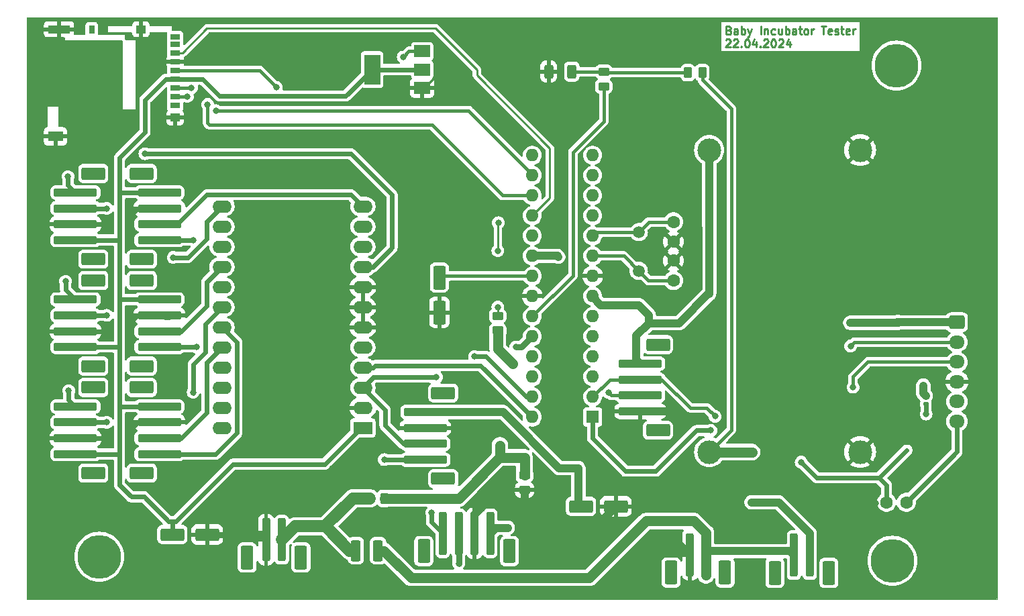
<source format=gbr>
G04 #@! TF.GenerationSoftware,KiCad,Pcbnew,8.0.1*
G04 #@! TF.CreationDate,2024-04-23T08:11:34+07:00*
G04 #@! TF.ProjectId,IncuTester_SMD,496e6375-5465-4737-9465-725f534d442e,rev?*
G04 #@! TF.SameCoordinates,Original*
G04 #@! TF.FileFunction,Copper,L1,Top*
G04 #@! TF.FilePolarity,Positive*
%FSLAX46Y46*%
G04 Gerber Fmt 4.6, Leading zero omitted, Abs format (unit mm)*
G04 Created by KiCad (PCBNEW 8.0.1) date 2024-04-23 08:11:34*
%MOMM*%
%LPD*%
G01*
G04 APERTURE LIST*
G04 Aperture macros list*
%AMRoundRect*
0 Rectangle with rounded corners*
0 $1 Rounding radius*
0 $2 $3 $4 $5 $6 $7 $8 $9 X,Y pos of 4 corners*
0 Add a 4 corners polygon primitive as box body*
4,1,4,$2,$3,$4,$5,$6,$7,$8,$9,$2,$3,0*
0 Add four circle primitives for the rounded corners*
1,1,$1+$1,$2,$3*
1,1,$1+$1,$4,$5*
1,1,$1+$1,$6,$7*
1,1,$1+$1,$8,$9*
0 Add four rect primitives between the rounded corners*
20,1,$1+$1,$2,$3,$4,$5,0*
20,1,$1+$1,$4,$5,$6,$7,0*
20,1,$1+$1,$6,$7,$8,$9,0*
20,1,$1+$1,$8,$9,$2,$3,0*%
G04 Aperture macros list end*
%ADD10C,0.250000*%
G04 #@! TA.AperFunction,NonConductor*
%ADD11C,0.250000*%
G04 #@! TD*
G04 #@! TA.AperFunction,SMDPad,CuDef*
%ADD12R,2.000000X1.500000*%
G04 #@! TD*
G04 #@! TA.AperFunction,SMDPad,CuDef*
%ADD13R,2.000000X3.800000*%
G04 #@! TD*
G04 #@! TA.AperFunction,SMDPad,CuDef*
%ADD14RoundRect,0.250000X0.250000X2.500000X-0.250000X2.500000X-0.250000X-2.500000X0.250000X-2.500000X0*%
G04 #@! TD*
G04 #@! TA.AperFunction,SMDPad,CuDef*
%ADD15RoundRect,0.250000X0.550000X1.250000X-0.550000X1.250000X-0.550000X-1.250000X0.550000X-1.250000X0*%
G04 #@! TD*
G04 #@! TA.AperFunction,SMDPad,CuDef*
%ADD16RoundRect,0.250000X-0.450000X0.262500X-0.450000X-0.262500X0.450000X-0.262500X0.450000X0.262500X0*%
G04 #@! TD*
G04 #@! TA.AperFunction,SMDPad,CuDef*
%ADD17RoundRect,0.250000X0.262500X0.450000X-0.262500X0.450000X-0.262500X-0.450000X0.262500X-0.450000X0*%
G04 #@! TD*
G04 #@! TA.AperFunction,ComponentPad*
%ADD18C,1.600000*%
G04 #@! TD*
G04 #@! TA.AperFunction,SMDPad,CuDef*
%ADD19RoundRect,0.250000X-2.500000X0.250000X-2.500000X-0.250000X2.500000X-0.250000X2.500000X0.250000X0*%
G04 #@! TD*
G04 #@! TA.AperFunction,SMDPad,CuDef*
%ADD20RoundRect,0.250000X-1.250000X0.550000X-1.250000X-0.550000X1.250000X-0.550000X1.250000X0.550000X0*%
G04 #@! TD*
G04 #@! TA.AperFunction,ComponentPad*
%ADD21C,3.000000*%
G04 #@! TD*
G04 #@! TA.AperFunction,SMDPad,CuDef*
%ADD22RoundRect,0.250000X-0.262500X-0.450000X0.262500X-0.450000X0.262500X0.450000X-0.262500X0.450000X0*%
G04 #@! TD*
G04 #@! TA.AperFunction,ComponentPad*
%ADD23R,2.400000X1.600000*%
G04 #@! TD*
G04 #@! TA.AperFunction,ComponentPad*
%ADD24O,2.400000X1.600000*%
G04 #@! TD*
G04 #@! TA.AperFunction,ComponentPad*
%ADD25R,1.600000X1.600000*%
G04 #@! TD*
G04 #@! TA.AperFunction,ComponentPad*
%ADD26O,1.600000X1.600000*%
G04 #@! TD*
G04 #@! TA.AperFunction,SMDPad,CuDef*
%ADD27RoundRect,0.250000X0.450000X-0.262500X0.450000X0.262500X-0.450000X0.262500X-0.450000X-0.262500X0*%
G04 #@! TD*
G04 #@! TA.AperFunction,ComponentPad*
%ADD28C,5.500000*%
G04 #@! TD*
G04 #@! TA.AperFunction,SMDPad,CuDef*
%ADD29RoundRect,0.135000X0.185000X-0.135000X0.185000X0.135000X-0.185000X0.135000X-0.185000X-0.135000X0*%
G04 #@! TD*
G04 #@! TA.AperFunction,SMDPad,CuDef*
%ADD30RoundRect,0.250000X2.500000X-0.250000X2.500000X0.250000X-2.500000X0.250000X-2.500000X-0.250000X0*%
G04 #@! TD*
G04 #@! TA.AperFunction,SMDPad,CuDef*
%ADD31RoundRect,0.250000X1.250000X-0.550000X1.250000X0.550000X-1.250000X0.550000X-1.250000X-0.550000X0*%
G04 #@! TD*
G04 #@! TA.AperFunction,SMDPad,CuDef*
%ADD32RoundRect,0.250000X-1.250000X-0.550000X1.250000X-0.550000X1.250000X0.550000X-1.250000X0.550000X0*%
G04 #@! TD*
G04 #@! TA.AperFunction,SMDPad,CuDef*
%ADD33RoundRect,0.250000X0.312500X0.625000X-0.312500X0.625000X-0.312500X-0.625000X0.312500X-0.625000X0*%
G04 #@! TD*
G04 #@! TA.AperFunction,SMDPad,CuDef*
%ADD34R,1.200000X0.700000*%
G04 #@! TD*
G04 #@! TA.AperFunction,SMDPad,CuDef*
%ADD35R,0.800000X1.000000*%
G04 #@! TD*
G04 #@! TA.AperFunction,SMDPad,CuDef*
%ADD36R,1.200000X1.000000*%
G04 #@! TD*
G04 #@! TA.AperFunction,SMDPad,CuDef*
%ADD37R,2.800000X1.000000*%
G04 #@! TD*
G04 #@! TA.AperFunction,SMDPad,CuDef*
%ADD38R,1.900000X1.300000*%
G04 #@! TD*
G04 #@! TA.AperFunction,ComponentPad*
%ADD39C,1.500000*%
G04 #@! TD*
G04 #@! TA.AperFunction,ComponentPad*
%ADD40RoundRect,0.250000X-0.725000X0.600000X-0.725000X-0.600000X0.725000X-0.600000X0.725000X0.600000X0*%
G04 #@! TD*
G04 #@! TA.AperFunction,ComponentPad*
%ADD41O,1.950000X1.700000*%
G04 #@! TD*
G04 #@! TA.AperFunction,SMDPad,CuDef*
%ADD42RoundRect,0.250000X0.375000X1.075000X-0.375000X1.075000X-0.375000X-1.075000X0.375000X-1.075000X0*%
G04 #@! TD*
G04 #@! TA.AperFunction,SMDPad,CuDef*
%ADD43RoundRect,0.250000X-0.550000X1.250000X-0.550000X-1.250000X0.550000X-1.250000X0.550000X1.250000X0*%
G04 #@! TD*
G04 #@! TA.AperFunction,ViaPad*
%ADD44C,0.800000*%
G04 #@! TD*
G04 #@! TA.AperFunction,Conductor*
%ADD45C,1.000000*%
G04 #@! TD*
G04 #@! TA.AperFunction,Conductor*
%ADD46C,0.600000*%
G04 #@! TD*
G04 #@! TA.AperFunction,Conductor*
%ADD47C,0.250000*%
G04 #@! TD*
G04 #@! TA.AperFunction,Conductor*
%ADD48C,0.400000*%
G04 #@! TD*
G04 #@! TA.AperFunction,Conductor*
%ADD49C,0.800000*%
G04 #@! TD*
G04 #@! TA.AperFunction,Conductor*
%ADD50C,1.500000*%
G04 #@! TD*
G04 #@! TA.AperFunction,Conductor*
%ADD51C,1.300000*%
G04 #@! TD*
G04 #@! TA.AperFunction,Profile*
%ADD52C,0.100000*%
G04 #@! TD*
G04 APERTURE END LIST*
D10*
D11*
X184098501Y-63618465D02*
X184241358Y-63666084D01*
X184241358Y-63666084D02*
X184288977Y-63713703D01*
X184288977Y-63713703D02*
X184336596Y-63808941D01*
X184336596Y-63808941D02*
X184336596Y-63951798D01*
X184336596Y-63951798D02*
X184288977Y-64047036D01*
X184288977Y-64047036D02*
X184241358Y-64094656D01*
X184241358Y-64094656D02*
X184146120Y-64142275D01*
X184146120Y-64142275D02*
X183765168Y-64142275D01*
X183765168Y-64142275D02*
X183765168Y-63142275D01*
X183765168Y-63142275D02*
X184098501Y-63142275D01*
X184098501Y-63142275D02*
X184193739Y-63189894D01*
X184193739Y-63189894D02*
X184241358Y-63237513D01*
X184241358Y-63237513D02*
X184288977Y-63332751D01*
X184288977Y-63332751D02*
X184288977Y-63427989D01*
X184288977Y-63427989D02*
X184241358Y-63523227D01*
X184241358Y-63523227D02*
X184193739Y-63570846D01*
X184193739Y-63570846D02*
X184098501Y-63618465D01*
X184098501Y-63618465D02*
X183765168Y-63618465D01*
X185193739Y-64142275D02*
X185193739Y-63618465D01*
X185193739Y-63618465D02*
X185146120Y-63523227D01*
X185146120Y-63523227D02*
X185050882Y-63475608D01*
X185050882Y-63475608D02*
X184860406Y-63475608D01*
X184860406Y-63475608D02*
X184765168Y-63523227D01*
X185193739Y-64094656D02*
X185098501Y-64142275D01*
X185098501Y-64142275D02*
X184860406Y-64142275D01*
X184860406Y-64142275D02*
X184765168Y-64094656D01*
X184765168Y-64094656D02*
X184717549Y-63999417D01*
X184717549Y-63999417D02*
X184717549Y-63904179D01*
X184717549Y-63904179D02*
X184765168Y-63808941D01*
X184765168Y-63808941D02*
X184860406Y-63761322D01*
X184860406Y-63761322D02*
X185098501Y-63761322D01*
X185098501Y-63761322D02*
X185193739Y-63713703D01*
X185669930Y-64142275D02*
X185669930Y-63142275D01*
X185669930Y-63523227D02*
X185765168Y-63475608D01*
X185765168Y-63475608D02*
X185955644Y-63475608D01*
X185955644Y-63475608D02*
X186050882Y-63523227D01*
X186050882Y-63523227D02*
X186098501Y-63570846D01*
X186098501Y-63570846D02*
X186146120Y-63666084D01*
X186146120Y-63666084D02*
X186146120Y-63951798D01*
X186146120Y-63951798D02*
X186098501Y-64047036D01*
X186098501Y-64047036D02*
X186050882Y-64094656D01*
X186050882Y-64094656D02*
X185955644Y-64142275D01*
X185955644Y-64142275D02*
X185765168Y-64142275D01*
X185765168Y-64142275D02*
X185669930Y-64094656D01*
X186479454Y-63475608D02*
X186717549Y-64142275D01*
X186955644Y-63475608D02*
X186717549Y-64142275D01*
X186717549Y-64142275D02*
X186622311Y-64380370D01*
X186622311Y-64380370D02*
X186574692Y-64427989D01*
X186574692Y-64427989D02*
X186479454Y-64475608D01*
X188098502Y-64142275D02*
X188098502Y-63142275D01*
X188574692Y-63475608D02*
X188574692Y-64142275D01*
X188574692Y-63570846D02*
X188622311Y-63523227D01*
X188622311Y-63523227D02*
X188717549Y-63475608D01*
X188717549Y-63475608D02*
X188860406Y-63475608D01*
X188860406Y-63475608D02*
X188955644Y-63523227D01*
X188955644Y-63523227D02*
X189003263Y-63618465D01*
X189003263Y-63618465D02*
X189003263Y-64142275D01*
X189908025Y-64094656D02*
X189812787Y-64142275D01*
X189812787Y-64142275D02*
X189622311Y-64142275D01*
X189622311Y-64142275D02*
X189527073Y-64094656D01*
X189527073Y-64094656D02*
X189479454Y-64047036D01*
X189479454Y-64047036D02*
X189431835Y-63951798D01*
X189431835Y-63951798D02*
X189431835Y-63666084D01*
X189431835Y-63666084D02*
X189479454Y-63570846D01*
X189479454Y-63570846D02*
X189527073Y-63523227D01*
X189527073Y-63523227D02*
X189622311Y-63475608D01*
X189622311Y-63475608D02*
X189812787Y-63475608D01*
X189812787Y-63475608D02*
X189908025Y-63523227D01*
X190765168Y-63475608D02*
X190765168Y-64142275D01*
X190336597Y-63475608D02*
X190336597Y-63999417D01*
X190336597Y-63999417D02*
X190384216Y-64094656D01*
X190384216Y-64094656D02*
X190479454Y-64142275D01*
X190479454Y-64142275D02*
X190622311Y-64142275D01*
X190622311Y-64142275D02*
X190717549Y-64094656D01*
X190717549Y-64094656D02*
X190765168Y-64047036D01*
X191241359Y-64142275D02*
X191241359Y-63142275D01*
X191241359Y-63523227D02*
X191336597Y-63475608D01*
X191336597Y-63475608D02*
X191527073Y-63475608D01*
X191527073Y-63475608D02*
X191622311Y-63523227D01*
X191622311Y-63523227D02*
X191669930Y-63570846D01*
X191669930Y-63570846D02*
X191717549Y-63666084D01*
X191717549Y-63666084D02*
X191717549Y-63951798D01*
X191717549Y-63951798D02*
X191669930Y-64047036D01*
X191669930Y-64047036D02*
X191622311Y-64094656D01*
X191622311Y-64094656D02*
X191527073Y-64142275D01*
X191527073Y-64142275D02*
X191336597Y-64142275D01*
X191336597Y-64142275D02*
X191241359Y-64094656D01*
X192574692Y-64142275D02*
X192574692Y-63618465D01*
X192574692Y-63618465D02*
X192527073Y-63523227D01*
X192527073Y-63523227D02*
X192431835Y-63475608D01*
X192431835Y-63475608D02*
X192241359Y-63475608D01*
X192241359Y-63475608D02*
X192146121Y-63523227D01*
X192574692Y-64094656D02*
X192479454Y-64142275D01*
X192479454Y-64142275D02*
X192241359Y-64142275D01*
X192241359Y-64142275D02*
X192146121Y-64094656D01*
X192146121Y-64094656D02*
X192098502Y-63999417D01*
X192098502Y-63999417D02*
X192098502Y-63904179D01*
X192098502Y-63904179D02*
X192146121Y-63808941D01*
X192146121Y-63808941D02*
X192241359Y-63761322D01*
X192241359Y-63761322D02*
X192479454Y-63761322D01*
X192479454Y-63761322D02*
X192574692Y-63713703D01*
X192908026Y-63475608D02*
X193288978Y-63475608D01*
X193050883Y-63142275D02*
X193050883Y-63999417D01*
X193050883Y-63999417D02*
X193098502Y-64094656D01*
X193098502Y-64094656D02*
X193193740Y-64142275D01*
X193193740Y-64142275D02*
X193288978Y-64142275D01*
X193765169Y-64142275D02*
X193669931Y-64094656D01*
X193669931Y-64094656D02*
X193622312Y-64047036D01*
X193622312Y-64047036D02*
X193574693Y-63951798D01*
X193574693Y-63951798D02*
X193574693Y-63666084D01*
X193574693Y-63666084D02*
X193622312Y-63570846D01*
X193622312Y-63570846D02*
X193669931Y-63523227D01*
X193669931Y-63523227D02*
X193765169Y-63475608D01*
X193765169Y-63475608D02*
X193908026Y-63475608D01*
X193908026Y-63475608D02*
X194003264Y-63523227D01*
X194003264Y-63523227D02*
X194050883Y-63570846D01*
X194050883Y-63570846D02*
X194098502Y-63666084D01*
X194098502Y-63666084D02*
X194098502Y-63951798D01*
X194098502Y-63951798D02*
X194050883Y-64047036D01*
X194050883Y-64047036D02*
X194003264Y-64094656D01*
X194003264Y-64094656D02*
X193908026Y-64142275D01*
X193908026Y-64142275D02*
X193765169Y-64142275D01*
X194527074Y-64142275D02*
X194527074Y-63475608D01*
X194527074Y-63666084D02*
X194574693Y-63570846D01*
X194574693Y-63570846D02*
X194622312Y-63523227D01*
X194622312Y-63523227D02*
X194717550Y-63475608D01*
X194717550Y-63475608D02*
X194812788Y-63475608D01*
X195765170Y-63142275D02*
X196336598Y-63142275D01*
X196050884Y-64142275D02*
X196050884Y-63142275D01*
X197050884Y-64094656D02*
X196955646Y-64142275D01*
X196955646Y-64142275D02*
X196765170Y-64142275D01*
X196765170Y-64142275D02*
X196669932Y-64094656D01*
X196669932Y-64094656D02*
X196622313Y-63999417D01*
X196622313Y-63999417D02*
X196622313Y-63618465D01*
X196622313Y-63618465D02*
X196669932Y-63523227D01*
X196669932Y-63523227D02*
X196765170Y-63475608D01*
X196765170Y-63475608D02*
X196955646Y-63475608D01*
X196955646Y-63475608D02*
X197050884Y-63523227D01*
X197050884Y-63523227D02*
X197098503Y-63618465D01*
X197098503Y-63618465D02*
X197098503Y-63713703D01*
X197098503Y-63713703D02*
X196622313Y-63808941D01*
X197479456Y-64094656D02*
X197574694Y-64142275D01*
X197574694Y-64142275D02*
X197765170Y-64142275D01*
X197765170Y-64142275D02*
X197860408Y-64094656D01*
X197860408Y-64094656D02*
X197908027Y-63999417D01*
X197908027Y-63999417D02*
X197908027Y-63951798D01*
X197908027Y-63951798D02*
X197860408Y-63856560D01*
X197860408Y-63856560D02*
X197765170Y-63808941D01*
X197765170Y-63808941D02*
X197622313Y-63808941D01*
X197622313Y-63808941D02*
X197527075Y-63761322D01*
X197527075Y-63761322D02*
X197479456Y-63666084D01*
X197479456Y-63666084D02*
X197479456Y-63618465D01*
X197479456Y-63618465D02*
X197527075Y-63523227D01*
X197527075Y-63523227D02*
X197622313Y-63475608D01*
X197622313Y-63475608D02*
X197765170Y-63475608D01*
X197765170Y-63475608D02*
X197860408Y-63523227D01*
X198193742Y-63475608D02*
X198574694Y-63475608D01*
X198336599Y-63142275D02*
X198336599Y-63999417D01*
X198336599Y-63999417D02*
X198384218Y-64094656D01*
X198384218Y-64094656D02*
X198479456Y-64142275D01*
X198479456Y-64142275D02*
X198574694Y-64142275D01*
X199288980Y-64094656D02*
X199193742Y-64142275D01*
X199193742Y-64142275D02*
X199003266Y-64142275D01*
X199003266Y-64142275D02*
X198908028Y-64094656D01*
X198908028Y-64094656D02*
X198860409Y-63999417D01*
X198860409Y-63999417D02*
X198860409Y-63618465D01*
X198860409Y-63618465D02*
X198908028Y-63523227D01*
X198908028Y-63523227D02*
X199003266Y-63475608D01*
X199003266Y-63475608D02*
X199193742Y-63475608D01*
X199193742Y-63475608D02*
X199288980Y-63523227D01*
X199288980Y-63523227D02*
X199336599Y-63618465D01*
X199336599Y-63618465D02*
X199336599Y-63713703D01*
X199336599Y-63713703D02*
X198860409Y-63808941D01*
X199765171Y-64142275D02*
X199765171Y-63475608D01*
X199765171Y-63666084D02*
X199812790Y-63570846D01*
X199812790Y-63570846D02*
X199860409Y-63523227D01*
X199860409Y-63523227D02*
X199955647Y-63475608D01*
X199955647Y-63475608D02*
X200050885Y-63475608D01*
X183717549Y-64847457D02*
X183765168Y-64799838D01*
X183765168Y-64799838D02*
X183860406Y-64752219D01*
X183860406Y-64752219D02*
X184098501Y-64752219D01*
X184098501Y-64752219D02*
X184193739Y-64799838D01*
X184193739Y-64799838D02*
X184241358Y-64847457D01*
X184241358Y-64847457D02*
X184288977Y-64942695D01*
X184288977Y-64942695D02*
X184288977Y-65037933D01*
X184288977Y-65037933D02*
X184241358Y-65180790D01*
X184241358Y-65180790D02*
X183669930Y-65752219D01*
X183669930Y-65752219D02*
X184288977Y-65752219D01*
X184669930Y-64847457D02*
X184717549Y-64799838D01*
X184717549Y-64799838D02*
X184812787Y-64752219D01*
X184812787Y-64752219D02*
X185050882Y-64752219D01*
X185050882Y-64752219D02*
X185146120Y-64799838D01*
X185146120Y-64799838D02*
X185193739Y-64847457D01*
X185193739Y-64847457D02*
X185241358Y-64942695D01*
X185241358Y-64942695D02*
X185241358Y-65037933D01*
X185241358Y-65037933D02*
X185193739Y-65180790D01*
X185193739Y-65180790D02*
X184622311Y-65752219D01*
X184622311Y-65752219D02*
X185241358Y-65752219D01*
X185669930Y-65656980D02*
X185717549Y-65704600D01*
X185717549Y-65704600D02*
X185669930Y-65752219D01*
X185669930Y-65752219D02*
X185622311Y-65704600D01*
X185622311Y-65704600D02*
X185669930Y-65656980D01*
X185669930Y-65656980D02*
X185669930Y-65752219D01*
X186336596Y-64752219D02*
X186431834Y-64752219D01*
X186431834Y-64752219D02*
X186527072Y-64799838D01*
X186527072Y-64799838D02*
X186574691Y-64847457D01*
X186574691Y-64847457D02*
X186622310Y-64942695D01*
X186622310Y-64942695D02*
X186669929Y-65133171D01*
X186669929Y-65133171D02*
X186669929Y-65371266D01*
X186669929Y-65371266D02*
X186622310Y-65561742D01*
X186622310Y-65561742D02*
X186574691Y-65656980D01*
X186574691Y-65656980D02*
X186527072Y-65704600D01*
X186527072Y-65704600D02*
X186431834Y-65752219D01*
X186431834Y-65752219D02*
X186336596Y-65752219D01*
X186336596Y-65752219D02*
X186241358Y-65704600D01*
X186241358Y-65704600D02*
X186193739Y-65656980D01*
X186193739Y-65656980D02*
X186146120Y-65561742D01*
X186146120Y-65561742D02*
X186098501Y-65371266D01*
X186098501Y-65371266D02*
X186098501Y-65133171D01*
X186098501Y-65133171D02*
X186146120Y-64942695D01*
X186146120Y-64942695D02*
X186193739Y-64847457D01*
X186193739Y-64847457D02*
X186241358Y-64799838D01*
X186241358Y-64799838D02*
X186336596Y-64752219D01*
X187527072Y-65085552D02*
X187527072Y-65752219D01*
X187288977Y-64704600D02*
X187050882Y-65418885D01*
X187050882Y-65418885D02*
X187669929Y-65418885D01*
X188050882Y-65656980D02*
X188098501Y-65704600D01*
X188098501Y-65704600D02*
X188050882Y-65752219D01*
X188050882Y-65752219D02*
X188003263Y-65704600D01*
X188003263Y-65704600D02*
X188050882Y-65656980D01*
X188050882Y-65656980D02*
X188050882Y-65752219D01*
X188479453Y-64847457D02*
X188527072Y-64799838D01*
X188527072Y-64799838D02*
X188622310Y-64752219D01*
X188622310Y-64752219D02*
X188860405Y-64752219D01*
X188860405Y-64752219D02*
X188955643Y-64799838D01*
X188955643Y-64799838D02*
X189003262Y-64847457D01*
X189003262Y-64847457D02*
X189050881Y-64942695D01*
X189050881Y-64942695D02*
X189050881Y-65037933D01*
X189050881Y-65037933D02*
X189003262Y-65180790D01*
X189003262Y-65180790D02*
X188431834Y-65752219D01*
X188431834Y-65752219D02*
X189050881Y-65752219D01*
X189669929Y-64752219D02*
X189765167Y-64752219D01*
X189765167Y-64752219D02*
X189860405Y-64799838D01*
X189860405Y-64799838D02*
X189908024Y-64847457D01*
X189908024Y-64847457D02*
X189955643Y-64942695D01*
X189955643Y-64942695D02*
X190003262Y-65133171D01*
X190003262Y-65133171D02*
X190003262Y-65371266D01*
X190003262Y-65371266D02*
X189955643Y-65561742D01*
X189955643Y-65561742D02*
X189908024Y-65656980D01*
X189908024Y-65656980D02*
X189860405Y-65704600D01*
X189860405Y-65704600D02*
X189765167Y-65752219D01*
X189765167Y-65752219D02*
X189669929Y-65752219D01*
X189669929Y-65752219D02*
X189574691Y-65704600D01*
X189574691Y-65704600D02*
X189527072Y-65656980D01*
X189527072Y-65656980D02*
X189479453Y-65561742D01*
X189479453Y-65561742D02*
X189431834Y-65371266D01*
X189431834Y-65371266D02*
X189431834Y-65133171D01*
X189431834Y-65133171D02*
X189479453Y-64942695D01*
X189479453Y-64942695D02*
X189527072Y-64847457D01*
X189527072Y-64847457D02*
X189574691Y-64799838D01*
X189574691Y-64799838D02*
X189669929Y-64752219D01*
X190384215Y-64847457D02*
X190431834Y-64799838D01*
X190431834Y-64799838D02*
X190527072Y-64752219D01*
X190527072Y-64752219D02*
X190765167Y-64752219D01*
X190765167Y-64752219D02*
X190860405Y-64799838D01*
X190860405Y-64799838D02*
X190908024Y-64847457D01*
X190908024Y-64847457D02*
X190955643Y-64942695D01*
X190955643Y-64942695D02*
X190955643Y-65037933D01*
X190955643Y-65037933D02*
X190908024Y-65180790D01*
X190908024Y-65180790D02*
X190336596Y-65752219D01*
X190336596Y-65752219D02*
X190955643Y-65752219D01*
X191812786Y-65085552D02*
X191812786Y-65752219D01*
X191574691Y-64704600D02*
X191336596Y-65418885D01*
X191336596Y-65418885D02*
X191955643Y-65418885D01*
D12*
X145390000Y-70880000D03*
X145390000Y-68580000D03*
D13*
X139090000Y-68580000D03*
D12*
X145390000Y-66280000D03*
D14*
X181200000Y-129800000D03*
X179200000Y-129800000D03*
D15*
X183600000Y-132050000D03*
X176800000Y-132050000D03*
D16*
X158300000Y-119787500D03*
X158300000Y-121612500D03*
D14*
X154000000Y-127100000D03*
X152000000Y-127100000D03*
X150000000Y-127100000D03*
X148000000Y-127100000D03*
D15*
X156400000Y-129350000D03*
X145600000Y-129350000D03*
D17*
X180744500Y-68961000D03*
X178919500Y-68961000D03*
D14*
X194300000Y-129850000D03*
X192300000Y-129850000D03*
D15*
X196700000Y-132100000D03*
X189900000Y-132100000D03*
D18*
X203982000Y-123190000D03*
X206482000Y-123190000D03*
D19*
X101650000Y-97600000D03*
X101650000Y-99600000D03*
X101650000Y-101600000D03*
X101650000Y-103600000D03*
D20*
X103900000Y-95200000D03*
X103900000Y-106000000D03*
D19*
X101650000Y-111100000D03*
X101650000Y-113100000D03*
X101650000Y-115100000D03*
X101650000Y-117100000D03*
D20*
X103900000Y-108700000D03*
X103900000Y-119500000D03*
D21*
X181610000Y-116840000D03*
X200660000Y-116840000D03*
X181610000Y-78740000D03*
X200660000Y-78740000D03*
D22*
X138787500Y-122682000D03*
X140612500Y-122682000D03*
D23*
X137902000Y-113797000D03*
D24*
X137902000Y-111257000D03*
X137902000Y-108717000D03*
X137902000Y-106177000D03*
X137902000Y-103637000D03*
X137902000Y-101097000D03*
X137902000Y-98557000D03*
X137902000Y-96017000D03*
X137902000Y-93477000D03*
X137902000Y-90937000D03*
X137902000Y-88397000D03*
X137902000Y-85857000D03*
X120122000Y-85857000D03*
X120122000Y-88397000D03*
X120122000Y-90937000D03*
X120122000Y-93477000D03*
X120122000Y-96017000D03*
X120122000Y-98557000D03*
X120122000Y-101097000D03*
X120122000Y-103637000D03*
X120122000Y-106177000D03*
X120122000Y-108717000D03*
X120122000Y-111257000D03*
X120122000Y-113797000D03*
D25*
X166904000Y-112416000D03*
D26*
X166904000Y-109876000D03*
X166904000Y-107336000D03*
X166904000Y-104796000D03*
X166904000Y-102256000D03*
X166904000Y-99716000D03*
X166904000Y-97176000D03*
X166904000Y-94636000D03*
X166904000Y-92096000D03*
X166904000Y-89556000D03*
X166904000Y-87016000D03*
X166904000Y-84476000D03*
X166904000Y-81936000D03*
X166904000Y-79396000D03*
X159284000Y-79396000D03*
X159284000Y-81936000D03*
X159284000Y-84476000D03*
X159284000Y-87016000D03*
X159284000Y-89556000D03*
X159284000Y-92096000D03*
X159284000Y-94636000D03*
X159284000Y-97176000D03*
X159284000Y-99716000D03*
X159284000Y-102256000D03*
X159284000Y-104796000D03*
X159284000Y-107336000D03*
X159284000Y-109876000D03*
X159284000Y-112416000D03*
D27*
X154940000Y-101496500D03*
X154940000Y-99671500D03*
D28*
X104648000Y-130048000D03*
D29*
X208950000Y-110800000D03*
X208950000Y-109780000D03*
D19*
X172900000Y-105700000D03*
X172900000Y-107700000D03*
X172900000Y-109700000D03*
X172900000Y-111700000D03*
D20*
X175150000Y-103300000D03*
X175150000Y-114100000D03*
D14*
X127700000Y-127900000D03*
X125700000Y-127900000D03*
D15*
X130100000Y-130150000D03*
X123300000Y-130150000D03*
D19*
X101650000Y-84100000D03*
X101650000Y-86100000D03*
X101650000Y-88100000D03*
X101650000Y-90100000D03*
D20*
X103900000Y-81700000D03*
X103900000Y-92500000D03*
D30*
X112250000Y-117100000D03*
X112250000Y-115100000D03*
X112250000Y-113100000D03*
X112250000Y-111100000D03*
D31*
X110000000Y-119500000D03*
X110000000Y-108700000D03*
D30*
X112250000Y-103600000D03*
X112250000Y-101600000D03*
X112250000Y-99600000D03*
X112250000Y-97600000D03*
D31*
X110000000Y-106000000D03*
X110000000Y-95200000D03*
D32*
X113878000Y-127254000D03*
X118278000Y-127254000D03*
D28*
X204724000Y-130556000D03*
D33*
X164276500Y-68834000D03*
X161351500Y-68834000D03*
D27*
X168300000Y-70712500D03*
X168300000Y-68887500D03*
D18*
X177100000Y-87800000D03*
X177100000Y-90300000D03*
D32*
X165440000Y-123698000D03*
X169840000Y-123698000D03*
D18*
X177100000Y-95200000D03*
X177100000Y-92700000D03*
D34*
X114218000Y-73100000D03*
X114218000Y-72000000D03*
X114218000Y-70900000D03*
X114218000Y-69800000D03*
X114218000Y-68700000D03*
X114218000Y-67600000D03*
X114218000Y-66500000D03*
X114218000Y-65400000D03*
X114218000Y-64450000D03*
D35*
X103718000Y-63500000D03*
D36*
X109918000Y-63500000D03*
D37*
X99568000Y-63500000D03*
D36*
X114218000Y-74650000D03*
D38*
X99118000Y-77000000D03*
D39*
X172720000Y-93980000D03*
X172720000Y-89080000D03*
D19*
X145800000Y-111800000D03*
X145800000Y-113800000D03*
X145800000Y-115800000D03*
X145800000Y-117800000D03*
D20*
X148050000Y-109400000D03*
X148050000Y-120200000D03*
D30*
X112250000Y-90100000D03*
X112250000Y-88100000D03*
X112250000Y-86100000D03*
X112250000Y-84100000D03*
D31*
X110000000Y-92500000D03*
X110000000Y-81700000D03*
D40*
X212852000Y-100470000D03*
D41*
X212852000Y-102970000D03*
X212852000Y-105470000D03*
X212852000Y-107970000D03*
X212852000Y-110470000D03*
X212852000Y-112970000D03*
D42*
X139830000Y-129286000D03*
X137030000Y-129286000D03*
D43*
X147574000Y-94828000D03*
X147574000Y-99228000D03*
D28*
X205232000Y-68072000D03*
D44*
X215752000Y-109000000D03*
X154300000Y-68300000D03*
X144600000Y-64400000D03*
X215752000Y-106500000D03*
X120650000Y-127254000D03*
X147400000Y-88100000D03*
X96300000Y-97100000D03*
X96600000Y-77400000D03*
X144900000Y-86700000D03*
X176600000Y-106900000D03*
X215752000Y-107800000D03*
X133400000Y-120200000D03*
X146000000Y-64300000D03*
X108300000Y-88100000D03*
X198000000Y-116000000D03*
X169300000Y-93400000D03*
X154400000Y-69400000D03*
X201500000Y-113800000D03*
X152000000Y-130900000D03*
X121300000Y-124500000D03*
X191000000Y-67200000D03*
X150000000Y-113800000D03*
X176600000Y-111700000D03*
X162800000Y-98700000D03*
X174200000Y-128100000D03*
X201600000Y-124300000D03*
X174200000Y-131000000D03*
X179700000Y-95200000D03*
X199600000Y-81900000D03*
X120100000Y-124700000D03*
X202500000Y-121200000D03*
X150300000Y-69300000D03*
X174200000Y-129500000D03*
X134000000Y-118900000D03*
X115800000Y-67600000D03*
X175100000Y-127100000D03*
X147700000Y-67200000D03*
X140208000Y-98552000D03*
X179600000Y-96600000D03*
X172212000Y-123698000D03*
X168800000Y-94400000D03*
X135500000Y-118600000D03*
X105600000Y-115100000D03*
X200400000Y-124600000D03*
X119380000Y-81788000D03*
X194800000Y-70300000D03*
X109600000Y-125200000D03*
X121500000Y-77700000D03*
X120500000Y-123400000D03*
X198400000Y-80900000D03*
X187900000Y-132200000D03*
X96200000Y-89900000D03*
X150500000Y-82100000D03*
X147574000Y-101600000D03*
X108300000Y-101600000D03*
X204000000Y-77900000D03*
X96100000Y-86200000D03*
X191400000Y-70200000D03*
X204000000Y-80300000D03*
X197800000Y-78000000D03*
X185500000Y-132200000D03*
X200000000Y-113800000D03*
X204000000Y-76500000D03*
X96200000Y-89900000D03*
X96300000Y-93300000D03*
X215752000Y-104470000D03*
X180100000Y-94300000D03*
X111100000Y-125300000D03*
X202600000Y-123300000D03*
X105600000Y-101600000D03*
X124100000Y-77700000D03*
X181500000Y-98900000D03*
X204000000Y-79000000D03*
X198800000Y-114700000D03*
X186700000Y-132200000D03*
X150300000Y-67900000D03*
X120650000Y-127254000D03*
X158300000Y-123800000D03*
X108300000Y-115100000D03*
X198000000Y-79700000D03*
X194400000Y-67200000D03*
X147700000Y-65400000D03*
X105600000Y-88100000D03*
X152600000Y-84600000D03*
X181640000Y-96740000D03*
X208630000Y-108450000D03*
X205330000Y-100430000D03*
X165100000Y-118872000D03*
X162560000Y-92202000D03*
X143000000Y-67000000D03*
X177800000Y-100584000D03*
X156200000Y-126400000D03*
X199410000Y-100540000D03*
X147200000Y-107400000D03*
X152000000Y-104800000D03*
X140600000Y-117800000D03*
X186944000Y-116840000D03*
X186944000Y-123190000D03*
X168881107Y-109313107D03*
X199450000Y-103470000D03*
X199760000Y-108660000D03*
X182350000Y-112340000D03*
X150000000Y-130900000D03*
X157200000Y-103600000D03*
X146600000Y-124500000D03*
X119350000Y-73770000D03*
X115768873Y-71975491D03*
X116300000Y-70900000D03*
X118330000Y-72990000D03*
X127000000Y-70815500D03*
X110400000Y-79200000D03*
X100700000Y-82100000D03*
X105600000Y-86100000D03*
X116500000Y-90100000D03*
X114000000Y-92300000D03*
X100400000Y-95300000D03*
X105600000Y-99600000D03*
X116900000Y-103600000D03*
X100800000Y-109100000D03*
X105600000Y-113100000D03*
X116500000Y-109300000D03*
X155000000Y-87900000D03*
X154940000Y-98552000D03*
X154940000Y-91440000D03*
X156800000Y-105700000D03*
X155200000Y-116000000D03*
X193220000Y-118120000D03*
X181830000Y-114120000D03*
X208980000Y-112050000D03*
D45*
X157950000Y-123450000D02*
X153266726Y-123450000D01*
X125054000Y-127254000D02*
X120650000Y-127254000D01*
D46*
X109500000Y-86100000D02*
X108300000Y-87300000D01*
D47*
X152000000Y-130900000D02*
X152000000Y-130800000D01*
X148620000Y-67900000D02*
X150300000Y-67900000D01*
D45*
X125700000Y-127900000D02*
X125054000Y-127254000D01*
D46*
X112250000Y-86100000D02*
X109500000Y-86100000D01*
D47*
X169840000Y-123698000D02*
X172212000Y-123698000D01*
D48*
X161351500Y-68834000D02*
X154966000Y-68834000D01*
D45*
X158300000Y-123800000D02*
X159898000Y-125398000D01*
X179200000Y-129800000D02*
X176500000Y-127100000D01*
X152000000Y-124716726D02*
X152000000Y-127100000D01*
D47*
X145390000Y-70880000D02*
X145640000Y-70880000D01*
D45*
X168140000Y-125398000D02*
X169840000Y-123698000D01*
D46*
X109500000Y-99600000D02*
X108300000Y-100800000D01*
D48*
X154966000Y-68834000D02*
X154400000Y-69400000D01*
D46*
X108300000Y-87300000D02*
X108300000Y-88100000D01*
X101650000Y-88100000D02*
X105600000Y-88100000D01*
X109500000Y-113100000D02*
X108300000Y-114300000D01*
D45*
X159898000Y-125398000D02*
X168140000Y-125398000D01*
D46*
X101650000Y-115100000D02*
X105600000Y-115100000D01*
D47*
X120396000Y-127254000D02*
X120650000Y-127000000D01*
D48*
X115800000Y-67600000D02*
X114218000Y-67600000D01*
D46*
X101650000Y-101600000D02*
X105600000Y-101600000D01*
D47*
X152000000Y-127100000D02*
X152000000Y-130900000D01*
X158980000Y-97480000D02*
X159284000Y-97176000D01*
D46*
X112250000Y-113100000D02*
X109500000Y-113100000D01*
X108300000Y-114300000D02*
X108300000Y-115100000D01*
D45*
X176500000Y-127100000D02*
X175100000Y-127100000D01*
D46*
X108300000Y-100800000D02*
X108300000Y-101600000D01*
D47*
X147574000Y-99228000D02*
X147574000Y-101600000D01*
D45*
X158300000Y-121612500D02*
X158300000Y-123800000D01*
X158300000Y-123800000D02*
X157950000Y-123450000D01*
D47*
X145640000Y-70880000D02*
X148620000Y-67900000D01*
D49*
X118278000Y-127254000D02*
X120396000Y-127254000D01*
D47*
X112870000Y-100000000D02*
X113550000Y-100000000D01*
D48*
X145800000Y-113800000D02*
X150000000Y-113800000D01*
D45*
X172900000Y-111700000D02*
X176600000Y-111700000D01*
X153266726Y-123450000D02*
X152000000Y-124716726D01*
D46*
X112250000Y-99600000D02*
X109500000Y-99600000D01*
D45*
X165100000Y-118872000D02*
X165100000Y-123358000D01*
X166904000Y-97176000D02*
X166904000Y-97272629D01*
X205330000Y-100430000D02*
X205450000Y-100430000D01*
X166904000Y-97272629D02*
X167929371Y-98298000D01*
X155615000Y-111800000D02*
X145800000Y-111800000D01*
X167929371Y-98298000D02*
X172720000Y-98298000D01*
X208630000Y-109460000D02*
X208950000Y-109780000D01*
X162454000Y-92096000D02*
X159284000Y-92096000D01*
X205330000Y-100550000D02*
X205330000Y-100430000D01*
X173990000Y-99568000D02*
X173990000Y-100584000D01*
D48*
X145390000Y-66280000D02*
X143720000Y-66280000D01*
D45*
X181640000Y-96740000D02*
X181640000Y-96744000D01*
X181590000Y-96790000D02*
X181610000Y-96810000D01*
X173990000Y-100584000D02*
X177800000Y-100584000D01*
X172900000Y-105700000D02*
X172400000Y-105200000D01*
X162687000Y-118872000D02*
X155615000Y-111800000D01*
X165100000Y-118872000D02*
X162687000Y-118872000D01*
X181640000Y-96744000D02*
X177800000Y-100584000D01*
X205410000Y-100470000D02*
X212852000Y-100470000D01*
X205340000Y-100540000D02*
X205330000Y-100550000D01*
X172400000Y-105200000D02*
X172400000Y-102174000D01*
X181610000Y-96810000D02*
X181610000Y-96873878D01*
X162560000Y-92202000D02*
X162454000Y-92096000D01*
X154700000Y-126400000D02*
X154000000Y-127100000D01*
X156200000Y-126400000D02*
X154700000Y-126400000D01*
X165100000Y-123358000D02*
X165440000Y-123698000D01*
X181610000Y-78740000D02*
X181640000Y-96740000D01*
X172720000Y-98298000D02*
X173990000Y-99568000D01*
X205450000Y-100430000D02*
X205410000Y-100470000D01*
X181610000Y-96770000D02*
X181590000Y-96790000D01*
X181640000Y-96740000D02*
X181610000Y-96770000D01*
X208630000Y-108450000D02*
X208630000Y-109460000D01*
D48*
X143720000Y-66280000D02*
X143000000Y-67000000D01*
D45*
X205340000Y-100540000D02*
X205460000Y-100540000D01*
X199410000Y-100540000D02*
X205340000Y-100540000D01*
X172400000Y-102174000D02*
X173990000Y-100584000D01*
D48*
X159284000Y-94636000D02*
X147766000Y-94636000D01*
D47*
X147766000Y-94636000D02*
X147574000Y-94828000D01*
D48*
X166904000Y-92096000D02*
X170836000Y-92096000D01*
X172720000Y-93980000D02*
X173940000Y-95200000D01*
X170836000Y-92096000D02*
X172720000Y-93980000D01*
X173940000Y-95200000D02*
X177100000Y-95200000D01*
X174000000Y-87800000D02*
X172720000Y-89080000D01*
D47*
X167380000Y-89080000D02*
X166904000Y-89556000D01*
D48*
X172720000Y-89080000D02*
X167380000Y-89080000D01*
X177100000Y-87800000D02*
X174000000Y-87800000D01*
D50*
X136638000Y-122682000D02*
X138787500Y-122682000D01*
X129400000Y-126200000D02*
X127700000Y-127900000D01*
X133120000Y-126200000D02*
X136638000Y-122682000D01*
X136280000Y-129286000D02*
X133194000Y-126200000D01*
D47*
X135890000Y-129286000D02*
X136280000Y-129286000D01*
D50*
X133120000Y-126200000D02*
X129400000Y-126200000D01*
X133194000Y-126200000D02*
X133120000Y-126200000D01*
D45*
X191800000Y-129350000D02*
X181650000Y-129350000D01*
D51*
X143994000Y-132700000D02*
X166500000Y-132700000D01*
X181200000Y-127050000D02*
X181200000Y-129800000D01*
D45*
X192300000Y-129850000D02*
X191800000Y-129350000D01*
D51*
X140580000Y-129286000D02*
X143994000Y-132700000D01*
X166500000Y-132700000D02*
X173650000Y-125550000D01*
D45*
X181650000Y-129350000D02*
X181200000Y-129800000D01*
D51*
X179700000Y-125550000D02*
X181200000Y-127050000D01*
X173650000Y-125550000D02*
X179700000Y-125550000D01*
X181200000Y-129800000D02*
X181200000Y-132395406D01*
D46*
X140700000Y-113450000D02*
X140700000Y-111515000D01*
X153400000Y-104800000D02*
X158476000Y-109876000D01*
X152000000Y-104800000D02*
X153400000Y-104800000D01*
X158476000Y-109876000D02*
X159284000Y-109876000D01*
X137902000Y-108717000D02*
X139219000Y-107400000D01*
X143050000Y-115800000D02*
X140700000Y-113450000D01*
X140700000Y-111515000D02*
X137902000Y-108717000D01*
X139219000Y-107400000D02*
X147200000Y-107400000D01*
D47*
X137902000Y-108717000D02*
X138435000Y-108717000D01*
D46*
X145800000Y-115800000D02*
X143050000Y-115800000D01*
X140600000Y-117800000D02*
X145800000Y-117800000D01*
X137902000Y-106177000D02*
X139184000Y-106177000D01*
X152786000Y-105918000D02*
X159284000Y-112416000D01*
X139443000Y-105918000D02*
X152786000Y-105918000D01*
X139184000Y-106177000D02*
X139443000Y-105918000D01*
D48*
X184400000Y-73529000D02*
X184400000Y-114050000D01*
D45*
X190390000Y-123190000D02*
X186944000Y-123190000D01*
X194300000Y-127100000D02*
X190390000Y-123190000D01*
D51*
X186944000Y-116840000D02*
X181610000Y-116840000D01*
D45*
X194300000Y-129850000D02*
X194300000Y-127100000D01*
D48*
X180744500Y-69873500D02*
X184400000Y-73529000D01*
X184400000Y-114050000D02*
X181610000Y-116840000D01*
X180744500Y-68961000D02*
X180744500Y-69873500D01*
D51*
X187003878Y-116840000D02*
X186944000Y-116840000D01*
D48*
X199950000Y-102970000D02*
X199450000Y-103470000D01*
X212852000Y-102970000D02*
X199950000Y-102970000D01*
X169268000Y-109700000D02*
X172900000Y-109700000D01*
X168881107Y-109313107D02*
X169268000Y-109700000D01*
X179212000Y-111262000D02*
X181272000Y-111262000D01*
X175650000Y-107700000D02*
X179212000Y-111262000D01*
X182350000Y-112340000D02*
X182390000Y-112340000D01*
X199760000Y-108660000D02*
X199760000Y-107326000D01*
X199760000Y-107326000D02*
X201616000Y-105470000D01*
X181272000Y-111262000D02*
X182350000Y-112340000D01*
X172900000Y-107700000D02*
X175650000Y-107700000D01*
X169080000Y-107700000D02*
X172900000Y-107700000D01*
X201616000Y-105470000D02*
X212852000Y-105470000D01*
X182390000Y-112340000D02*
X182390000Y-112340000D01*
X182350000Y-112380000D02*
X182350000Y-112340000D01*
X166904000Y-109876000D02*
X169080000Y-107700000D01*
D49*
X157200000Y-103600000D02*
X157940000Y-103600000D01*
X150000000Y-130900000D02*
X150000000Y-127100000D01*
X157940000Y-103600000D02*
X159284000Y-102256000D01*
D46*
X146600000Y-125700000D02*
X148000000Y-127100000D01*
X146600000Y-124500000D02*
X146600000Y-125700000D01*
D48*
X151240000Y-73770000D02*
X119350000Y-73770000D01*
D47*
X119320000Y-73740000D02*
X119240000Y-73740000D01*
X115744364Y-72000000D02*
X115768873Y-71975491D01*
D48*
X114218000Y-72000000D02*
X115744364Y-72000000D01*
D47*
X119350000Y-73770000D02*
X119320000Y-73740000D01*
D48*
X159284000Y-81936000D02*
X159284000Y-81814000D01*
X159284000Y-81814000D02*
X151240000Y-73770000D01*
X159284000Y-84476000D02*
X155576000Y-84476000D01*
X118315000Y-75324620D02*
X118315000Y-73005000D01*
X118505380Y-75515000D02*
X118315000Y-75324620D01*
X146615000Y-75515000D02*
X118505380Y-75515000D01*
X155576000Y-84476000D02*
X146615000Y-75515000D01*
D47*
X118315000Y-72975000D02*
X118315000Y-72965000D01*
X118330000Y-72990000D02*
X118315000Y-72975000D01*
D48*
X114218000Y-70900000D02*
X116300000Y-70900000D01*
D47*
X118315000Y-73005000D02*
X118330000Y-72990000D01*
D48*
X114218000Y-68700000D02*
X124884500Y-68700000D01*
X124884500Y-68700000D02*
X127000000Y-70815500D01*
D47*
X152300000Y-69300000D02*
X161500000Y-78500000D01*
X161500000Y-84800000D02*
X159284000Y-87016000D01*
X147083148Y-63375000D02*
X152300000Y-68591852D01*
X152300000Y-68591852D02*
X152300000Y-69300000D01*
X118243000Y-63375000D02*
X147083148Y-63375000D01*
X161500000Y-78500000D02*
X161500000Y-84800000D01*
X115118000Y-66500000D02*
X118243000Y-63375000D01*
X114218000Y-66500000D02*
X115118000Y-66500000D01*
D46*
X141600000Y-91061000D02*
X139184000Y-93477000D01*
X110400000Y-79200000D02*
X136400000Y-79200000D01*
X139184000Y-93477000D02*
X137902000Y-93477000D01*
X100700000Y-83150000D02*
X101650000Y-84100000D01*
X136400000Y-79200000D02*
X141600000Y-84400000D01*
X141600000Y-84400000D02*
X141600000Y-91061000D01*
X100700000Y-82100000D02*
X100700000Y-83150000D01*
X105600000Y-86100000D02*
X101650000Y-86100000D01*
X116500000Y-90100000D02*
X112250000Y-90100000D01*
X114500000Y-88100000D02*
X112250000Y-88100000D01*
X118243000Y-84357000D02*
X114500000Y-88100000D01*
X136402000Y-84357000D02*
X118243000Y-84357000D01*
X137902000Y-85857000D02*
X136402000Y-84357000D01*
X120122000Y-85857000D02*
X118222000Y-87757000D01*
X115855635Y-92300000D02*
X114000000Y-92300000D01*
X118222000Y-87757000D02*
X118222000Y-89933635D01*
X118222000Y-89933635D02*
X115855635Y-92300000D01*
X100400000Y-95300000D02*
X100400000Y-96350000D01*
X100400000Y-96350000D02*
X101650000Y-97600000D01*
X101650000Y-99600000D02*
X105600000Y-99600000D01*
X112250000Y-103600000D02*
X116900000Y-103600000D01*
X118222000Y-95377000D02*
X120122000Y-93477000D01*
X115000000Y-101600000D02*
X118222000Y-98378000D01*
X118222000Y-98378000D02*
X118222000Y-95377000D01*
X112250000Y-101600000D02*
X115000000Y-101600000D01*
X100800000Y-110250000D02*
X101650000Y-111100000D01*
X100800000Y-109100000D02*
X100800000Y-110250000D01*
X118000000Y-100679000D02*
X118000000Y-104300000D01*
X120122000Y-98557000D02*
X118000000Y-100679000D01*
X105600000Y-113100000D02*
X105500000Y-113100000D01*
X118000000Y-104300000D02*
X116500000Y-105800000D01*
X116500000Y-105800000D02*
X116500000Y-109300000D01*
X116500000Y-109300000D02*
X116500000Y-109400000D01*
X101650000Y-113100000D02*
X105600000Y-113100000D01*
X112250000Y-117100000D02*
X119340320Y-117100000D01*
X119340320Y-117100000D02*
X122022000Y-114418320D01*
X122022000Y-102997000D02*
X120122000Y-101097000D01*
X122022000Y-114418320D02*
X122022000Y-102997000D01*
X118222000Y-105537000D02*
X120122000Y-103637000D01*
X118222000Y-111878320D02*
X118222000Y-105537000D01*
X112250000Y-115100000D02*
X115000320Y-115100000D01*
X115000320Y-115100000D02*
X118222000Y-111878320D01*
D47*
X154940000Y-98552000D02*
X154940000Y-99671500D01*
X155000000Y-87900000D02*
X154940000Y-87960000D01*
X154940000Y-87960000D02*
X154940000Y-91440000D01*
D48*
X164400000Y-79000000D02*
X168300000Y-75100000D01*
X159284000Y-99716000D02*
X164400000Y-94600000D01*
X164400000Y-94600000D02*
X164400000Y-79000000D01*
X168300000Y-75100000D02*
X168300000Y-70712500D01*
X168246500Y-68834000D02*
X164276500Y-68834000D01*
D47*
X168300000Y-68887500D02*
X168246500Y-68834000D01*
D48*
X178919500Y-68961000D02*
X168373500Y-68961000D01*
D47*
X168373500Y-68961000D02*
X168300000Y-68887500D01*
D51*
X155200000Y-117500000D02*
X155200000Y-116000000D01*
X150018000Y-122682000D02*
X155200000Y-117500000D01*
X154940000Y-103840000D02*
X154940000Y-101600000D01*
X158300000Y-117520000D02*
X158300000Y-119787500D01*
X155220000Y-117520000D02*
X155200000Y-117500000D01*
X156800000Y-105700000D02*
X154940000Y-103840000D01*
X158300000Y-117520000D02*
X155220000Y-117520000D01*
X140612500Y-122682000D02*
X150018000Y-122682000D01*
D46*
X107200000Y-111000000D02*
X107200000Y-117100000D01*
X119815500Y-71915500D02*
X135754500Y-71915500D01*
X107200000Y-103600000D02*
X101650000Y-103600000D01*
X117700000Y-69800000D02*
X119815500Y-71915500D01*
X133096000Y-118364000D02*
X121536000Y-118364000D01*
X137902000Y-113797000D02*
X137663000Y-113797000D01*
X107200000Y-79700000D02*
X107200000Y-84000000D01*
X107200000Y-97500000D02*
X107300000Y-97600000D01*
X107300000Y-111100000D02*
X112250000Y-111100000D01*
X107200000Y-103600000D02*
X107200000Y-111000000D01*
X107200000Y-84000000D02*
X107300000Y-84100000D01*
X107200000Y-117100000D02*
X101650000Y-117100000D01*
X110308000Y-122500000D02*
X113408000Y-125600000D01*
X107200000Y-121000000D02*
X108700000Y-122500000D01*
X113408000Y-125600000D02*
X113792000Y-125600000D01*
X139090000Y-68580000D02*
X145390000Y-68580000D01*
X107300000Y-84100000D02*
X112250000Y-84100000D01*
X107200000Y-84000000D02*
X107200000Y-90100000D01*
X113018000Y-69800000D02*
X110400000Y-72418000D01*
X137663000Y-113797000D02*
X133096000Y-118364000D01*
X135754500Y-71915500D02*
X139090000Y-68580000D01*
X110400000Y-72418000D02*
X110400000Y-76500000D01*
X107200000Y-90100000D02*
X107200000Y-97500000D01*
X107200000Y-111000000D02*
X107300000Y-111100000D01*
X110400000Y-76500000D02*
X107200000Y-79700000D01*
X107200000Y-117100000D02*
X107200000Y-121000000D01*
X121536000Y-118364000D02*
X114300000Y-125600000D01*
X113792000Y-125600000D02*
X114300000Y-125600000D01*
X107200000Y-97500000D02*
X107200000Y-103600000D01*
X107200000Y-90100000D02*
X101650000Y-90100000D01*
X114218000Y-69800000D02*
X117700000Y-69800000D01*
X114218000Y-69800000D02*
X113018000Y-69800000D01*
X108700000Y-122500000D02*
X110308000Y-122500000D01*
X113878000Y-125686000D02*
X113878000Y-127254000D01*
X113792000Y-125600000D02*
X113878000Y-125686000D01*
X107300000Y-97600000D02*
X112250000Y-97600000D01*
X195200000Y-120100000D02*
X203050000Y-120100000D01*
X166904000Y-112416000D02*
X166904000Y-115104000D01*
X208980000Y-112050000D02*
X208950000Y-112020000D01*
X174871000Y-119261000D02*
X180012000Y-114120000D01*
X193220000Y-118120000D02*
X195200000Y-120100000D01*
X171061000Y-119261000D02*
X174871000Y-119261000D01*
X180012000Y-114120000D02*
X181830000Y-114120000D01*
X203982000Y-121032000D02*
X203050000Y-120100000D01*
X208950000Y-110800000D02*
X208980000Y-112050000D01*
X203050000Y-120100000D02*
X206550000Y-116600000D01*
X166904000Y-115104000D02*
X171061000Y-119261000D01*
X181830000Y-114040871D02*
X181830871Y-114040000D01*
X181830000Y-114120000D02*
X181830000Y-114040871D01*
X203982000Y-123190000D02*
X203982000Y-121032000D01*
X212852000Y-112970000D02*
X212852000Y-116820000D01*
X212852000Y-116820000D02*
X206482000Y-123190000D01*
G04 #@! TA.AperFunction,Conductor*
G36*
X109296231Y-84820185D02*
G01*
X109316874Y-84836820D01*
X109348129Y-84868076D01*
X109348133Y-84868079D01*
X109348135Y-84868081D01*
X109421600Y-84911528D01*
X109465752Y-84937639D01*
X109513435Y-84988708D01*
X109525939Y-85057449D01*
X109499294Y-85122039D01*
X109441959Y-85161969D01*
X109441641Y-85162075D01*
X109430883Y-85165640D01*
X109430875Y-85165643D01*
X109281654Y-85257684D01*
X109157684Y-85381654D01*
X109065643Y-85530875D01*
X109065641Y-85530880D01*
X109010494Y-85697302D01*
X109010493Y-85697309D01*
X109000000Y-85800013D01*
X109000000Y-85850000D01*
X112376000Y-85850000D01*
X112443039Y-85869685D01*
X112488794Y-85922489D01*
X112500000Y-85974000D01*
X112500000Y-86226000D01*
X112480315Y-86293039D01*
X112427511Y-86338794D01*
X112376000Y-86350000D01*
X109000001Y-86350000D01*
X109000001Y-86399986D01*
X109010494Y-86502697D01*
X109065641Y-86669119D01*
X109065643Y-86669124D01*
X109157684Y-86818345D01*
X109281654Y-86942315D01*
X109430875Y-87034356D01*
X109430880Y-87034358D01*
X109441635Y-87037922D01*
X109499080Y-87077694D01*
X109525903Y-87142210D01*
X109513588Y-87210986D01*
X109466045Y-87262186D01*
X109465752Y-87262360D01*
X109348138Y-87331916D01*
X109348129Y-87331923D01*
X109231923Y-87448129D01*
X109231917Y-87448137D01*
X109148255Y-87589603D01*
X109148254Y-87589606D01*
X109102402Y-87747426D01*
X109102401Y-87747432D01*
X109099500Y-87784298D01*
X109099500Y-88415701D01*
X109102401Y-88452567D01*
X109102402Y-88452573D01*
X109148254Y-88610393D01*
X109148255Y-88610396D01*
X109231917Y-88751862D01*
X109231923Y-88751870D01*
X109348129Y-88868076D01*
X109348133Y-88868079D01*
X109348135Y-88868081D01*
X109489602Y-88951744D01*
X109489603Y-88951744D01*
X109489606Y-88951746D01*
X109590037Y-88980924D01*
X109648923Y-89018530D01*
X109678129Y-89082003D01*
X109668383Y-89151189D01*
X109622779Y-89204124D01*
X109590037Y-89219076D01*
X109489606Y-89248253D01*
X109489603Y-89248255D01*
X109348137Y-89331917D01*
X109348129Y-89331923D01*
X109231923Y-89448129D01*
X109231917Y-89448137D01*
X109148255Y-89589603D01*
X109148254Y-89589606D01*
X109102402Y-89747426D01*
X109102401Y-89747432D01*
X109099500Y-89784298D01*
X109099500Y-90415701D01*
X109102401Y-90452567D01*
X109102402Y-90452573D01*
X109148254Y-90610393D01*
X109148255Y-90610396D01*
X109148256Y-90610398D01*
X109175155Y-90655882D01*
X109231917Y-90751862D01*
X109231923Y-90751870D01*
X109348129Y-90868076D01*
X109348133Y-90868079D01*
X109348135Y-90868081D01*
X109489602Y-90951744D01*
X109531224Y-90963836D01*
X109647426Y-90997597D01*
X109647429Y-90997597D01*
X109647431Y-90997598D01*
X109684306Y-91000500D01*
X109684314Y-91000500D01*
X114815686Y-91000500D01*
X114815694Y-91000500D01*
X114852569Y-90997598D01*
X114852571Y-90997597D01*
X114852573Y-90997597D01*
X114894191Y-90985505D01*
X115010398Y-90951744D01*
X115151865Y-90868081D01*
X115183126Y-90836820D01*
X115244448Y-90803334D01*
X115270808Y-90800500D01*
X116065116Y-90800500D01*
X116132155Y-90820185D01*
X116177910Y-90872989D01*
X116187854Y-90942147D01*
X116158829Y-91005703D01*
X116152797Y-91012181D01*
X115601797Y-91563181D01*
X115540474Y-91596666D01*
X115514116Y-91599500D01*
X114425494Y-91599500D01*
X114359523Y-91580494D01*
X114349525Y-91574212D01*
X114179254Y-91514631D01*
X114179249Y-91514630D01*
X114000004Y-91494435D01*
X113999996Y-91494435D01*
X113820750Y-91514630D01*
X113820745Y-91514631D01*
X113650476Y-91574211D01*
X113497737Y-91670184D01*
X113370184Y-91797737D01*
X113274211Y-91950476D01*
X113214631Y-92120745D01*
X113214630Y-92120750D01*
X113194435Y-92299996D01*
X113194435Y-92300003D01*
X113214630Y-92479249D01*
X113214631Y-92479254D01*
X113274211Y-92649523D01*
X113353704Y-92776035D01*
X113370184Y-92802262D01*
X113497738Y-92929816D01*
X113567385Y-92973578D01*
X113650474Y-93025787D01*
X113650478Y-93025789D01*
X113770807Y-93067894D01*
X113820745Y-93085368D01*
X113820750Y-93085369D01*
X113999996Y-93105565D01*
X114000000Y-93105565D01*
X114000004Y-93105565D01*
X114179249Y-93085369D01*
X114179252Y-93085368D01*
X114179255Y-93085368D01*
X114349522Y-93025789D01*
X114350488Y-93025181D01*
X114359523Y-93019506D01*
X114425494Y-93000500D01*
X115924631Y-93000500D01*
X116015675Y-92982389D01*
X116059963Y-92973580D01*
X116127498Y-92945606D01*
X116187442Y-92920777D01*
X116187443Y-92920776D01*
X116187446Y-92920775D01*
X116302178Y-92844114D01*
X118309819Y-90836470D01*
X118371142Y-90802986D01*
X118440833Y-90807970D01*
X118496767Y-90849841D01*
X118521184Y-90915306D01*
X118521500Y-90924152D01*
X118521500Y-91031486D01*
X118551059Y-91218118D01*
X118609454Y-91397836D01*
X118686033Y-91548129D01*
X118695240Y-91566199D01*
X118806310Y-91719073D01*
X118939927Y-91852690D01*
X119092801Y-91963760D01*
X119113931Y-91974526D01*
X119261163Y-92049545D01*
X119261165Y-92049545D01*
X119261168Y-92049547D01*
X119350734Y-92078649D01*
X119382803Y-92089069D01*
X119440478Y-92128507D01*
X119467676Y-92192866D01*
X119455761Y-92261712D01*
X119408516Y-92313188D01*
X119382803Y-92324931D01*
X119261163Y-92364454D01*
X119092800Y-92450240D01*
X119011150Y-92509563D01*
X118939927Y-92561310D01*
X118939925Y-92561312D01*
X118939924Y-92561312D01*
X118806312Y-92694924D01*
X118806312Y-92694925D01*
X118806310Y-92694927D01*
X118780326Y-92730691D01*
X118695240Y-92847800D01*
X118609454Y-93016163D01*
X118551059Y-93195881D01*
X118521500Y-93382513D01*
X118521500Y-93571486D01*
X118551059Y-93758118D01*
X118574459Y-93830132D01*
X118600897Y-93911500D01*
X118600945Y-93911646D01*
X118602940Y-93981487D01*
X118570695Y-94037646D01*
X117677887Y-94930454D01*
X117601222Y-95045192D01*
X117548421Y-95172667D01*
X117548418Y-95172679D01*
X117527259Y-95279055D01*
X117527259Y-95279059D01*
X117521500Y-95308007D01*
X117521500Y-98036480D01*
X117501815Y-98103519D01*
X117485181Y-98124161D01*
X115711681Y-99897660D01*
X115650358Y-99931145D01*
X115580666Y-99926161D01*
X115524733Y-99884289D01*
X115519048Y-99869048D01*
X115500000Y-99850000D01*
X109000001Y-99850000D01*
X109000001Y-99899986D01*
X109010494Y-100002697D01*
X109065641Y-100169119D01*
X109065643Y-100169124D01*
X109157684Y-100318345D01*
X109281654Y-100442315D01*
X109430875Y-100534356D01*
X109430880Y-100534358D01*
X109441635Y-100537922D01*
X109499080Y-100577694D01*
X109525903Y-100642210D01*
X109513588Y-100710986D01*
X109466045Y-100762186D01*
X109465752Y-100762360D01*
X109348138Y-100831916D01*
X109348129Y-100831923D01*
X109231923Y-100948129D01*
X109231917Y-100948137D01*
X109148255Y-101089603D01*
X109148254Y-101089606D01*
X109102402Y-101247426D01*
X109102401Y-101247432D01*
X109099500Y-101284298D01*
X109099500Y-101915701D01*
X109102401Y-101952567D01*
X109102402Y-101952573D01*
X109148254Y-102110393D01*
X109148255Y-102110396D01*
X109148256Y-102110398D01*
X109170645Y-102148256D01*
X109231917Y-102251862D01*
X109231923Y-102251870D01*
X109348129Y-102368076D01*
X109348133Y-102368079D01*
X109348135Y-102368081D01*
X109489602Y-102451744D01*
X109489603Y-102451744D01*
X109489606Y-102451746D01*
X109590037Y-102480924D01*
X109648923Y-102518530D01*
X109678129Y-102582003D01*
X109668383Y-102651189D01*
X109622779Y-102704124D01*
X109590037Y-102719076D01*
X109489606Y-102748253D01*
X109489603Y-102748255D01*
X109348137Y-102831917D01*
X109348129Y-102831923D01*
X109231923Y-102948129D01*
X109231917Y-102948137D01*
X109148255Y-103089603D01*
X109148254Y-103089606D01*
X109102402Y-103247426D01*
X109102401Y-103247432D01*
X109099500Y-103284298D01*
X109099500Y-103915701D01*
X109102401Y-103952567D01*
X109102402Y-103952573D01*
X109148254Y-104110393D01*
X109148255Y-104110396D01*
X109231917Y-104251862D01*
X109231923Y-104251870D01*
X109348129Y-104368076D01*
X109348133Y-104368079D01*
X109348135Y-104368081D01*
X109489602Y-104451744D01*
X109531224Y-104463836D01*
X109647426Y-104497597D01*
X109647429Y-104497597D01*
X109647431Y-104497598D01*
X109684306Y-104500500D01*
X109684314Y-104500500D01*
X114815686Y-104500500D01*
X114815694Y-104500500D01*
X114852569Y-104497598D01*
X114852571Y-104497597D01*
X114852573Y-104497597D01*
X114909124Y-104481167D01*
X115010398Y-104451744D01*
X115151865Y-104368081D01*
X115183126Y-104336820D01*
X115244448Y-104303334D01*
X115270808Y-104300500D01*
X116474506Y-104300500D01*
X116540477Y-104319506D01*
X116550475Y-104325788D01*
X116550478Y-104325789D01*
X116685023Y-104372868D01*
X116741799Y-104413590D01*
X116767547Y-104478542D01*
X116754091Y-104547104D01*
X116731750Y-104577591D01*
X115955887Y-105353454D01*
X115879223Y-105468192D01*
X115826421Y-105595668D01*
X115826418Y-105595680D01*
X115820278Y-105626548D01*
X115820278Y-105626549D01*
X115799500Y-105731004D01*
X115799500Y-108874507D01*
X115780494Y-108940478D01*
X115774209Y-108950479D01*
X115714633Y-109120737D01*
X115714630Y-109120750D01*
X115694435Y-109299996D01*
X115694435Y-109300003D01*
X115714630Y-109479249D01*
X115714631Y-109479254D01*
X115774211Y-109649523D01*
X115848707Y-109768082D01*
X115870184Y-109802262D01*
X115997738Y-109929816D01*
X116150478Y-110025789D01*
X116320745Y-110085368D01*
X116394430Y-110093669D01*
X116404717Y-110095270D01*
X116431004Y-110100500D01*
X116431007Y-110100500D01*
X116448085Y-110100500D01*
X116461969Y-110101280D01*
X116499998Y-110105565D01*
X116500000Y-110105565D01*
X116500002Y-110105565D01*
X116538031Y-110101280D01*
X116551915Y-110100500D01*
X116568990Y-110100500D01*
X116568993Y-110100500D01*
X116595294Y-110095267D01*
X116605568Y-110093669D01*
X116679255Y-110085368D01*
X116849522Y-110025789D01*
X117002262Y-109929816D01*
X117129816Y-109802262D01*
X117225789Y-109649522D01*
X117280458Y-109493287D01*
X117321180Y-109436511D01*
X117386133Y-109410763D01*
X117454694Y-109424219D01*
X117505097Y-109472606D01*
X117521500Y-109534241D01*
X117521500Y-111536800D01*
X117501815Y-111603839D01*
X117485181Y-111624481D01*
X115711681Y-113397980D01*
X115650358Y-113431465D01*
X115580666Y-113426481D01*
X115524733Y-113384609D01*
X115518858Y-113368858D01*
X115500000Y-113350000D01*
X109000001Y-113350000D01*
X109000001Y-113399986D01*
X109010494Y-113502697D01*
X109065641Y-113669119D01*
X109065643Y-113669124D01*
X109157684Y-113818345D01*
X109281654Y-113942315D01*
X109430875Y-114034356D01*
X109430880Y-114034358D01*
X109441635Y-114037922D01*
X109499080Y-114077694D01*
X109525903Y-114142210D01*
X109513588Y-114210986D01*
X109466045Y-114262186D01*
X109465752Y-114262360D01*
X109348138Y-114331916D01*
X109348129Y-114331923D01*
X109231923Y-114448129D01*
X109231917Y-114448137D01*
X109148255Y-114589603D01*
X109148254Y-114589606D01*
X109102402Y-114747426D01*
X109102401Y-114747432D01*
X109099500Y-114784298D01*
X109099500Y-115415701D01*
X109102401Y-115452567D01*
X109102402Y-115452573D01*
X109148254Y-115610393D01*
X109148255Y-115610396D01*
X109231917Y-115751862D01*
X109231923Y-115751870D01*
X109348129Y-115868076D01*
X109348133Y-115868079D01*
X109348135Y-115868081D01*
X109489602Y-115951744D01*
X109489603Y-115951744D01*
X109489606Y-115951746D01*
X109590037Y-115980924D01*
X109648923Y-116018530D01*
X109678129Y-116082003D01*
X109668383Y-116151189D01*
X109622779Y-116204124D01*
X109590037Y-116219076D01*
X109489606Y-116248253D01*
X109489603Y-116248255D01*
X109348137Y-116331917D01*
X109348129Y-116331923D01*
X109231923Y-116448129D01*
X109231917Y-116448137D01*
X109148255Y-116589603D01*
X109148254Y-116589606D01*
X109102402Y-116747426D01*
X109102401Y-116747432D01*
X109099500Y-116784298D01*
X109099500Y-117415701D01*
X109102401Y-117452567D01*
X109102402Y-117452573D01*
X109148254Y-117610393D01*
X109148255Y-117610396D01*
X109148256Y-117610398D01*
X109160743Y-117631513D01*
X109231917Y-117751862D01*
X109231923Y-117751870D01*
X109348129Y-117868076D01*
X109348133Y-117868079D01*
X109348135Y-117868081D01*
X109489602Y-117951744D01*
X109531224Y-117963836D01*
X109647426Y-117997597D01*
X109647429Y-117997597D01*
X109647431Y-117997598D01*
X109684306Y-118000500D01*
X109684314Y-118000500D01*
X114815686Y-118000500D01*
X114815694Y-118000500D01*
X114852569Y-117997598D01*
X114852571Y-117997597D01*
X114852573Y-117997597D01*
X114915726Y-117979249D01*
X115010398Y-117951744D01*
X115151865Y-117868081D01*
X115183126Y-117836820D01*
X115244448Y-117803334D01*
X115270808Y-117800500D01*
X119409316Y-117800500D01*
X119500360Y-117782389D01*
X119544648Y-117773580D01*
X119617937Y-117743223D01*
X119672127Y-117720777D01*
X119672128Y-117720776D01*
X119672131Y-117720775D01*
X119786863Y-117644114D01*
X122566114Y-114864863D01*
X122642775Y-114750131D01*
X122695580Y-114622649D01*
X122704248Y-114579073D01*
X122710372Y-114548285D01*
X122710372Y-114548282D01*
X122722500Y-114487313D01*
X122722500Y-102928007D01*
X122722184Y-102926420D01*
X122695580Y-102792672D01*
X122688467Y-102775500D01*
X122642777Y-102665192D01*
X122566112Y-102550454D01*
X122566111Y-102550453D01*
X121673304Y-101657647D01*
X121639819Y-101596324D01*
X121643053Y-101531650D01*
X121692940Y-101378118D01*
X121694147Y-101370500D01*
X121722500Y-101191486D01*
X121722500Y-101002513D01*
X121692940Y-100815881D01*
X121642965Y-100662076D01*
X121634547Y-100636168D01*
X121634545Y-100636165D01*
X121634545Y-100636163D01*
X121559566Y-100489009D01*
X121548760Y-100467801D01*
X121437690Y-100314927D01*
X121304073Y-100181310D01*
X121151199Y-100070240D01*
X121145488Y-100067330D01*
X120982836Y-99984454D01*
X120884716Y-99952573D01*
X120861195Y-99944930D01*
X120803521Y-99905493D01*
X120776323Y-99841134D01*
X120788238Y-99772288D01*
X120835482Y-99720812D01*
X120861194Y-99709069D01*
X120982832Y-99669547D01*
X121151199Y-99583760D01*
X121304073Y-99472690D01*
X121437690Y-99339073D01*
X121548760Y-99186199D01*
X121634547Y-99017832D01*
X121692940Y-98838118D01*
X121698218Y-98804794D01*
X121722500Y-98651486D01*
X121722500Y-98462513D01*
X121692940Y-98275881D01*
X121648179Y-98138123D01*
X121634547Y-98096168D01*
X121634545Y-98096165D01*
X121634545Y-98096163D01*
X121561379Y-97952567D01*
X121548760Y-97927801D01*
X121437690Y-97774927D01*
X121304073Y-97641310D01*
X121151199Y-97530240D01*
X120982836Y-97444454D01*
X120891145Y-97414662D01*
X120861195Y-97404930D01*
X120803521Y-97365493D01*
X120776323Y-97301134D01*
X120788238Y-97232288D01*
X120835482Y-97180812D01*
X120861194Y-97169069D01*
X120982832Y-97129547D01*
X121151199Y-97043760D01*
X121304073Y-96932690D01*
X121437690Y-96799073D01*
X121548760Y-96646199D01*
X121634547Y-96477832D01*
X121692940Y-96298118D01*
X121697869Y-96267000D01*
X121722500Y-96111486D01*
X121722500Y-95922513D01*
X121692940Y-95735881D01*
X121634545Y-95556163D01*
X121548759Y-95387800D01*
X121437690Y-95234927D01*
X121304073Y-95101310D01*
X121151199Y-94990240D01*
X120982836Y-94904454D01*
X120908472Y-94880291D01*
X120861195Y-94864930D01*
X120803521Y-94825493D01*
X120776323Y-94761134D01*
X120788238Y-94692288D01*
X120835482Y-94640812D01*
X120861194Y-94629069D01*
X120982832Y-94589547D01*
X121151199Y-94503760D01*
X121304073Y-94392690D01*
X121437690Y-94259073D01*
X121548760Y-94106199D01*
X121634547Y-93937832D01*
X121692940Y-93758118D01*
X121702066Y-93700499D01*
X121722500Y-93571486D01*
X121722500Y-93382513D01*
X121692940Y-93195881D01*
X121657032Y-93085369D01*
X121634547Y-93016168D01*
X121634545Y-93016165D01*
X121634545Y-93016163D01*
X121579553Y-92908236D01*
X121548760Y-92847801D01*
X121437690Y-92694927D01*
X121304073Y-92561310D01*
X121151199Y-92450240D01*
X120982836Y-92364454D01*
X120868361Y-92327259D01*
X120861195Y-92324930D01*
X120803521Y-92285493D01*
X120776323Y-92221134D01*
X120788238Y-92152288D01*
X120835482Y-92100812D01*
X120861194Y-92089069D01*
X120982832Y-92049547D01*
X121151199Y-91963760D01*
X121304073Y-91852690D01*
X121437690Y-91719073D01*
X121548760Y-91566199D01*
X121634547Y-91397832D01*
X121692940Y-91218118D01*
X121701648Y-91163137D01*
X121722500Y-91031486D01*
X121722500Y-90842513D01*
X121692940Y-90655881D01*
X121634545Y-90476163D01*
X121548759Y-90307800D01*
X121437690Y-90154927D01*
X121304073Y-90021310D01*
X121151199Y-89910240D01*
X120982836Y-89824454D01*
X120891145Y-89794662D01*
X120861195Y-89784930D01*
X120803521Y-89745493D01*
X120776323Y-89681134D01*
X120788238Y-89612288D01*
X120835482Y-89560812D01*
X120861194Y-89549069D01*
X120982832Y-89509547D01*
X121151199Y-89423760D01*
X121304073Y-89312690D01*
X121437690Y-89179073D01*
X121548760Y-89026199D01*
X121634547Y-88857832D01*
X121692940Y-88678118D01*
X121722500Y-88491486D01*
X121722500Y-88302513D01*
X121692940Y-88115881D01*
X121645111Y-87968680D01*
X121634547Y-87936168D01*
X121634545Y-87936165D01*
X121634545Y-87936163D01*
X121565180Y-87800028D01*
X121548760Y-87767801D01*
X121437690Y-87614927D01*
X121304073Y-87481310D01*
X121151199Y-87370240D01*
X121139857Y-87364461D01*
X120982836Y-87284454D01*
X120900446Y-87257684D01*
X120861195Y-87244930D01*
X120803521Y-87205493D01*
X120776323Y-87141134D01*
X120788238Y-87072288D01*
X120835482Y-87020812D01*
X120861194Y-87009069D01*
X120982832Y-86969547D01*
X121151199Y-86883760D01*
X121304073Y-86772690D01*
X121437690Y-86639073D01*
X121548760Y-86486199D01*
X121634547Y-86317832D01*
X121692940Y-86138118D01*
X121698977Y-86100000D01*
X121722500Y-85951486D01*
X121722500Y-85762513D01*
X121692940Y-85575881D01*
X121643054Y-85422351D01*
X121634547Y-85396168D01*
X121634545Y-85396165D01*
X121634545Y-85396163D01*
X121553852Y-85237795D01*
X121540956Y-85169126D01*
X121567232Y-85104385D01*
X121624339Y-85064128D01*
X121664337Y-85057500D01*
X136060481Y-85057500D01*
X136127520Y-85077185D01*
X136148162Y-85093819D01*
X136350695Y-85296352D01*
X136384180Y-85357675D01*
X136380945Y-85422351D01*
X136331060Y-85575877D01*
X136331060Y-85575880D01*
X136301500Y-85762513D01*
X136301500Y-85951486D01*
X136331059Y-86138118D01*
X136389454Y-86317836D01*
X136458105Y-86452569D01*
X136475240Y-86486199D01*
X136586310Y-86639073D01*
X136719927Y-86772690D01*
X136872801Y-86883760D01*
X136915596Y-86905565D01*
X137041163Y-86969545D01*
X137041165Y-86969545D01*
X137041168Y-86969547D01*
X137127500Y-86997598D01*
X137162803Y-87009069D01*
X137220478Y-87048507D01*
X137247676Y-87112866D01*
X137235761Y-87181712D01*
X137188516Y-87233188D01*
X137162803Y-87244931D01*
X137041163Y-87284454D01*
X136872800Y-87370240D01*
X136797162Y-87425195D01*
X136719927Y-87481310D01*
X136719925Y-87481312D01*
X136719924Y-87481312D01*
X136586312Y-87614924D01*
X136586312Y-87614925D01*
X136586310Y-87614927D01*
X136560326Y-87650691D01*
X136475240Y-87767800D01*
X136389454Y-87936163D01*
X136331059Y-88115881D01*
X136301500Y-88302513D01*
X136301500Y-88491486D01*
X136331059Y-88678118D01*
X136389454Y-88857836D01*
X136437304Y-88951746D01*
X136475240Y-89026199D01*
X136586310Y-89179073D01*
X136719927Y-89312690D01*
X136872801Y-89423760D01*
X136882795Y-89428852D01*
X137041163Y-89509545D01*
X137041165Y-89509545D01*
X137041168Y-89509547D01*
X137130734Y-89538649D01*
X137162803Y-89549069D01*
X137220478Y-89588507D01*
X137247676Y-89652866D01*
X137235761Y-89721712D01*
X137188516Y-89773188D01*
X137162803Y-89784931D01*
X137041163Y-89824454D01*
X136872800Y-89910240D01*
X136785579Y-89973610D01*
X136719927Y-90021310D01*
X136719925Y-90021312D01*
X136719924Y-90021312D01*
X136586312Y-90154924D01*
X136586312Y-90154925D01*
X136586310Y-90154927D01*
X136560326Y-90190691D01*
X136475240Y-90307800D01*
X136389454Y-90476163D01*
X136331059Y-90655881D01*
X136301500Y-90842513D01*
X136301500Y-91031486D01*
X136331059Y-91218118D01*
X136389454Y-91397836D01*
X136466033Y-91548129D01*
X136475240Y-91566199D01*
X136586310Y-91719073D01*
X136719927Y-91852690D01*
X136872801Y-91963760D01*
X136893931Y-91974526D01*
X137041163Y-92049545D01*
X137041165Y-92049545D01*
X137041168Y-92049547D01*
X137130734Y-92078649D01*
X137162803Y-92089069D01*
X137220478Y-92128507D01*
X137247676Y-92192866D01*
X137235761Y-92261712D01*
X137188516Y-92313188D01*
X137162803Y-92324931D01*
X137041163Y-92364454D01*
X136872800Y-92450240D01*
X136791150Y-92509563D01*
X136719927Y-92561310D01*
X136719925Y-92561312D01*
X136719924Y-92561312D01*
X136586312Y-92694924D01*
X136586312Y-92694925D01*
X136586310Y-92694927D01*
X136560326Y-92730691D01*
X136475240Y-92847800D01*
X136389454Y-93016163D01*
X136331059Y-93195881D01*
X136301500Y-93382513D01*
X136301500Y-93571486D01*
X136331059Y-93758118D01*
X136389454Y-93937836D01*
X136457071Y-94070540D01*
X136475240Y-94106199D01*
X136586310Y-94259073D01*
X136719927Y-94392690D01*
X136872801Y-94503760D01*
X136963998Y-94550227D01*
X137026440Y-94582043D01*
X137077236Y-94630018D01*
X137094031Y-94697839D01*
X137071494Y-94763974D01*
X137016778Y-94807425D01*
X137008469Y-94810457D01*
X137002971Y-94812243D01*
X136820650Y-94905140D01*
X136655105Y-95025417D01*
X136655104Y-95025417D01*
X136510417Y-95170104D01*
X136510417Y-95170105D01*
X136390140Y-95335650D01*
X136297244Y-95517970D01*
X136234009Y-95712586D01*
X136225391Y-95767000D01*
X137586314Y-95767000D01*
X137581920Y-95771394D01*
X137529259Y-95862606D01*
X137502000Y-95964339D01*
X137502000Y-96069661D01*
X137529259Y-96171394D01*
X137581920Y-96262606D01*
X137586314Y-96267000D01*
X136225391Y-96267000D01*
X136234009Y-96321413D01*
X136297244Y-96516029D01*
X136390140Y-96698349D01*
X136510417Y-96863894D01*
X136510417Y-96863895D01*
X136655104Y-97008582D01*
X136820650Y-97128859D01*
X136914179Y-97176515D01*
X136964975Y-97224490D01*
X136981770Y-97292311D01*
X136959232Y-97358446D01*
X136914179Y-97397485D01*
X136820650Y-97445140D01*
X136655105Y-97565417D01*
X136655104Y-97565417D01*
X136510417Y-97710104D01*
X136510417Y-97710105D01*
X136390140Y-97875650D01*
X136297244Y-98057970D01*
X136234009Y-98252586D01*
X136225391Y-98307000D01*
X137586314Y-98307000D01*
X137581920Y-98311394D01*
X137529259Y-98402606D01*
X137502000Y-98504339D01*
X137502000Y-98609661D01*
X137529259Y-98711394D01*
X137581920Y-98802606D01*
X137586314Y-98807000D01*
X136225391Y-98807000D01*
X136234009Y-98861413D01*
X136297244Y-99056029D01*
X136390140Y-99238349D01*
X136510417Y-99403894D01*
X136510417Y-99403895D01*
X136655104Y-99548582D01*
X136820650Y-99668859D01*
X136914179Y-99716515D01*
X136964975Y-99764490D01*
X136981770Y-99832311D01*
X136959232Y-99898446D01*
X136914179Y-99937485D01*
X136820650Y-99985140D01*
X136655105Y-100105417D01*
X136655104Y-100105417D01*
X136510417Y-100250104D01*
X136510417Y-100250105D01*
X136390140Y-100415650D01*
X136297244Y-100597970D01*
X136234009Y-100792586D01*
X136225391Y-100847000D01*
X137586314Y-100847000D01*
X137581920Y-100851394D01*
X137529259Y-100942606D01*
X137502000Y-101044339D01*
X137502000Y-101149661D01*
X137529259Y-101251394D01*
X137581920Y-101342606D01*
X137586314Y-101347000D01*
X136225391Y-101347000D01*
X136234009Y-101401413D01*
X136297244Y-101596029D01*
X136390140Y-101778349D01*
X136510417Y-101943894D01*
X136510417Y-101943895D01*
X136655104Y-102088582D01*
X136820650Y-102208859D01*
X137002967Y-102301754D01*
X137008458Y-102303538D01*
X137066135Y-102342973D01*
X137093336Y-102407331D01*
X137081425Y-102476178D01*
X137034183Y-102527655D01*
X137026440Y-102531955D01*
X136872805Y-102610236D01*
X136786718Y-102672783D01*
X136719927Y-102721310D01*
X136719925Y-102721312D01*
X136719924Y-102721312D01*
X136586312Y-102854924D01*
X136586312Y-102854925D01*
X136586310Y-102854927D01*
X136560326Y-102890691D01*
X136475240Y-103007800D01*
X136389454Y-103176163D01*
X136331059Y-103355881D01*
X136301500Y-103542513D01*
X136301500Y-103731486D01*
X136331059Y-103918118D01*
X136389454Y-104097836D01*
X136467134Y-104250291D01*
X136475240Y-104266199D01*
X136586310Y-104419073D01*
X136719927Y-104552690D01*
X136872801Y-104663760D01*
X136952347Y-104704290D01*
X137041163Y-104749545D01*
X137041165Y-104749545D01*
X137041168Y-104749547D01*
X137130734Y-104778649D01*
X137162803Y-104789069D01*
X137220478Y-104828507D01*
X137247676Y-104892866D01*
X137235761Y-104961712D01*
X137188516Y-105013188D01*
X137162803Y-105024931D01*
X137041163Y-105064454D01*
X136872800Y-105150240D01*
X136800998Y-105202408D01*
X136719927Y-105261310D01*
X136719925Y-105261312D01*
X136719924Y-105261312D01*
X136586312Y-105394924D01*
X136586312Y-105394925D01*
X136586310Y-105394927D01*
X136560326Y-105430691D01*
X136475240Y-105547800D01*
X136389454Y-105716163D01*
X136331059Y-105895881D01*
X136301500Y-106082513D01*
X136301500Y-106271486D01*
X136331059Y-106458118D01*
X136389454Y-106637836D01*
X136453920Y-106764356D01*
X136475240Y-106806199D01*
X136586310Y-106959073D01*
X136719927Y-107092690D01*
X136872801Y-107203760D01*
X136952347Y-107244290D01*
X137041163Y-107289545D01*
X137041165Y-107289545D01*
X137041168Y-107289547D01*
X137130734Y-107318649D01*
X137162803Y-107329069D01*
X137220478Y-107368507D01*
X137247676Y-107432866D01*
X137235761Y-107501712D01*
X137188516Y-107553188D01*
X137162803Y-107564931D01*
X137041163Y-107604454D01*
X136872800Y-107690240D01*
X136831840Y-107720000D01*
X136719927Y-107801310D01*
X136719925Y-107801312D01*
X136719924Y-107801312D01*
X136586312Y-107934924D01*
X136586312Y-107934925D01*
X136586310Y-107934927D01*
X136560326Y-107970691D01*
X136475240Y-108087800D01*
X136389454Y-108256163D01*
X136331059Y-108435881D01*
X136301500Y-108622513D01*
X136301500Y-108811486D01*
X136331059Y-108998118D01*
X136389454Y-109177836D01*
X136471238Y-109338345D01*
X136475240Y-109346199D01*
X136586310Y-109499073D01*
X136719927Y-109632690D01*
X136872801Y-109743760D01*
X136972273Y-109794443D01*
X137026440Y-109822043D01*
X137077236Y-109870018D01*
X137094031Y-109937839D01*
X137071494Y-110003974D01*
X137016778Y-110047425D01*
X137008469Y-110050457D01*
X137002971Y-110052243D01*
X136820650Y-110145140D01*
X136655105Y-110265417D01*
X136655104Y-110265417D01*
X136510417Y-110410104D01*
X136510417Y-110410105D01*
X136390140Y-110575650D01*
X136297244Y-110757970D01*
X136234009Y-110952586D01*
X136225391Y-111007000D01*
X137586314Y-111007000D01*
X137581920Y-111011394D01*
X137529259Y-111102606D01*
X137502000Y-111204339D01*
X137502000Y-111309661D01*
X137529259Y-111411394D01*
X137581920Y-111502606D01*
X137586314Y-111507000D01*
X136225391Y-111507000D01*
X136234009Y-111561413D01*
X136297244Y-111756029D01*
X136390140Y-111938349D01*
X136510417Y-112103894D01*
X136510417Y-112103895D01*
X136655104Y-112248582D01*
X136824593Y-112371724D01*
X136823309Y-112373490D01*
X136864101Y-112418544D01*
X136875548Y-112487469D01*
X136847915Y-112551642D01*
X136789973Y-112590688D01*
X136752456Y-112596500D01*
X136670482Y-112596500D01*
X136589519Y-112609323D01*
X136576696Y-112611354D01*
X136463658Y-112668950D01*
X136463657Y-112668951D01*
X136463652Y-112668954D01*
X136373954Y-112758652D01*
X136373951Y-112758657D01*
X136373950Y-112758658D01*
X136360886Y-112784298D01*
X136316352Y-112871698D01*
X136301500Y-112965475D01*
X136301500Y-114116481D01*
X136281815Y-114183520D01*
X136265181Y-114204162D01*
X132842162Y-117627181D01*
X132780839Y-117660666D01*
X132754481Y-117663500D01*
X121467003Y-117663500D01*
X121358590Y-117685065D01*
X121358589Y-117685065D01*
X121331671Y-117690420D01*
X121294314Y-117705894D01*
X121204191Y-117743223D01*
X121093543Y-117817157D01*
X121093534Y-117817163D01*
X121089458Y-117819885D01*
X114046162Y-124863181D01*
X113984839Y-124896666D01*
X113958481Y-124899500D01*
X113749519Y-124899500D01*
X113682480Y-124879815D01*
X113661838Y-124863181D01*
X110754546Y-121955888D01*
X110754545Y-121955887D01*
X110639807Y-121879222D01*
X110512332Y-121826421D01*
X110512322Y-121826418D01*
X110376996Y-121799500D01*
X110376994Y-121799500D01*
X110376993Y-121799500D01*
X109041518Y-121799500D01*
X108974479Y-121779815D01*
X108953837Y-121763181D01*
X107936819Y-120746162D01*
X107903334Y-120684839D01*
X107900500Y-120658481D01*
X107900500Y-120328886D01*
X107920185Y-120261847D01*
X107972989Y-120216092D01*
X108042147Y-120206148D01*
X108105703Y-120235173D01*
X108143477Y-120293951D01*
X108143547Y-120294192D01*
X108148256Y-120310398D01*
X108159190Y-120328886D01*
X108231917Y-120451862D01*
X108231923Y-120451870D01*
X108348129Y-120568076D01*
X108348133Y-120568079D01*
X108348135Y-120568081D01*
X108489602Y-120651744D01*
X108512791Y-120658481D01*
X108647426Y-120697597D01*
X108647429Y-120697597D01*
X108647431Y-120697598D01*
X108684306Y-120700500D01*
X108684314Y-120700500D01*
X111315686Y-120700500D01*
X111315694Y-120700500D01*
X111352569Y-120697598D01*
X111352571Y-120697597D01*
X111352573Y-120697597D01*
X111412752Y-120680113D01*
X111510398Y-120651744D01*
X111651865Y-120568081D01*
X111768081Y-120451865D01*
X111851744Y-120310398D01*
X111897598Y-120152569D01*
X111900500Y-120115694D01*
X111900500Y-118884306D01*
X111897598Y-118847431D01*
X111896923Y-118845109D01*
X111862307Y-118725959D01*
X111851744Y-118689602D01*
X111768081Y-118548135D01*
X111768079Y-118548133D01*
X111768076Y-118548129D01*
X111651870Y-118431923D01*
X111651862Y-118431917D01*
X111510396Y-118348255D01*
X111510393Y-118348254D01*
X111352573Y-118302402D01*
X111352567Y-118302401D01*
X111315701Y-118299500D01*
X111315694Y-118299500D01*
X108684306Y-118299500D01*
X108684298Y-118299500D01*
X108647432Y-118302401D01*
X108647426Y-118302402D01*
X108489606Y-118348254D01*
X108489603Y-118348255D01*
X108348137Y-118431917D01*
X108348129Y-118431923D01*
X108231923Y-118548129D01*
X108231917Y-118548137D01*
X108148255Y-118689603D01*
X108148254Y-118689604D01*
X108143576Y-118705709D01*
X108105970Y-118764594D01*
X108042497Y-118793800D01*
X107973310Y-118784054D01*
X107920376Y-118738450D01*
X107900501Y-118671466D01*
X107900500Y-118671113D01*
X107900500Y-111924500D01*
X107920185Y-111857461D01*
X107972989Y-111811706D01*
X108024500Y-111800500D01*
X109229192Y-111800500D01*
X109296231Y-111820185D01*
X109316874Y-111836820D01*
X109348129Y-111868076D01*
X109348133Y-111868079D01*
X109348135Y-111868081D01*
X109402912Y-111900476D01*
X109465752Y-111937639D01*
X109513435Y-111988708D01*
X109525939Y-112057449D01*
X109499294Y-112122039D01*
X109441959Y-112161969D01*
X109441641Y-112162075D01*
X109430883Y-112165640D01*
X109430875Y-112165643D01*
X109281654Y-112257684D01*
X109157684Y-112381654D01*
X109065643Y-112530875D01*
X109065641Y-112530880D01*
X109010494Y-112697302D01*
X109010493Y-112697309D01*
X109000000Y-112800013D01*
X109000000Y-112850000D01*
X115499999Y-112850000D01*
X115499999Y-112800028D01*
X115499998Y-112800013D01*
X115489505Y-112697302D01*
X115434358Y-112530880D01*
X115434356Y-112530875D01*
X115342315Y-112381654D01*
X115218345Y-112257684D01*
X115069124Y-112165643D01*
X115069119Y-112165641D01*
X115058360Y-112162076D01*
X115000917Y-112122301D01*
X114974096Y-112057785D01*
X114986413Y-111989009D01*
X115033956Y-111937811D01*
X115151865Y-111868081D01*
X115268081Y-111751865D01*
X115351744Y-111610398D01*
X115397598Y-111452569D01*
X115400500Y-111415694D01*
X115400500Y-110784306D01*
X115397598Y-110747431D01*
X115391189Y-110725373D01*
X115351745Y-110589606D01*
X115351744Y-110589603D01*
X115351744Y-110589602D01*
X115268081Y-110448135D01*
X115268079Y-110448133D01*
X115268076Y-110448129D01*
X115151870Y-110331923D01*
X115151862Y-110331917D01*
X115010396Y-110248255D01*
X115010393Y-110248254D01*
X114852573Y-110202402D01*
X114852567Y-110202401D01*
X114815701Y-110199500D01*
X114815694Y-110199500D01*
X109684306Y-110199500D01*
X109684298Y-110199500D01*
X109647432Y-110202401D01*
X109647426Y-110202402D01*
X109489606Y-110248254D01*
X109489603Y-110248255D01*
X109348137Y-110331917D01*
X109348129Y-110331923D01*
X109316874Y-110363180D01*
X109255552Y-110396666D01*
X109229192Y-110399500D01*
X108024500Y-110399500D01*
X107957461Y-110379815D01*
X107911706Y-110327011D01*
X107900500Y-110275500D01*
X107900500Y-109528886D01*
X107920185Y-109461847D01*
X107972989Y-109416092D01*
X108042147Y-109406148D01*
X108105703Y-109435173D01*
X108143477Y-109493951D01*
X108143547Y-109494192D01*
X108148256Y-109510398D01*
X108180812Y-109565447D01*
X108231917Y-109651862D01*
X108231923Y-109651870D01*
X108348129Y-109768076D01*
X108348133Y-109768079D01*
X108348135Y-109768081D01*
X108489602Y-109851744D01*
X108515737Y-109859337D01*
X108647426Y-109897597D01*
X108647429Y-109897597D01*
X108647431Y-109897598D01*
X108684306Y-109900500D01*
X108684314Y-109900500D01*
X111315686Y-109900500D01*
X111315694Y-109900500D01*
X111352569Y-109897598D01*
X111352571Y-109897597D01*
X111352573Y-109897597D01*
X111410346Y-109880812D01*
X111510398Y-109851744D01*
X111651865Y-109768081D01*
X111768081Y-109651865D01*
X111851744Y-109510398D01*
X111897598Y-109352569D01*
X111900500Y-109315694D01*
X111900500Y-108084306D01*
X111897598Y-108047431D01*
X111893270Y-108032535D01*
X111856934Y-107907465D01*
X111851744Y-107889602D01*
X111768081Y-107748135D01*
X111768079Y-107748133D01*
X111768076Y-107748129D01*
X111651870Y-107631923D01*
X111651862Y-107631917D01*
X111562813Y-107579254D01*
X111510398Y-107548256D01*
X111510397Y-107548255D01*
X111510396Y-107548255D01*
X111510393Y-107548254D01*
X111352573Y-107502402D01*
X111352567Y-107502401D01*
X111315701Y-107499500D01*
X111315694Y-107499500D01*
X108684306Y-107499500D01*
X108684298Y-107499500D01*
X108647432Y-107502401D01*
X108647426Y-107502402D01*
X108489606Y-107548254D01*
X108489603Y-107548255D01*
X108348137Y-107631917D01*
X108348129Y-107631923D01*
X108231923Y-107748129D01*
X108231917Y-107748137D01*
X108148255Y-107889603D01*
X108148254Y-107889604D01*
X108143576Y-107905709D01*
X108105970Y-107964594D01*
X108042497Y-107993800D01*
X107973310Y-107984054D01*
X107920376Y-107938450D01*
X107900501Y-107871466D01*
X107900500Y-107871113D01*
X107900500Y-106828886D01*
X107920185Y-106761847D01*
X107972989Y-106716092D01*
X108042147Y-106706148D01*
X108105703Y-106735173D01*
X108143477Y-106793951D01*
X108143547Y-106794192D01*
X108148256Y-106810398D01*
X108170645Y-106848256D01*
X108231917Y-106951862D01*
X108231923Y-106951870D01*
X108348129Y-107068076D01*
X108348133Y-107068079D01*
X108348135Y-107068081D01*
X108489602Y-107151744D01*
X108531224Y-107163836D01*
X108647426Y-107197597D01*
X108647429Y-107197597D01*
X108647431Y-107197598D01*
X108684306Y-107200500D01*
X108684314Y-107200500D01*
X111315686Y-107200500D01*
X111315694Y-107200500D01*
X111352569Y-107197598D01*
X111352571Y-107197597D01*
X111352573Y-107197597D01*
X111394191Y-107185505D01*
X111510398Y-107151744D01*
X111651865Y-107068081D01*
X111768081Y-106951865D01*
X111851744Y-106810398D01*
X111897598Y-106652569D01*
X111900500Y-106615694D01*
X111900500Y-105384306D01*
X111897598Y-105347431D01*
X111877640Y-105278737D01*
X111859175Y-105215179D01*
X111851744Y-105189602D01*
X111768081Y-105048135D01*
X111768079Y-105048133D01*
X111768076Y-105048129D01*
X111651870Y-104931923D01*
X111651862Y-104931917D01*
X111532033Y-104861051D01*
X111510398Y-104848256D01*
X111510397Y-104848255D01*
X111510396Y-104848255D01*
X111510393Y-104848254D01*
X111352573Y-104802402D01*
X111352567Y-104802401D01*
X111315701Y-104799500D01*
X111315694Y-104799500D01*
X108684306Y-104799500D01*
X108684298Y-104799500D01*
X108647432Y-104802401D01*
X108647426Y-104802402D01*
X108489606Y-104848254D01*
X108489603Y-104848255D01*
X108348137Y-104931917D01*
X108348129Y-104931923D01*
X108231923Y-105048129D01*
X108231917Y-105048137D01*
X108148255Y-105189603D01*
X108148254Y-105189604D01*
X108143576Y-105205709D01*
X108105970Y-105264594D01*
X108042497Y-105293800D01*
X107973310Y-105284054D01*
X107920376Y-105238450D01*
X107900501Y-105171466D01*
X107900500Y-105171113D01*
X107900500Y-98424500D01*
X107920185Y-98357461D01*
X107972989Y-98311706D01*
X108024500Y-98300500D01*
X109229192Y-98300500D01*
X109296231Y-98320185D01*
X109316874Y-98336820D01*
X109348129Y-98368076D01*
X109348133Y-98368079D01*
X109348135Y-98368081D01*
X109356361Y-98372946D01*
X109465752Y-98437639D01*
X109513435Y-98488708D01*
X109525939Y-98557449D01*
X109499294Y-98622039D01*
X109441959Y-98661969D01*
X109441641Y-98662075D01*
X109430883Y-98665640D01*
X109430875Y-98665643D01*
X109281654Y-98757684D01*
X109157684Y-98881654D01*
X109065643Y-99030875D01*
X109065641Y-99030880D01*
X109010494Y-99197302D01*
X109010493Y-99197309D01*
X109000000Y-99300013D01*
X109000000Y-99350000D01*
X115499999Y-99350000D01*
X115499999Y-99300028D01*
X115499998Y-99300013D01*
X115489505Y-99197302D01*
X115434358Y-99030880D01*
X115434356Y-99030875D01*
X115342315Y-98881654D01*
X115218345Y-98757684D01*
X115069124Y-98665643D01*
X115069119Y-98665641D01*
X115058360Y-98662076D01*
X115000917Y-98622301D01*
X114974096Y-98557785D01*
X114986413Y-98489009D01*
X115033956Y-98437811D01*
X115151865Y-98368081D01*
X115268081Y-98251865D01*
X115351744Y-98110398D01*
X115397598Y-97952569D01*
X115400500Y-97915694D01*
X115400500Y-97284306D01*
X115397598Y-97247431D01*
X115395001Y-97238493D01*
X115351745Y-97089606D01*
X115351744Y-97089603D01*
X115351744Y-97089602D01*
X115268081Y-96948135D01*
X115268079Y-96948133D01*
X115268076Y-96948129D01*
X115151870Y-96831923D01*
X115151862Y-96831917D01*
X115010396Y-96748255D01*
X115010393Y-96748254D01*
X114852573Y-96702402D01*
X114852567Y-96702401D01*
X114815701Y-96699500D01*
X114815694Y-96699500D01*
X109684306Y-96699500D01*
X109684298Y-96699500D01*
X109647432Y-96702401D01*
X109647426Y-96702402D01*
X109489606Y-96748254D01*
X109489603Y-96748255D01*
X109348137Y-96831917D01*
X109348129Y-96831923D01*
X109316874Y-96863180D01*
X109255552Y-96896666D01*
X109229192Y-96899500D01*
X108024500Y-96899500D01*
X107957461Y-96879815D01*
X107911706Y-96827011D01*
X107900500Y-96775500D01*
X107900500Y-96028886D01*
X107920185Y-95961847D01*
X107972989Y-95916092D01*
X108042147Y-95906148D01*
X108105703Y-95935173D01*
X108143477Y-95993951D01*
X108143547Y-95994192D01*
X108148256Y-96010398D01*
X108199324Y-96096750D01*
X108231917Y-96151862D01*
X108231923Y-96151870D01*
X108348129Y-96268076D01*
X108348133Y-96268079D01*
X108348135Y-96268081D01*
X108489602Y-96351744D01*
X108516701Y-96359617D01*
X108647426Y-96397597D01*
X108647429Y-96397597D01*
X108647431Y-96397598D01*
X108684306Y-96400500D01*
X108684314Y-96400500D01*
X111315686Y-96400500D01*
X111315694Y-96400500D01*
X111352569Y-96397598D01*
X111352571Y-96397597D01*
X111352573Y-96397597D01*
X111442002Y-96371615D01*
X111510398Y-96351744D01*
X111651865Y-96268081D01*
X111768081Y-96151865D01*
X111851744Y-96010398D01*
X111897598Y-95852569D01*
X111900500Y-95815694D01*
X111900500Y-94584306D01*
X111897598Y-94547431D01*
X111889902Y-94520942D01*
X111858967Y-94414462D01*
X111851744Y-94389602D01*
X111768081Y-94248135D01*
X111768079Y-94248133D01*
X111768076Y-94248129D01*
X111651870Y-94131923D01*
X111651862Y-94131917D01*
X111510396Y-94048255D01*
X111510393Y-94048254D01*
X111352573Y-94002402D01*
X111352567Y-94002401D01*
X111315701Y-93999500D01*
X111315694Y-93999500D01*
X108684306Y-93999500D01*
X108684298Y-93999500D01*
X108647432Y-94002401D01*
X108647426Y-94002402D01*
X108489606Y-94048254D01*
X108489603Y-94048255D01*
X108348137Y-94131917D01*
X108348129Y-94131923D01*
X108231923Y-94248129D01*
X108231917Y-94248137D01*
X108148255Y-94389603D01*
X108148254Y-94389604D01*
X108143576Y-94405709D01*
X108105970Y-94464594D01*
X108042497Y-94493800D01*
X107973310Y-94484054D01*
X107920376Y-94438450D01*
X107900501Y-94371466D01*
X107900500Y-94371113D01*
X107900500Y-93328886D01*
X107920185Y-93261847D01*
X107972989Y-93216092D01*
X108042147Y-93206148D01*
X108105703Y-93235173D01*
X108143477Y-93293951D01*
X108143547Y-93294192D01*
X108148256Y-93310398D01*
X108185449Y-93373288D01*
X108231917Y-93451862D01*
X108231923Y-93451870D01*
X108348129Y-93568076D01*
X108348133Y-93568079D01*
X108348135Y-93568081D01*
X108489602Y-93651744D01*
X108514402Y-93658949D01*
X108647426Y-93697597D01*
X108647429Y-93697597D01*
X108647431Y-93697598D01*
X108684306Y-93700500D01*
X108684314Y-93700500D01*
X111315686Y-93700500D01*
X111315694Y-93700500D01*
X111352569Y-93697598D01*
X111352571Y-93697597D01*
X111352573Y-93697597D01*
X111394191Y-93685505D01*
X111510398Y-93651744D01*
X111651865Y-93568081D01*
X111768081Y-93451865D01*
X111851744Y-93310398D01*
X111897598Y-93152569D01*
X111900500Y-93115694D01*
X111900500Y-91884306D01*
X111897598Y-91847431D01*
X111883160Y-91797737D01*
X111860306Y-91719073D01*
X111851744Y-91689602D01*
X111768081Y-91548135D01*
X111768079Y-91548133D01*
X111768076Y-91548129D01*
X111651870Y-91431923D01*
X111651862Y-91431917D01*
X111510396Y-91348255D01*
X111510393Y-91348254D01*
X111352573Y-91302402D01*
X111352567Y-91302401D01*
X111315701Y-91299500D01*
X111315694Y-91299500D01*
X108684306Y-91299500D01*
X108684298Y-91299500D01*
X108647432Y-91302401D01*
X108647426Y-91302402D01*
X108489606Y-91348254D01*
X108489603Y-91348255D01*
X108348137Y-91431917D01*
X108348129Y-91431923D01*
X108231923Y-91548129D01*
X108231917Y-91548137D01*
X108148255Y-91689603D01*
X108148254Y-91689604D01*
X108143576Y-91705709D01*
X108105970Y-91764594D01*
X108042497Y-91793800D01*
X107973310Y-91784054D01*
X107920376Y-91738450D01*
X107900501Y-91671466D01*
X107900500Y-91671113D01*
X107900500Y-84924500D01*
X107920185Y-84857461D01*
X107972989Y-84811706D01*
X108024500Y-84800500D01*
X109229192Y-84800500D01*
X109296231Y-84820185D01*
G37*
G04 #@! TD.AperFunction*
G04 #@! TA.AperFunction,Conductor*
G36*
X138152000Y-100781314D02*
G01*
X138147606Y-100776920D01*
X138056394Y-100724259D01*
X137954661Y-100697000D01*
X137849339Y-100697000D01*
X137747606Y-100724259D01*
X137656394Y-100776920D01*
X137652000Y-100781314D01*
X137652000Y-98872686D01*
X137656394Y-98877080D01*
X137747606Y-98929741D01*
X137849339Y-98957000D01*
X137954661Y-98957000D01*
X138056394Y-98929741D01*
X138147606Y-98877080D01*
X138152000Y-98872686D01*
X138152000Y-100781314D01*
G37*
G04 #@! TD.AperFunction*
G04 #@! TA.AperFunction,Conductor*
G36*
X138152000Y-98241314D02*
G01*
X138147606Y-98236920D01*
X138056394Y-98184259D01*
X137954661Y-98157000D01*
X137849339Y-98157000D01*
X137747606Y-98184259D01*
X137656394Y-98236920D01*
X137652000Y-98241314D01*
X137652000Y-96332686D01*
X137656394Y-96337080D01*
X137747606Y-96389741D01*
X137849339Y-96417000D01*
X137954661Y-96417000D01*
X138056394Y-96389741D01*
X138147606Y-96337080D01*
X138152000Y-96332686D01*
X138152000Y-98241314D01*
G37*
G04 #@! TD.AperFunction*
G04 #@! TA.AperFunction,Conductor*
G36*
X176054418Y-88420185D02*
G01*
X176086333Y-88449773D01*
X176209020Y-88612238D01*
X176373437Y-88762123D01*
X176373439Y-88762125D01*
X176562595Y-88879245D01*
X176562607Y-88879251D01*
X176568919Y-88881696D01*
X176624321Y-88924268D01*
X176647913Y-88990034D01*
X176632203Y-89058115D01*
X176582180Y-89106894D01*
X176576532Y-89109705D01*
X176447516Y-89169866D01*
X176447512Y-89169868D01*
X176374526Y-89220973D01*
X176374526Y-89220974D01*
X177053553Y-89900000D01*
X177047339Y-89900000D01*
X176945606Y-89927259D01*
X176854394Y-89979920D01*
X176779920Y-90054394D01*
X176727259Y-90145606D01*
X176700000Y-90247339D01*
X176700000Y-90253552D01*
X176020974Y-89574526D01*
X176020973Y-89574526D01*
X175969868Y-89647512D01*
X175969866Y-89647516D01*
X175873734Y-89853673D01*
X175873730Y-89853682D01*
X175814860Y-90073389D01*
X175814858Y-90073400D01*
X175795034Y-90299997D01*
X175795034Y-90300002D01*
X175814858Y-90526599D01*
X175814860Y-90526610D01*
X175873730Y-90746317D01*
X175873735Y-90746331D01*
X175969863Y-90952478D01*
X176020974Y-91025472D01*
X176700000Y-90346446D01*
X176700000Y-90352661D01*
X176727259Y-90454394D01*
X176779920Y-90545606D01*
X176854394Y-90620080D01*
X176945606Y-90672741D01*
X177047339Y-90700000D01*
X177053553Y-90700000D01*
X176374527Y-91379024D01*
X176402232Y-91398424D01*
X176445857Y-91453001D01*
X176453049Y-91522500D01*
X176421527Y-91584854D01*
X176402232Y-91601574D01*
X176374526Y-91620973D01*
X176374526Y-91620974D01*
X177053553Y-92300000D01*
X177047339Y-92300000D01*
X176945606Y-92327259D01*
X176854394Y-92379920D01*
X176779920Y-92454394D01*
X176727259Y-92545606D01*
X176700000Y-92647339D01*
X176700000Y-92653552D01*
X176020974Y-91974526D01*
X176020973Y-91974526D01*
X175969868Y-92047512D01*
X175969866Y-92047516D01*
X175873734Y-92253673D01*
X175873730Y-92253682D01*
X175814860Y-92473389D01*
X175814858Y-92473400D01*
X175795034Y-92699997D01*
X175795034Y-92700002D01*
X175814858Y-92926599D01*
X175814860Y-92926610D01*
X175873730Y-93146317D01*
X175873735Y-93146331D01*
X175969863Y-93352478D01*
X176020974Y-93425472D01*
X176700000Y-92746446D01*
X176700000Y-92752661D01*
X176727259Y-92854394D01*
X176779920Y-92945606D01*
X176854394Y-93020080D01*
X176945606Y-93072741D01*
X177047339Y-93100000D01*
X177053553Y-93100000D01*
X176374526Y-93779025D01*
X176447513Y-93830132D01*
X176447521Y-93830136D01*
X176576531Y-93890294D01*
X176628971Y-93936466D01*
X176648123Y-94003659D01*
X176627908Y-94070540D01*
X176574743Y-94115875D01*
X176568928Y-94118300D01*
X176562607Y-94120748D01*
X176562595Y-94120754D01*
X176373439Y-94237874D01*
X176373437Y-94237876D01*
X176209020Y-94387761D01*
X176086333Y-94550227D01*
X176030224Y-94591863D01*
X175987379Y-94599500D01*
X174240098Y-94599500D01*
X174173059Y-94579815D01*
X174152417Y-94563181D01*
X173890286Y-94301050D01*
X173856801Y-94239727D01*
X173856190Y-94198108D01*
X173855227Y-94198019D01*
X173875429Y-93980000D01*
X173875429Y-93979999D01*
X173869095Y-93911646D01*
X173855756Y-93767690D01*
X173797405Y-93562611D01*
X173797403Y-93562606D01*
X173797403Y-93562605D01*
X173702367Y-93371746D01*
X173573872Y-93201593D01*
X173545946Y-93176135D01*
X173416302Y-93057948D01*
X173235019Y-92945702D01*
X173235017Y-92945701D01*
X173135608Y-92907190D01*
X173036198Y-92868679D01*
X172826610Y-92829500D01*
X172613390Y-92829500D01*
X172567499Y-92838078D01*
X172513638Y-92848146D01*
X172444123Y-92841114D01*
X172403173Y-92813938D01*
X171323590Y-91734355D01*
X171323588Y-91734352D01*
X171204717Y-91615481D01*
X171204716Y-91615480D01*
X171117904Y-91565360D01*
X171117904Y-91565359D01*
X171117900Y-91565358D01*
X171067785Y-91536423D01*
X170915057Y-91495499D01*
X170756943Y-91495499D01*
X170749347Y-91495499D01*
X170749331Y-91495500D01*
X168016621Y-91495500D01*
X167949582Y-91475815D01*
X167917667Y-91446227D01*
X167794979Y-91283761D01*
X167630562Y-91133876D01*
X167630560Y-91133874D01*
X167441404Y-91016754D01*
X167441395Y-91016750D01*
X167347956Y-90980552D01*
X167247475Y-90941625D01*
X167192075Y-90899054D01*
X167168484Y-90833288D01*
X167184195Y-90765207D01*
X167234219Y-90716428D01*
X167247466Y-90710377D01*
X167441401Y-90635247D01*
X167630562Y-90518124D01*
X167794981Y-90368236D01*
X167929058Y-90190689D01*
X168028229Y-89991528D01*
X168089115Y-89777536D01*
X168089115Y-89777535D01*
X168090684Y-89772022D01*
X168092939Y-89772663D01*
X168119991Y-89719444D01*
X168180300Y-89684164D01*
X168210222Y-89680500D01*
X171670033Y-89680500D01*
X171737072Y-89700185D01*
X171768987Y-89729773D01*
X171840487Y-89824454D01*
X171866128Y-89858407D01*
X172023698Y-90002052D01*
X172204981Y-90114298D01*
X172403802Y-90191321D01*
X172613390Y-90230500D01*
X172613392Y-90230500D01*
X172826608Y-90230500D01*
X172826610Y-90230500D01*
X173036198Y-90191321D01*
X173235019Y-90114298D01*
X173416302Y-90002052D01*
X173573872Y-89858407D01*
X173702366Y-89688255D01*
X173705912Y-89681134D01*
X173797403Y-89497394D01*
X173797403Y-89497393D01*
X173797405Y-89497389D01*
X173855756Y-89292310D01*
X173875429Y-89080000D01*
X173867793Y-88997598D01*
X173855227Y-88861981D01*
X173856850Y-88861830D01*
X173863098Y-88799925D01*
X173890280Y-88758953D01*
X174212418Y-88436816D01*
X174273739Y-88403334D01*
X174300097Y-88400500D01*
X175987379Y-88400500D01*
X176054418Y-88420185D01*
G37*
G04 #@! TD.AperFunction*
G04 #@! TA.AperFunction,Conductor*
G36*
X217875039Y-61995685D02*
G01*
X217920794Y-62048489D01*
X217932000Y-62100000D01*
X217932000Y-135258000D01*
X217912315Y-135325039D01*
X217859511Y-135370794D01*
X217808000Y-135382000D01*
X95628000Y-135382000D01*
X95560961Y-135362315D01*
X95515206Y-135309511D01*
X95504000Y-135258000D01*
X95504000Y-130048000D01*
X101492536Y-130048000D01*
X101512376Y-130401295D01*
X101512378Y-130401307D01*
X101571649Y-130750153D01*
X101571651Y-130750162D01*
X101669608Y-131090178D01*
X101669610Y-131090184D01*
X101690040Y-131139506D01*
X101805021Y-131417098D01*
X101805023Y-131417102D01*
X101976194Y-131726812D01*
X101976197Y-131726817D01*
X102180956Y-132015396D01*
X102180962Y-132015404D01*
X102416748Y-132279248D01*
X102416751Y-132279251D01*
X102680595Y-132515037D01*
X102680603Y-132515043D01*
X102969182Y-132719802D01*
X102969187Y-132719805D01*
X102969190Y-132719806D01*
X102969192Y-132719808D01*
X103278895Y-132890975D01*
X103278897Y-132890976D01*
X103278901Y-132890978D01*
X103385013Y-132934930D01*
X103605816Y-133026390D01*
X103945843Y-133124350D01*
X104294700Y-133183623D01*
X104648000Y-133203464D01*
X105001300Y-133183623D01*
X105350157Y-133124350D01*
X105690184Y-133026390D01*
X106012207Y-132893004D01*
X106017098Y-132890978D01*
X106017099Y-132890977D01*
X106017105Y-132890975D01*
X106326808Y-132719808D01*
X106326813Y-132719804D01*
X106326817Y-132719802D01*
X106417786Y-132655255D01*
X106615400Y-132515041D01*
X106879250Y-132279250D01*
X107115041Y-132015400D01*
X107319808Y-131726808D01*
X107464117Y-131465701D01*
X122099500Y-131465701D01*
X122102401Y-131502567D01*
X122102402Y-131502573D01*
X122148254Y-131660393D01*
X122148255Y-131660396D01*
X122231917Y-131801862D01*
X122231923Y-131801870D01*
X122348129Y-131918076D01*
X122348133Y-131918079D01*
X122348135Y-131918081D01*
X122489602Y-132001744D01*
X122531224Y-132013836D01*
X122647426Y-132047597D01*
X122647429Y-132047597D01*
X122647431Y-132047598D01*
X122684306Y-132050500D01*
X122684314Y-132050500D01*
X123915686Y-132050500D01*
X123915694Y-132050500D01*
X123952569Y-132047598D01*
X123952571Y-132047597D01*
X123952573Y-132047597D01*
X123994191Y-132035505D01*
X124110398Y-132001744D01*
X124251865Y-131918081D01*
X124368081Y-131801865D01*
X124451744Y-131660398D01*
X124497598Y-131502569D01*
X124500500Y-131465694D01*
X124500500Y-130687400D01*
X124520185Y-130620361D01*
X124572989Y-130574606D01*
X124642147Y-130564662D01*
X124705703Y-130593687D01*
X124742206Y-130648396D01*
X124765641Y-130719119D01*
X124765643Y-130719124D01*
X124857684Y-130868345D01*
X124981654Y-130992315D01*
X125130875Y-131084356D01*
X125130880Y-131084358D01*
X125297302Y-131139505D01*
X125297309Y-131139506D01*
X125400019Y-131149999D01*
X125449999Y-131149998D01*
X125450000Y-131149998D01*
X125450000Y-128150000D01*
X124700001Y-128150000D01*
X124700001Y-128622837D01*
X124680316Y-128689876D01*
X124627512Y-128735631D01*
X124558354Y-128745575D01*
X124494798Y-128716550D01*
X124457024Y-128657772D01*
X124456925Y-128657433D01*
X124451745Y-128639605D01*
X124451744Y-128639603D01*
X124451744Y-128639602D01*
X124368081Y-128498135D01*
X124368079Y-128498133D01*
X124368076Y-128498129D01*
X124251870Y-128381923D01*
X124251862Y-128381917D01*
X124150684Y-128322081D01*
X124110398Y-128298256D01*
X124110397Y-128298255D01*
X124110396Y-128298255D01*
X124110393Y-128298254D01*
X123952573Y-128252402D01*
X123952567Y-128252401D01*
X123915701Y-128249500D01*
X123915694Y-128249500D01*
X122684306Y-128249500D01*
X122684298Y-128249500D01*
X122647432Y-128252401D01*
X122647426Y-128252402D01*
X122489606Y-128298254D01*
X122489603Y-128298255D01*
X122348137Y-128381917D01*
X122348129Y-128381923D01*
X122231923Y-128498129D01*
X122231917Y-128498137D01*
X122148255Y-128639603D01*
X122148254Y-128639606D01*
X122102402Y-128797426D01*
X122102401Y-128797432D01*
X122099500Y-128834298D01*
X122099500Y-131465701D01*
X107464117Y-131465701D01*
X107490975Y-131417105D01*
X107626390Y-131090184D01*
X107724350Y-130750157D01*
X107783623Y-130401300D01*
X107803464Y-130048000D01*
X107783623Y-129694700D01*
X107724350Y-129345843D01*
X107626390Y-129005816D01*
X107514476Y-128735631D01*
X107490978Y-128678901D01*
X107490976Y-128678897D01*
X107469259Y-128639603D01*
X107319808Y-128369192D01*
X107319806Y-128369190D01*
X107319805Y-128369187D01*
X107319802Y-128369182D01*
X107115043Y-128080603D01*
X107115037Y-128080595D01*
X106879251Y-127816751D01*
X106879248Y-127816748D01*
X106615404Y-127580962D01*
X106615396Y-127580956D01*
X106326817Y-127376197D01*
X106326812Y-127376194D01*
X106017102Y-127205023D01*
X106017098Y-127205021D01*
X105762258Y-127099464D01*
X105690184Y-127069610D01*
X105690180Y-127069608D01*
X105690178Y-127069608D01*
X105350162Y-126971651D01*
X105350153Y-126971649D01*
X105001307Y-126912378D01*
X105001295Y-126912376D01*
X104648000Y-126892536D01*
X104294704Y-126912376D01*
X104294692Y-126912378D01*
X103945846Y-126971649D01*
X103945837Y-126971651D01*
X103605821Y-127069608D01*
X103278901Y-127205021D01*
X103278897Y-127205023D01*
X102969187Y-127376194D01*
X102969182Y-127376197D01*
X102680603Y-127580956D01*
X102680595Y-127580962D01*
X102416751Y-127816748D01*
X102416748Y-127816751D01*
X102180962Y-128080595D01*
X102180956Y-128080603D01*
X101976197Y-128369182D01*
X101976194Y-128369187D01*
X101805023Y-128678897D01*
X101805021Y-128678901D01*
X101669608Y-129005821D01*
X101571651Y-129345837D01*
X101571649Y-129345846D01*
X101512378Y-129694692D01*
X101512376Y-129694704D01*
X101492536Y-130048000D01*
X95504000Y-130048000D01*
X95504000Y-120115701D01*
X101999500Y-120115701D01*
X102002401Y-120152567D01*
X102002402Y-120152573D01*
X102048254Y-120310393D01*
X102048255Y-120310396D01*
X102131917Y-120451862D01*
X102131923Y-120451870D01*
X102248129Y-120568076D01*
X102248133Y-120568079D01*
X102248135Y-120568081D01*
X102389602Y-120651744D01*
X102412791Y-120658481D01*
X102547426Y-120697597D01*
X102547429Y-120697597D01*
X102547431Y-120697598D01*
X102584306Y-120700500D01*
X102584314Y-120700500D01*
X105215686Y-120700500D01*
X105215694Y-120700500D01*
X105252569Y-120697598D01*
X105252571Y-120697597D01*
X105252573Y-120697597D01*
X105312752Y-120680113D01*
X105410398Y-120651744D01*
X105551865Y-120568081D01*
X105668081Y-120451865D01*
X105751744Y-120310398D01*
X105797598Y-120152569D01*
X105800500Y-120115694D01*
X105800500Y-118884306D01*
X105797598Y-118847431D01*
X105796923Y-118845109D01*
X105762307Y-118725959D01*
X105751744Y-118689602D01*
X105668081Y-118548135D01*
X105668079Y-118548133D01*
X105668076Y-118548129D01*
X105551870Y-118431923D01*
X105551862Y-118431917D01*
X105410396Y-118348255D01*
X105410393Y-118348254D01*
X105252573Y-118302402D01*
X105252567Y-118302401D01*
X105215701Y-118299500D01*
X105215694Y-118299500D01*
X102584306Y-118299500D01*
X102584298Y-118299500D01*
X102547432Y-118302401D01*
X102547426Y-118302402D01*
X102389606Y-118348254D01*
X102389603Y-118348255D01*
X102248137Y-118431917D01*
X102248129Y-118431923D01*
X102131923Y-118548129D01*
X102131917Y-118548137D01*
X102048255Y-118689603D01*
X102048254Y-118689606D01*
X102002402Y-118847426D01*
X102002401Y-118847432D01*
X101999500Y-118884298D01*
X101999500Y-120115701D01*
X95504000Y-120115701D01*
X95504000Y-114850000D01*
X98400000Y-114850000D01*
X104899999Y-114850000D01*
X104899999Y-114800028D01*
X104899998Y-114800013D01*
X104889505Y-114697302D01*
X104834358Y-114530880D01*
X104834356Y-114530875D01*
X104742315Y-114381654D01*
X104618345Y-114257684D01*
X104469124Y-114165643D01*
X104469119Y-114165641D01*
X104458360Y-114162076D01*
X104400917Y-114122301D01*
X104374096Y-114057785D01*
X104386413Y-113989009D01*
X104433956Y-113937811D01*
X104551865Y-113868081D01*
X104583126Y-113836820D01*
X104644448Y-113803334D01*
X104670808Y-113800500D01*
X105174506Y-113800500D01*
X105240477Y-113819506D01*
X105250474Y-113825787D01*
X105250475Y-113825787D01*
X105250478Y-113825789D01*
X105420745Y-113885368D01*
X105420750Y-113885369D01*
X105599996Y-113905565D01*
X105600000Y-113905565D01*
X105600004Y-113905565D01*
X105779249Y-113885369D01*
X105779252Y-113885368D01*
X105779255Y-113885368D01*
X105949522Y-113825789D01*
X106102262Y-113729816D01*
X106229816Y-113602262D01*
X106270506Y-113537503D01*
X106322841Y-113491213D01*
X106391894Y-113480565D01*
X106455743Y-113508940D01*
X106494115Y-113567330D01*
X106499500Y-113603476D01*
X106499500Y-116275500D01*
X106479815Y-116342539D01*
X106427011Y-116388294D01*
X106375500Y-116399500D01*
X104670808Y-116399500D01*
X104603769Y-116379815D01*
X104583126Y-116363180D01*
X104551870Y-116331923D01*
X104551861Y-116331916D01*
X104434247Y-116262360D01*
X104386564Y-116211291D01*
X104374060Y-116142549D01*
X104400705Y-116077960D01*
X104458041Y-116038030D01*
X104458366Y-116037921D01*
X104469122Y-116034356D01*
X104469124Y-116034356D01*
X104618345Y-115942315D01*
X104742315Y-115818345D01*
X104834356Y-115669124D01*
X104834358Y-115669119D01*
X104889505Y-115502697D01*
X104889506Y-115502690D01*
X104899999Y-115399986D01*
X104900000Y-115399973D01*
X104900000Y-115350000D01*
X98400001Y-115350000D01*
X98400001Y-115399986D01*
X98410494Y-115502697D01*
X98465641Y-115669119D01*
X98465643Y-115669124D01*
X98557684Y-115818345D01*
X98681654Y-115942315D01*
X98830875Y-116034356D01*
X98830880Y-116034358D01*
X98841635Y-116037922D01*
X98899080Y-116077694D01*
X98925903Y-116142210D01*
X98913588Y-116210986D01*
X98866045Y-116262186D01*
X98865752Y-116262360D01*
X98748138Y-116331916D01*
X98748129Y-116331923D01*
X98631923Y-116448129D01*
X98631917Y-116448137D01*
X98548255Y-116589603D01*
X98548254Y-116589606D01*
X98502402Y-116747426D01*
X98502401Y-116747432D01*
X98499500Y-116784298D01*
X98499500Y-117415701D01*
X98502401Y-117452567D01*
X98502402Y-117452573D01*
X98548254Y-117610393D01*
X98548255Y-117610396D01*
X98548256Y-117610398D01*
X98560743Y-117631513D01*
X98631917Y-117751862D01*
X98631923Y-117751870D01*
X98748129Y-117868076D01*
X98748133Y-117868079D01*
X98748135Y-117868081D01*
X98889602Y-117951744D01*
X98931224Y-117963836D01*
X99047426Y-117997597D01*
X99047429Y-117997597D01*
X99047431Y-117997598D01*
X99084306Y-118000500D01*
X99084314Y-118000500D01*
X104215686Y-118000500D01*
X104215694Y-118000500D01*
X104252569Y-117997598D01*
X104252571Y-117997597D01*
X104252573Y-117997597D01*
X104315726Y-117979249D01*
X104410398Y-117951744D01*
X104551865Y-117868081D01*
X104583126Y-117836820D01*
X104644448Y-117803334D01*
X104670808Y-117800500D01*
X106375500Y-117800500D01*
X106442539Y-117820185D01*
X106488294Y-117872989D01*
X106499500Y-117924500D01*
X106499500Y-120931006D01*
X106499500Y-121068994D01*
X106499500Y-121068996D01*
X106499499Y-121068996D01*
X106526418Y-121204322D01*
X106526421Y-121204332D01*
X106579222Y-121331807D01*
X106655887Y-121446545D01*
X106655888Y-121446546D01*
X108155886Y-122946542D01*
X108253458Y-123044114D01*
X108253459Y-123044115D01*
X108368182Y-123120771D01*
X108368186Y-123120773D01*
X108368189Y-123120775D01*
X108442866Y-123151707D01*
X108442867Y-123151707D01*
X108442869Y-123151709D01*
X108495666Y-123173578D01*
X108495671Y-123173580D01*
X108495680Y-123173581D01*
X108495681Y-123173582D01*
X108522545Y-123178925D01*
X108522551Y-123178926D01*
X108522591Y-123178934D01*
X108612937Y-123196905D01*
X108631006Y-123200500D01*
X108631007Y-123200500D01*
X109966481Y-123200500D01*
X110033520Y-123220185D01*
X110054162Y-123236819D01*
X112659162Y-125841819D01*
X112692647Y-125903142D01*
X112687663Y-125972834D01*
X112645791Y-126028767D01*
X112580327Y-126053184D01*
X112571481Y-126053500D01*
X112562298Y-126053500D01*
X112525432Y-126056401D01*
X112525426Y-126056402D01*
X112367606Y-126102254D01*
X112367603Y-126102255D01*
X112226137Y-126185917D01*
X112226129Y-126185923D01*
X112109923Y-126302129D01*
X112109917Y-126302137D01*
X112026255Y-126443603D01*
X112026254Y-126443606D01*
X111980402Y-126601426D01*
X111980401Y-126601432D01*
X111977500Y-126638298D01*
X111977500Y-127869701D01*
X111980401Y-127906567D01*
X111980402Y-127906573D01*
X112026254Y-128064393D01*
X112026255Y-128064396D01*
X112026256Y-128064398D01*
X112040781Y-128088959D01*
X112109917Y-128205862D01*
X112109923Y-128205870D01*
X112226129Y-128322076D01*
X112226133Y-128322079D01*
X112226135Y-128322081D01*
X112367602Y-128405744D01*
X112406896Y-128417160D01*
X112525426Y-128451597D01*
X112525429Y-128451597D01*
X112525431Y-128451598D01*
X112562306Y-128454500D01*
X112562314Y-128454500D01*
X115193686Y-128454500D01*
X115193694Y-128454500D01*
X115230569Y-128451598D01*
X115230571Y-128451597D01*
X115230573Y-128451597D01*
X115276361Y-128438294D01*
X115388398Y-128405744D01*
X115529865Y-128322081D01*
X115646081Y-128205865D01*
X115729744Y-128064398D01*
X115775598Y-127906569D01*
X115778500Y-127869694D01*
X115778500Y-127504000D01*
X116278001Y-127504000D01*
X116278001Y-127853986D01*
X116288494Y-127956697D01*
X116343641Y-128123119D01*
X116343643Y-128123124D01*
X116435684Y-128272345D01*
X116559654Y-128396315D01*
X116708875Y-128488356D01*
X116708880Y-128488358D01*
X116875302Y-128543505D01*
X116875309Y-128543506D01*
X116978019Y-128553999D01*
X118027999Y-128553999D01*
X118028000Y-128553998D01*
X118028000Y-127504000D01*
X118528000Y-127504000D01*
X118528000Y-128553999D01*
X119577972Y-128553999D01*
X119577986Y-128553998D01*
X119680697Y-128543505D01*
X119847119Y-128488358D01*
X119847124Y-128488356D01*
X119996345Y-128396315D01*
X120120315Y-128272345D01*
X120212356Y-128123124D01*
X120212358Y-128123119D01*
X120267505Y-127956697D01*
X120267506Y-127956690D01*
X120277999Y-127853986D01*
X120278000Y-127853973D01*
X120278000Y-127650000D01*
X124700000Y-127650000D01*
X125450000Y-127650000D01*
X125450000Y-124650000D01*
X125449999Y-124649999D01*
X125400029Y-124650000D01*
X125400011Y-124650001D01*
X125297302Y-124660494D01*
X125130880Y-124715641D01*
X125130875Y-124715643D01*
X124981654Y-124807684D01*
X124857684Y-124931654D01*
X124765643Y-125080875D01*
X124765641Y-125080880D01*
X124710494Y-125247302D01*
X124710493Y-125247309D01*
X124700000Y-125350013D01*
X124700000Y-127650000D01*
X120278000Y-127650000D01*
X120278000Y-127504000D01*
X118528000Y-127504000D01*
X118028000Y-127504000D01*
X116278001Y-127504000D01*
X115778500Y-127504000D01*
X115778500Y-127004000D01*
X116278000Y-127004000D01*
X118028000Y-127004000D01*
X118028000Y-125954000D01*
X118528000Y-125954000D01*
X118528000Y-127004000D01*
X120277999Y-127004000D01*
X120277999Y-126654028D01*
X120277998Y-126654013D01*
X120267505Y-126551302D01*
X120212358Y-126384880D01*
X120212356Y-126384875D01*
X120120315Y-126235654D01*
X119996345Y-126111684D01*
X119847124Y-126019643D01*
X119847119Y-126019641D01*
X119680697Y-125964494D01*
X119680690Y-125964493D01*
X119577986Y-125954000D01*
X118528000Y-125954000D01*
X118028000Y-125954000D01*
X116978028Y-125954000D01*
X116978012Y-125954001D01*
X116875302Y-125964494D01*
X116708880Y-126019641D01*
X116708875Y-126019643D01*
X116559654Y-126111684D01*
X116435684Y-126235654D01*
X116343643Y-126384875D01*
X116343641Y-126384880D01*
X116288494Y-126551302D01*
X116288493Y-126551309D01*
X116278000Y-126654013D01*
X116278000Y-127004000D01*
X115778500Y-127004000D01*
X115778500Y-126638306D01*
X115775598Y-126601431D01*
X115770835Y-126585038D01*
X115729745Y-126443606D01*
X115729744Y-126443603D01*
X115729744Y-126443602D01*
X115646081Y-126302135D01*
X115646079Y-126302133D01*
X115646076Y-126302129D01*
X115529870Y-126185923D01*
X115529862Y-126185917D01*
X115388396Y-126102255D01*
X115388393Y-126102254D01*
X115230573Y-126056402D01*
X115230567Y-126056401D01*
X115193701Y-126053500D01*
X115193694Y-126053500D01*
X115136519Y-126053500D01*
X115069480Y-126033815D01*
X115023725Y-125981011D01*
X115013781Y-125911853D01*
X115042806Y-125848297D01*
X115048838Y-125841819D01*
X121789837Y-119100819D01*
X121851160Y-119067334D01*
X121877518Y-119064500D01*
X133164996Y-119064500D01*
X133256040Y-119046389D01*
X133300328Y-119037580D01*
X133392262Y-118999500D01*
X133427807Y-118984777D01*
X133427808Y-118984776D01*
X133427811Y-118984775D01*
X133542543Y-118908114D01*
X137416837Y-115033817D01*
X137478160Y-115000333D01*
X137504518Y-114997499D01*
X139133517Y-114997499D01*
X139133518Y-114997499D01*
X139227304Y-114982646D01*
X139340342Y-114925050D01*
X139430050Y-114835342D01*
X139487646Y-114722304D01*
X139487646Y-114722302D01*
X139487647Y-114722301D01*
X139502499Y-114628524D01*
X139502500Y-114628519D01*
X139502499Y-112965482D01*
X139487646Y-112871696D01*
X139430050Y-112758658D01*
X139430046Y-112758654D01*
X139430045Y-112758652D01*
X139340347Y-112668954D01*
X139340344Y-112668952D01*
X139340342Y-112668950D01*
X139256166Y-112626060D01*
X139227301Y-112611352D01*
X139133524Y-112596500D01*
X139051545Y-112596500D01*
X138984506Y-112576815D01*
X138938751Y-112524011D01*
X138928807Y-112454853D01*
X138957832Y-112391297D01*
X138979985Y-112372519D01*
X138979407Y-112371724D01*
X139148894Y-112248582D01*
X139148895Y-112248582D01*
X139293582Y-112103895D01*
X139293582Y-112103894D01*
X139413859Y-111938349D01*
X139506755Y-111756029D01*
X139553018Y-111613650D01*
X139592456Y-111555974D01*
X139656814Y-111528776D01*
X139725661Y-111540691D01*
X139758630Y-111564287D01*
X139963181Y-111768838D01*
X139996666Y-111830161D01*
X139999500Y-111856519D01*
X139999500Y-113381006D01*
X139999500Y-113518994D01*
X139999500Y-113518996D01*
X139999499Y-113518996D01*
X140026418Y-113654322D01*
X140026421Y-113654332D01*
X140079222Y-113781807D01*
X140155887Y-113896545D01*
X142603454Y-116344112D01*
X142603457Y-116344114D01*
X142718189Y-116420775D01*
X142751122Y-116434416D01*
X142791346Y-116461292D01*
X142898135Y-116568081D01*
X143039602Y-116651744D01*
X143039603Y-116651744D01*
X143039606Y-116651746D01*
X143140037Y-116680924D01*
X143198923Y-116718530D01*
X143228129Y-116782003D01*
X143218383Y-116851189D01*
X143172779Y-116904124D01*
X143140037Y-116919076D01*
X143039606Y-116948253D01*
X143039603Y-116948255D01*
X142898137Y-117031917D01*
X142898129Y-117031923D01*
X142866874Y-117063180D01*
X142805552Y-117096666D01*
X142779192Y-117099500D01*
X141025494Y-117099500D01*
X140959523Y-117080494D01*
X140949525Y-117074212D01*
X140779254Y-117014631D01*
X140779249Y-117014630D01*
X140600004Y-116994435D01*
X140599996Y-116994435D01*
X140420750Y-117014630D01*
X140420745Y-117014631D01*
X140250476Y-117074211D01*
X140097737Y-117170184D01*
X139970184Y-117297737D01*
X139874211Y-117450476D01*
X139814631Y-117620745D01*
X139814630Y-117620750D01*
X139794435Y-117799996D01*
X139794435Y-117800003D01*
X139814630Y-117979249D01*
X139814631Y-117979254D01*
X139874211Y-118149523D01*
X139956171Y-118279961D01*
X139970184Y-118302262D01*
X140097738Y-118429816D01*
X140122634Y-118445459D01*
X140250474Y-118525787D01*
X140250478Y-118525789D01*
X140378255Y-118570500D01*
X140420745Y-118585368D01*
X140420750Y-118585369D01*
X140599996Y-118605565D01*
X140600000Y-118605565D01*
X140600004Y-118605565D01*
X140779249Y-118585369D01*
X140779252Y-118585368D01*
X140779255Y-118585368D01*
X140949522Y-118525789D01*
X140952081Y-118524181D01*
X140959523Y-118519506D01*
X141025494Y-118500500D01*
X142779192Y-118500500D01*
X142846231Y-118520185D01*
X142866874Y-118536820D01*
X142898129Y-118568076D01*
X142898133Y-118568079D01*
X142898135Y-118568081D01*
X143039602Y-118651744D01*
X143081224Y-118663836D01*
X143197426Y-118697597D01*
X143197429Y-118697597D01*
X143197431Y-118697598D01*
X143234306Y-118700500D01*
X143234314Y-118700500D01*
X148365686Y-118700500D01*
X148365694Y-118700500D01*
X148402569Y-118697598D01*
X148402571Y-118697597D01*
X148402573Y-118697597D01*
X148444191Y-118685505D01*
X148560398Y-118651744D01*
X148701865Y-118568081D01*
X148818081Y-118451865D01*
X148901744Y-118310398D01*
X148947598Y-118152569D01*
X148950500Y-118115694D01*
X148950500Y-117484306D01*
X148947598Y-117447431D01*
X148938620Y-117416530D01*
X148901745Y-117289606D01*
X148901744Y-117289603D01*
X148901744Y-117289602D01*
X148818081Y-117148135D01*
X148818079Y-117148133D01*
X148818076Y-117148129D01*
X148701870Y-117031923D01*
X148701862Y-117031917D01*
X148560396Y-116948255D01*
X148560393Y-116948254D01*
X148459962Y-116919076D01*
X148401076Y-116881470D01*
X148371870Y-116817997D01*
X148381616Y-116748811D01*
X148427220Y-116695876D01*
X148459962Y-116680924D01*
X148504910Y-116667864D01*
X148560398Y-116651744D01*
X148701865Y-116568081D01*
X148818081Y-116451865D01*
X148901744Y-116310398D01*
X148942434Y-116170345D01*
X148947597Y-116152573D01*
X148947598Y-116152567D01*
X148950500Y-116115694D01*
X148950500Y-115484306D01*
X148947598Y-115447431D01*
X148938379Y-115415701D01*
X148901745Y-115289606D01*
X148901744Y-115289603D01*
X148901744Y-115289602D01*
X148818081Y-115148135D01*
X148818079Y-115148133D01*
X148818076Y-115148129D01*
X148701870Y-115031923D01*
X148701861Y-115031916D01*
X148584247Y-114962360D01*
X148536564Y-114911291D01*
X148524060Y-114842549D01*
X148550705Y-114777960D01*
X148608041Y-114738030D01*
X148608366Y-114737921D01*
X148619122Y-114734356D01*
X148619124Y-114734356D01*
X148768345Y-114642315D01*
X148892315Y-114518345D01*
X148984356Y-114369124D01*
X148984358Y-114369119D01*
X149039505Y-114202697D01*
X149039506Y-114202690D01*
X149049999Y-114099986D01*
X149050000Y-114099973D01*
X149050000Y-114050000D01*
X142550001Y-114050000D01*
X142533365Y-114066635D01*
X142530316Y-114077021D01*
X142477512Y-114122776D01*
X142408354Y-114132720D01*
X142344798Y-114103695D01*
X142338320Y-114097663D01*
X141436819Y-113196162D01*
X141403334Y-113134839D01*
X141400500Y-113108481D01*
X141400500Y-111446010D01*
X141400500Y-111446007D01*
X141397676Y-111431812D01*
X141373580Y-111310672D01*
X141353265Y-111261627D01*
X141320777Y-111183192D01*
X141244112Y-111068454D01*
X141244111Y-111068453D01*
X139453304Y-109277647D01*
X139419819Y-109216324D01*
X139423053Y-109151650D01*
X139472940Y-108998118D01*
X139502500Y-108811486D01*
X139502500Y-108622513D01*
X139472940Y-108435881D01*
X139452902Y-108374211D01*
X139423053Y-108282349D01*
X139421059Y-108212511D01*
X139453305Y-108156350D01*
X139472843Y-108136814D01*
X139534168Y-108103332D01*
X139560520Y-108100500D01*
X146336175Y-108100500D01*
X146403214Y-108120185D01*
X146448969Y-108172989D01*
X146458913Y-108242147D01*
X146429888Y-108305703D01*
X146404260Y-108327090D01*
X146404298Y-108327139D01*
X146402928Y-108328201D01*
X146399298Y-108331231D01*
X146398137Y-108331917D01*
X146398129Y-108331923D01*
X146281923Y-108448129D01*
X146281917Y-108448137D01*
X146198255Y-108589603D01*
X146198254Y-108589606D01*
X146152402Y-108747426D01*
X146152401Y-108747432D01*
X146149500Y-108784298D01*
X146149500Y-110015701D01*
X146152401Y-110052567D01*
X146152402Y-110052573D01*
X146198254Y-110210393D01*
X146198255Y-110210396D01*
X146198256Y-110210398D01*
X146220645Y-110248256D01*
X146281917Y-110351862D01*
X146281923Y-110351870D01*
X146398129Y-110468076D01*
X146398133Y-110468079D01*
X146398135Y-110468081D01*
X146539602Y-110551744D01*
X146581224Y-110563836D01*
X146697426Y-110597597D01*
X146697429Y-110597597D01*
X146697431Y-110597598D01*
X146734306Y-110600500D01*
X146734314Y-110600500D01*
X149365686Y-110600500D01*
X149365694Y-110600500D01*
X149402569Y-110597598D01*
X149402571Y-110597597D01*
X149402573Y-110597597D01*
X149444191Y-110585505D01*
X149560398Y-110551744D01*
X149701865Y-110468081D01*
X149818081Y-110351865D01*
X149901744Y-110210398D01*
X149947598Y-110052569D01*
X149950500Y-110015694D01*
X149950500Y-108784306D01*
X149947598Y-108747431D01*
X149940101Y-108721627D01*
X149901745Y-108589606D01*
X149901744Y-108589603D01*
X149901744Y-108589602D01*
X149818081Y-108448135D01*
X149818079Y-108448133D01*
X149818076Y-108448129D01*
X149701870Y-108331923D01*
X149701862Y-108331917D01*
X149583058Y-108261657D01*
X149560398Y-108248256D01*
X149560397Y-108248255D01*
X149560396Y-108248255D01*
X149560393Y-108248254D01*
X149402573Y-108202402D01*
X149402567Y-108202401D01*
X149365701Y-108199500D01*
X149365694Y-108199500D01*
X147831940Y-108199500D01*
X147764901Y-108179815D01*
X147719146Y-108127011D01*
X147709202Y-108057853D01*
X147738227Y-107994297D01*
X147744259Y-107987819D01*
X147767484Y-107964594D01*
X147829816Y-107902262D01*
X147925789Y-107749522D01*
X147985368Y-107579255D01*
X147985369Y-107579249D01*
X148005565Y-107400003D01*
X148005565Y-107399996D01*
X147985369Y-107220750D01*
X147985368Y-107220745D01*
X147981206Y-107208852D01*
X147925789Y-107050478D01*
X147921778Y-107044095D01*
X147829815Y-106897737D01*
X147762259Y-106830181D01*
X147728774Y-106768858D01*
X147733758Y-106699166D01*
X147775630Y-106643233D01*
X147841094Y-106618816D01*
X147849940Y-106618500D01*
X152444481Y-106618500D01*
X152511520Y-106638185D01*
X152532162Y-106654819D01*
X158055427Y-112178084D01*
X158088912Y-112239407D01*
X158091217Y-112277205D01*
X158078357Y-112415998D01*
X158078357Y-112416000D01*
X158098884Y-112637531D01*
X158098884Y-112637533D01*
X158098885Y-112637536D01*
X158115974Y-112697598D01*
X158116497Y-112699434D01*
X158115909Y-112769302D01*
X158077642Y-112827760D01*
X158013845Y-112856250D01*
X157944772Y-112845725D01*
X157909549Y-112821049D01*
X156189035Y-111100535D01*
X156189030Y-111100531D01*
X156129961Y-111061064D01*
X156129960Y-111061063D01*
X156041544Y-111001985D01*
X156041542Y-111001984D01*
X155959607Y-110968046D01*
X155959606Y-110968046D01*
X155877666Y-110934105D01*
X155877658Y-110934103D01*
X155703696Y-110899500D01*
X155703692Y-110899500D01*
X155703691Y-110899500D01*
X148365694Y-110899500D01*
X143234306Y-110899500D01*
X143234298Y-110899500D01*
X143197432Y-110902401D01*
X143197426Y-110902402D01*
X143039606Y-110948254D01*
X143039603Y-110948255D01*
X142898137Y-111031917D01*
X142898129Y-111031923D01*
X142781923Y-111148129D01*
X142781917Y-111148137D01*
X142698255Y-111289603D01*
X142698254Y-111289606D01*
X142652402Y-111447426D01*
X142652401Y-111447432D01*
X142649500Y-111484298D01*
X142649500Y-112115701D01*
X142652401Y-112152567D01*
X142652402Y-112152573D01*
X142698254Y-112310393D01*
X142698255Y-112310396D01*
X142698256Y-112310398D01*
X142710986Y-112331923D01*
X142781917Y-112451862D01*
X142781923Y-112451870D01*
X142898129Y-112568076D01*
X142898133Y-112568079D01*
X142898135Y-112568081D01*
X143015579Y-112637537D01*
X143015752Y-112637639D01*
X143063435Y-112688708D01*
X143075939Y-112757449D01*
X143049294Y-112822039D01*
X142991959Y-112861969D01*
X142991641Y-112862075D01*
X142980883Y-112865640D01*
X142980875Y-112865643D01*
X142831654Y-112957684D01*
X142707684Y-113081654D01*
X142615643Y-113230875D01*
X142615641Y-113230880D01*
X142560494Y-113397302D01*
X142560493Y-113397309D01*
X142550000Y-113500013D01*
X142550000Y-113550000D01*
X149049999Y-113550000D01*
X149049999Y-113500028D01*
X149049998Y-113500013D01*
X149039505Y-113397302D01*
X148984358Y-113230880D01*
X148984356Y-113230875D01*
X148892315Y-113081654D01*
X148768345Y-112957684D01*
X148723525Y-112930039D01*
X148676801Y-112878091D01*
X148665578Y-112809128D01*
X148693422Y-112745046D01*
X148751490Y-112706190D01*
X148788622Y-112700500D01*
X155190638Y-112700500D01*
X155257677Y-112720185D01*
X155278319Y-112736819D01*
X158925195Y-116383695D01*
X158958680Y-116445018D01*
X158953696Y-116514710D01*
X158911824Y-116570643D01*
X158846360Y-116595060D01*
X158790061Y-116585937D01*
X158606420Y-116509870D01*
X158606412Y-116509868D01*
X158403469Y-116469500D01*
X158403465Y-116469500D01*
X156374500Y-116469500D01*
X156307461Y-116449815D01*
X156261706Y-116397011D01*
X156250500Y-116345500D01*
X156250500Y-115896534D01*
X156250499Y-115896530D01*
X156244839Y-115868076D01*
X156210130Y-115693580D01*
X156130941Y-115502402D01*
X156015977Y-115330345D01*
X156015975Y-115330342D01*
X155869657Y-115184024D01*
X155783626Y-115126541D01*
X155697598Y-115069059D01*
X155677374Y-115060682D01*
X155506420Y-114989870D01*
X155506412Y-114989868D01*
X155303469Y-114949500D01*
X155303465Y-114949500D01*
X155096535Y-114949500D01*
X155096530Y-114949500D01*
X154893587Y-114989868D01*
X154893579Y-114989870D01*
X154702403Y-115069058D01*
X154530342Y-115184024D01*
X154384024Y-115330342D01*
X154269058Y-115502403D01*
X154189870Y-115693579D01*
X154189868Y-115693587D01*
X154149500Y-115896530D01*
X154149500Y-117013506D01*
X154129815Y-117080545D01*
X154113181Y-117101187D01*
X150119478Y-121094889D01*
X150058155Y-121128374D01*
X149988463Y-121123390D01*
X149932530Y-121081518D01*
X149908113Y-121016054D01*
X149912720Y-120972617D01*
X149947598Y-120852569D01*
X149950500Y-120815694D01*
X149950500Y-119584306D01*
X149947598Y-119547431D01*
X149918139Y-119446035D01*
X149901745Y-119389606D01*
X149901744Y-119389603D01*
X149901744Y-119389602D01*
X149818081Y-119248135D01*
X149818079Y-119248133D01*
X149818076Y-119248129D01*
X149701870Y-119131923D01*
X149701862Y-119131917D01*
X149560396Y-119048255D01*
X149560393Y-119048254D01*
X149402573Y-119002402D01*
X149402567Y-119002401D01*
X149365701Y-118999500D01*
X149365694Y-118999500D01*
X146734306Y-118999500D01*
X146734298Y-118999500D01*
X146697432Y-119002401D01*
X146697426Y-119002402D01*
X146539606Y-119048254D01*
X146539603Y-119048255D01*
X146398137Y-119131917D01*
X146398129Y-119131923D01*
X146281923Y-119248129D01*
X146281917Y-119248137D01*
X146198255Y-119389603D01*
X146198254Y-119389606D01*
X146152402Y-119547426D01*
X146152401Y-119547432D01*
X146149500Y-119584298D01*
X146149500Y-120815701D01*
X146152401Y-120852567D01*
X146152402Y-120852573D01*
X146198254Y-121010393D01*
X146198255Y-121010396D01*
X146281917Y-121151862D01*
X146281923Y-121151870D01*
X146398129Y-121268076D01*
X146398133Y-121268079D01*
X146398135Y-121268081D01*
X146539602Y-121351744D01*
X146576624Y-121362500D01*
X146665853Y-121388424D01*
X146724739Y-121426030D01*
X146753945Y-121489503D01*
X146744199Y-121558689D01*
X146698595Y-121611624D01*
X146631612Y-121631499D01*
X146631258Y-121631500D01*
X141157328Y-121631500D01*
X141122733Y-121626576D01*
X140977573Y-121584402D01*
X140977567Y-121584401D01*
X140940701Y-121581500D01*
X140940694Y-121581500D01*
X140284306Y-121581500D01*
X140284298Y-121581500D01*
X140247432Y-121584401D01*
X140247426Y-121584402D01*
X140089606Y-121630254D01*
X140089603Y-121630255D01*
X139948137Y-121713917D01*
X139948129Y-121713923D01*
X139831923Y-121830129D01*
X139831919Y-121830135D01*
X139813242Y-121861716D01*
X139762172Y-121909399D01*
X139693430Y-121921902D01*
X139628841Y-121895256D01*
X139618829Y-121886275D01*
X139586962Y-121854408D01*
X139572894Y-121836271D01*
X139572861Y-121836298D01*
X139568076Y-121830129D01*
X139451870Y-121713923D01*
X139451862Y-121713917D01*
X139310396Y-121630255D01*
X139310393Y-121630253D01*
X139152572Y-121584402D01*
X139140753Y-121583471D01*
X139112178Y-121577786D01*
X139056909Y-121559829D01*
X138878051Y-121531500D01*
X138878046Y-121531500D01*
X136733681Y-121531500D01*
X136733657Y-121531499D01*
X136728546Y-121531499D01*
X136547453Y-121531499D01*
X136487832Y-121540942D01*
X136368589Y-121559829D01*
X136196363Y-121615787D01*
X136196360Y-121615788D01*
X136035002Y-121698006D01*
X135888505Y-121804441D01*
X135888500Y-121804445D01*
X135813724Y-121879222D01*
X135760447Y-121932499D01*
X135760444Y-121932502D01*
X134215223Y-123477724D01*
X132679766Y-125013181D01*
X132618443Y-125046666D01*
X132592085Y-125049500D01*
X129495681Y-125049500D01*
X129495657Y-125049499D01*
X129490546Y-125049499D01*
X129309454Y-125049499D01*
X129249833Y-125058942D01*
X129130589Y-125077829D01*
X128958363Y-125133787D01*
X128958360Y-125133788D01*
X128797003Y-125216005D01*
X128755556Y-125246118D01*
X128689750Y-125269597D01*
X128621696Y-125253771D01*
X128573002Y-125203665D01*
X128563596Y-125180394D01*
X128551746Y-125139606D01*
X128551744Y-125139603D01*
X128551744Y-125139602D01*
X128468081Y-124998135D01*
X128468079Y-124998133D01*
X128468076Y-124998129D01*
X128351870Y-124881923D01*
X128351862Y-124881917D01*
X128210396Y-124798255D01*
X128210393Y-124798254D01*
X128052573Y-124752402D01*
X128052567Y-124752401D01*
X128015701Y-124749500D01*
X128015694Y-124749500D01*
X127384306Y-124749500D01*
X127384298Y-124749500D01*
X127347432Y-124752401D01*
X127347426Y-124752402D01*
X127189606Y-124798254D01*
X127189603Y-124798255D01*
X127048137Y-124881917D01*
X127048129Y-124881923D01*
X126931923Y-124998129D01*
X126931916Y-124998138D01*
X126862360Y-125115752D01*
X126811291Y-125163436D01*
X126742549Y-125175939D01*
X126677960Y-125149293D01*
X126638030Y-125091958D01*
X126637922Y-125091635D01*
X126634358Y-125080880D01*
X126634356Y-125080875D01*
X126542315Y-124931654D01*
X126418345Y-124807684D01*
X126269124Y-124715643D01*
X126269119Y-124715641D01*
X126102697Y-124660494D01*
X126102690Y-124660493D01*
X125999986Y-124650000D01*
X125950000Y-124650000D01*
X125950000Y-131149999D01*
X125999972Y-131149999D01*
X125999986Y-131149998D01*
X126102697Y-131139505D01*
X126269119Y-131084358D01*
X126269124Y-131084356D01*
X126418345Y-130992315D01*
X126542315Y-130868345D01*
X126634356Y-130719124D01*
X126634356Y-130719122D01*
X126637921Y-130708366D01*
X126677693Y-130650921D01*
X126742208Y-130624096D01*
X126810984Y-130636410D01*
X126862185Y-130683952D01*
X126862360Y-130684247D01*
X126931916Y-130801861D01*
X126931923Y-130801870D01*
X127048129Y-130918076D01*
X127048133Y-130918079D01*
X127048135Y-130918081D01*
X127189602Y-131001744D01*
X127223179Y-131011499D01*
X127347426Y-131047597D01*
X127347429Y-131047597D01*
X127347431Y-131047598D01*
X127384306Y-131050500D01*
X127384314Y-131050500D01*
X128015686Y-131050500D01*
X128015694Y-131050500D01*
X128052569Y-131047598D01*
X128052571Y-131047597D01*
X128052573Y-131047597D01*
X128118982Y-131028303D01*
X128210398Y-131001744D01*
X128351865Y-130918081D01*
X128468081Y-130801865D01*
X128551744Y-130660398D01*
X128597598Y-130502569D01*
X128600500Y-130465694D01*
X128600500Y-128677915D01*
X128620185Y-128610876D01*
X128636813Y-128590239D01*
X128776410Y-128450642D01*
X128837729Y-128417160D01*
X128907421Y-128422144D01*
X128963355Y-128464015D01*
X128987772Y-128529479D01*
X128972920Y-128597752D01*
X128970821Y-128601445D01*
X128948256Y-128639601D01*
X128948254Y-128639606D01*
X128902402Y-128797426D01*
X128902401Y-128797432D01*
X128899500Y-128834298D01*
X128899500Y-131465701D01*
X128902401Y-131502567D01*
X128902402Y-131502573D01*
X128948254Y-131660393D01*
X128948255Y-131660396D01*
X129031917Y-131801862D01*
X129031923Y-131801870D01*
X129148129Y-131918076D01*
X129148133Y-131918079D01*
X129148135Y-131918081D01*
X129289602Y-132001744D01*
X129331224Y-132013836D01*
X129447426Y-132047597D01*
X129447429Y-132047597D01*
X129447431Y-132047598D01*
X129484306Y-132050500D01*
X129484314Y-132050500D01*
X130715686Y-132050500D01*
X130715694Y-132050500D01*
X130752569Y-132047598D01*
X130752571Y-132047597D01*
X130752573Y-132047597D01*
X130794191Y-132035505D01*
X130910398Y-132001744D01*
X131051865Y-131918081D01*
X131168081Y-131801865D01*
X131251744Y-131660398D01*
X131297598Y-131502569D01*
X131300500Y-131465694D01*
X131300500Y-128834306D01*
X131297598Y-128797431D01*
X131282532Y-128745575D01*
X131251745Y-128639606D01*
X131251744Y-128639603D01*
X131251744Y-128639602D01*
X131168081Y-128498135D01*
X131168079Y-128498133D01*
X131168076Y-128498129D01*
X131051870Y-128381923D01*
X131051862Y-128381917D01*
X130950684Y-128322081D01*
X130910398Y-128298256D01*
X130910397Y-128298255D01*
X130910396Y-128298255D01*
X130910393Y-128298254D01*
X130752573Y-128252402D01*
X130752567Y-128252401D01*
X130715701Y-128249500D01*
X130715694Y-128249500D01*
X129484306Y-128249500D01*
X129484298Y-128249500D01*
X129447432Y-128252401D01*
X129447426Y-128252402D01*
X129289606Y-128298254D01*
X129289601Y-128298256D01*
X129251445Y-128320821D01*
X129183721Y-128338002D01*
X129117459Y-128315842D01*
X129073696Y-128261375D01*
X129066328Y-128191895D01*
X129097693Y-128129461D01*
X129100616Y-128126436D01*
X129840234Y-127386819D01*
X129901557Y-127353334D01*
X129927915Y-127350500D01*
X132666085Y-127350500D01*
X132733124Y-127370185D01*
X132753766Y-127386819D01*
X135530499Y-130163552D01*
X135677006Y-130269996D01*
X135838361Y-130352211D01*
X135926855Y-130380963D01*
X135984529Y-130420399D01*
X136007613Y-130464299D01*
X136053253Y-130621393D01*
X136053255Y-130621396D01*
X136053256Y-130621398D01*
X136079457Y-130665701D01*
X136136917Y-130762862D01*
X136136923Y-130762870D01*
X136253129Y-130879076D01*
X136253133Y-130879079D01*
X136253135Y-130879081D01*
X136394602Y-130962744D01*
X136436224Y-130974836D01*
X136552426Y-131008597D01*
X136552429Y-131008597D01*
X136552431Y-131008598D01*
X136589306Y-131011500D01*
X136589314Y-131011500D01*
X137470686Y-131011500D01*
X137470694Y-131011500D01*
X137507569Y-131008598D01*
X137507571Y-131008597D01*
X137507573Y-131008597D01*
X137563615Y-130992315D01*
X137665398Y-130962744D01*
X137806865Y-130879081D01*
X137923081Y-130762865D01*
X138006744Y-130621398D01*
X138052598Y-130463569D01*
X138055500Y-130426694D01*
X138055500Y-128145306D01*
X138052598Y-128108431D01*
X138044512Y-128080600D01*
X138006745Y-127950606D01*
X138006744Y-127950603D01*
X138006744Y-127950602D01*
X137923081Y-127809135D01*
X137923079Y-127809133D01*
X137923076Y-127809129D01*
X137806870Y-127692923D01*
X137806862Y-127692917D01*
X137701474Y-127630591D01*
X137665398Y-127609256D01*
X137665397Y-127609255D01*
X137665396Y-127609255D01*
X137665393Y-127609254D01*
X137507573Y-127563402D01*
X137507567Y-127563401D01*
X137470701Y-127560500D01*
X137470694Y-127560500D01*
X136589306Y-127560500D01*
X136589298Y-127560500D01*
X136552432Y-127563401D01*
X136552426Y-127563402D01*
X136394607Y-127609254D01*
X136394595Y-127609258D01*
X136374147Y-127621351D01*
X136306422Y-127638530D01*
X136240160Y-127616367D01*
X136223350Y-127602297D01*
X134871734Y-126250681D01*
X134838249Y-126189358D01*
X134843233Y-126119666D01*
X134871734Y-126075319D01*
X137078234Y-123868819D01*
X137139557Y-123835334D01*
X137165915Y-123832500D01*
X138878051Y-123832500D01*
X138964759Y-123818765D01*
X139056909Y-123804171D01*
X139056914Y-123804169D01*
X139056916Y-123804169D01*
X139087226Y-123794320D01*
X139112175Y-123786213D01*
X139140769Y-123780526D01*
X139152569Y-123779598D01*
X139310398Y-123733744D01*
X139451865Y-123650081D01*
X139568081Y-123533865D01*
X139568083Y-123533860D01*
X139572861Y-123527702D01*
X139572894Y-123527728D01*
X139586962Y-123509591D01*
X139618829Y-123477724D01*
X139680152Y-123444239D01*
X139749844Y-123449223D01*
X139805777Y-123491095D01*
X139813242Y-123502284D01*
X139831917Y-123533862D01*
X139831923Y-123533870D01*
X139948129Y-123650076D01*
X139948133Y-123650079D01*
X139948135Y-123650081D01*
X140089602Y-123733744D01*
X140102269Y-123737424D01*
X140247426Y-123779597D01*
X140247429Y-123779597D01*
X140247431Y-123779598D01*
X140284306Y-123782500D01*
X140284314Y-123782500D01*
X140940686Y-123782500D01*
X140940694Y-123782500D01*
X140977569Y-123779598D01*
X140977571Y-123779597D01*
X140977573Y-123779597D01*
X141122733Y-123737424D01*
X141157328Y-123732500D01*
X145936060Y-123732500D01*
X146003099Y-123752185D01*
X146048854Y-123804989D01*
X146058798Y-123874147D01*
X146029773Y-123937703D01*
X146023741Y-123944181D01*
X145970184Y-123997737D01*
X145874211Y-124150476D01*
X145814631Y-124320745D01*
X145814630Y-124320750D01*
X145794435Y-124499996D01*
X145794435Y-124500003D01*
X145814630Y-124679249D01*
X145814631Y-124679254D01*
X145874212Y-124849525D01*
X145880492Y-124859519D01*
X145899500Y-124925493D01*
X145899500Y-125631006D01*
X145899500Y-125768994D01*
X145899500Y-125768996D01*
X145899499Y-125768996D01*
X145926418Y-125904322D01*
X145926421Y-125904332D01*
X145979222Y-126031807D01*
X146055887Y-126146545D01*
X146055888Y-126146546D01*
X147063181Y-127153838D01*
X147096666Y-127215161D01*
X147099500Y-127241519D01*
X147099500Y-129665701D01*
X147102401Y-129702567D01*
X147102402Y-129702573D01*
X147148254Y-129860393D01*
X147148255Y-129860396D01*
X147231917Y-130001862D01*
X147231923Y-130001870D01*
X147348129Y-130118076D01*
X147348133Y-130118079D01*
X147348135Y-130118081D01*
X147489602Y-130201744D01*
X147531224Y-130213836D01*
X147647426Y-130247597D01*
X147647429Y-130247597D01*
X147647431Y-130247598D01*
X147684306Y-130250500D01*
X147684314Y-130250500D01*
X148315686Y-130250500D01*
X148315694Y-130250500D01*
X148352569Y-130247598D01*
X148352571Y-130247597D01*
X148352573Y-130247597D01*
X148394191Y-130235505D01*
X148510398Y-130201744D01*
X148651865Y-130118081D01*
X148768081Y-130001865D01*
X148851744Y-129860398D01*
X148880924Y-129759962D01*
X148918530Y-129701076D01*
X148982003Y-129671870D01*
X149051189Y-129681616D01*
X149104124Y-129727220D01*
X149119076Y-129759962D01*
X149148254Y-129860393D01*
X149148255Y-129860396D01*
X149182232Y-129917848D01*
X149199500Y-129980969D01*
X149199500Y-130848085D01*
X149198720Y-130861969D01*
X149194435Y-130899998D01*
X149194435Y-130900001D01*
X149198720Y-130938029D01*
X149199500Y-130951914D01*
X149199500Y-130978844D01*
X149207288Y-131018003D01*
X149208890Y-131028303D01*
X149214632Y-131079252D01*
X149214633Y-131079260D01*
X149222976Y-131103104D01*
X149227550Y-131119860D01*
X149230262Y-131133496D01*
X149250509Y-131182377D01*
X149252986Y-131188867D01*
X149273537Y-131247597D01*
X149274212Y-131249524D01*
X149280709Y-131259865D01*
X149290268Y-131278365D01*
X149290603Y-131279173D01*
X149290605Y-131279179D01*
X149327223Y-131333982D01*
X149329114Y-131336900D01*
X149370180Y-131402257D01*
X149370182Y-131402260D01*
X149405741Y-131437819D01*
X149439226Y-131499142D01*
X149434242Y-131568834D01*
X149392370Y-131624767D01*
X149326906Y-131649184D01*
X149318060Y-131649500D01*
X144480493Y-131649500D01*
X144413454Y-131629815D01*
X144392812Y-131613181D01*
X143445332Y-130665701D01*
X144399500Y-130665701D01*
X144402401Y-130702567D01*
X144402402Y-130702573D01*
X144448254Y-130860393D01*
X144448255Y-130860396D01*
X144448256Y-130860398D01*
X144482370Y-130918082D01*
X144531917Y-131001862D01*
X144531923Y-131001870D01*
X144648129Y-131118076D01*
X144648133Y-131118079D01*
X144648135Y-131118081D01*
X144789602Y-131201744D01*
X144831224Y-131213836D01*
X144947426Y-131247597D01*
X144947429Y-131247597D01*
X144947431Y-131247598D01*
X144984306Y-131250500D01*
X144984314Y-131250500D01*
X146215686Y-131250500D01*
X146215694Y-131250500D01*
X146252569Y-131247598D01*
X146252571Y-131247597D01*
X146252573Y-131247597D01*
X146294191Y-131235505D01*
X146410398Y-131201744D01*
X146551865Y-131118081D01*
X146668081Y-131001865D01*
X146751744Y-130860398D01*
X146797598Y-130702569D01*
X146800500Y-130665694D01*
X146800500Y-128034306D01*
X146797598Y-127997431D01*
X146751744Y-127839602D01*
X146668081Y-127698135D01*
X146668079Y-127698133D01*
X146668076Y-127698129D01*
X146551870Y-127581923D01*
X146551862Y-127581917D01*
X146422990Y-127505703D01*
X146410398Y-127498256D01*
X146410397Y-127498255D01*
X146410396Y-127498255D01*
X146410393Y-127498254D01*
X146252573Y-127452402D01*
X146252567Y-127452401D01*
X146215701Y-127449500D01*
X146215694Y-127449500D01*
X144984306Y-127449500D01*
X144984298Y-127449500D01*
X144947432Y-127452401D01*
X144947426Y-127452402D01*
X144789606Y-127498254D01*
X144789603Y-127498255D01*
X144648137Y-127581917D01*
X144648129Y-127581923D01*
X144531923Y-127698129D01*
X144531917Y-127698137D01*
X144448255Y-127839603D01*
X144448254Y-127839606D01*
X144402402Y-127997426D01*
X144402401Y-127997432D01*
X144399500Y-128034298D01*
X144399500Y-130665701D01*
X143445332Y-130665701D01*
X141249658Y-128470026D01*
X141249654Y-128470023D01*
X141077604Y-128355062D01*
X141077594Y-128355057D01*
X140932047Y-128294769D01*
X140877644Y-128250928D01*
X140855579Y-128184633D01*
X140855500Y-128180208D01*
X140855500Y-128145313D01*
X140855499Y-128145298D01*
X140854012Y-128126407D01*
X140852598Y-128108431D01*
X140844512Y-128080600D01*
X140806745Y-127950606D01*
X140806744Y-127950603D01*
X140806744Y-127950602D01*
X140723081Y-127809135D01*
X140723079Y-127809133D01*
X140723076Y-127809129D01*
X140606870Y-127692923D01*
X140606862Y-127692917D01*
X140501474Y-127630591D01*
X140465398Y-127609256D01*
X140465397Y-127609255D01*
X140465396Y-127609255D01*
X140465393Y-127609254D01*
X140307573Y-127563402D01*
X140307567Y-127563401D01*
X140270701Y-127560500D01*
X140270694Y-127560500D01*
X139389306Y-127560500D01*
X139389298Y-127560500D01*
X139352432Y-127563401D01*
X139352426Y-127563402D01*
X139194606Y-127609254D01*
X139194603Y-127609255D01*
X139053137Y-127692917D01*
X139053129Y-127692923D01*
X138936923Y-127809129D01*
X138936917Y-127809137D01*
X138853255Y-127950603D01*
X138853254Y-127950606D01*
X138807402Y-128108426D01*
X138807401Y-128108432D01*
X138804500Y-128145298D01*
X138804500Y-130426701D01*
X138807401Y-130463567D01*
X138807402Y-130463573D01*
X138853254Y-130621393D01*
X138853255Y-130621396D01*
X138853256Y-130621398D01*
X138879457Y-130665701D01*
X138936917Y-130762862D01*
X138936923Y-130762870D01*
X139053129Y-130879076D01*
X139053133Y-130879079D01*
X139053135Y-130879081D01*
X139194602Y-130962744D01*
X139236224Y-130974836D01*
X139352426Y-131008597D01*
X139352429Y-131008597D01*
X139352431Y-131008598D01*
X139389306Y-131011500D01*
X139389314Y-131011500D01*
X140270686Y-131011500D01*
X140270694Y-131011500D01*
X140307569Y-131008598D01*
X140307571Y-131008597D01*
X140307573Y-131008597D01*
X140363615Y-130992315D01*
X140465398Y-130962744D01*
X140574714Y-130898094D01*
X140642437Y-130880912D01*
X140708699Y-130903072D01*
X140725515Y-130917146D01*
X143174897Y-133366528D01*
X143174926Y-133366559D01*
X143324342Y-133515975D01*
X143324345Y-133515977D01*
X143465657Y-133610398D01*
X143496402Y-133630941D01*
X143687580Y-133710130D01*
X143890530Y-133750499D01*
X143890534Y-133750500D01*
X143890535Y-133750500D01*
X166603466Y-133750500D01*
X166603467Y-133750499D01*
X166806420Y-133710130D01*
X166997598Y-133630941D01*
X167028343Y-133610398D01*
X167169655Y-133515977D01*
X167315977Y-133369655D01*
X167315978Y-133369653D01*
X167319930Y-133365701D01*
X175599500Y-133365701D01*
X175602401Y-133402567D01*
X175602402Y-133402573D01*
X175648254Y-133560393D01*
X175648255Y-133560396D01*
X175731917Y-133701862D01*
X175731923Y-133701870D01*
X175848129Y-133818076D01*
X175848133Y-133818079D01*
X175848135Y-133818081D01*
X175989602Y-133901744D01*
X176031224Y-133913836D01*
X176147426Y-133947597D01*
X176147429Y-133947597D01*
X176147431Y-133947598D01*
X176184306Y-133950500D01*
X176184314Y-133950500D01*
X177415686Y-133950500D01*
X177415694Y-133950500D01*
X177452569Y-133947598D01*
X177452571Y-133947597D01*
X177452573Y-133947597D01*
X177494191Y-133935505D01*
X177610398Y-133901744D01*
X177751865Y-133818081D01*
X177868081Y-133701865D01*
X177951744Y-133560398D01*
X177997598Y-133402569D01*
X178000500Y-133365694D01*
X178000500Y-132587400D01*
X178020185Y-132520361D01*
X178072989Y-132474606D01*
X178142147Y-132464662D01*
X178205703Y-132493687D01*
X178242206Y-132548396D01*
X178265641Y-132619119D01*
X178265643Y-132619124D01*
X178357684Y-132768345D01*
X178481654Y-132892315D01*
X178630875Y-132984356D01*
X178630880Y-132984358D01*
X178797302Y-133039505D01*
X178797309Y-133039506D01*
X178900019Y-133049999D01*
X178949999Y-133049998D01*
X178950000Y-133049998D01*
X178950000Y-130050000D01*
X178200001Y-130050000D01*
X178200001Y-130522837D01*
X178180316Y-130589876D01*
X178127512Y-130635631D01*
X178058354Y-130645575D01*
X177994798Y-130616550D01*
X177957024Y-130557772D01*
X177956925Y-130557433D01*
X177951745Y-130539605D01*
X177951744Y-130539603D01*
X177951744Y-130539602D01*
X177868081Y-130398135D01*
X177868079Y-130398133D01*
X177868076Y-130398129D01*
X177751870Y-130281923D01*
X177751862Y-130281917D01*
X177617899Y-130202692D01*
X177610398Y-130198256D01*
X177610397Y-130198255D01*
X177610396Y-130198255D01*
X177610393Y-130198254D01*
X177452573Y-130152402D01*
X177452567Y-130152401D01*
X177415701Y-130149500D01*
X177415694Y-130149500D01*
X176184306Y-130149500D01*
X176184298Y-130149500D01*
X176147432Y-130152401D01*
X176147426Y-130152402D01*
X175989606Y-130198254D01*
X175989603Y-130198255D01*
X175848137Y-130281917D01*
X175848129Y-130281923D01*
X175731923Y-130398129D01*
X175731917Y-130398137D01*
X175648255Y-130539603D01*
X175648254Y-130539606D01*
X175602402Y-130697426D01*
X175602401Y-130697432D01*
X175599500Y-130734298D01*
X175599500Y-133365701D01*
X167319930Y-133365701D01*
X167323044Y-133362587D01*
X167323046Y-133362583D01*
X174048812Y-126636819D01*
X174110135Y-126603334D01*
X174136493Y-126600500D01*
X178289477Y-126600500D01*
X178356516Y-126620185D01*
X178402271Y-126672989D01*
X178412215Y-126742147D01*
X178383190Y-126805703D01*
X178377158Y-126812181D01*
X178357684Y-126831654D01*
X178265643Y-126980875D01*
X178265641Y-126980880D01*
X178210494Y-127147302D01*
X178210493Y-127147309D01*
X178200000Y-127250013D01*
X178200000Y-129550000D01*
X179326000Y-129550000D01*
X179393039Y-129569685D01*
X179438794Y-129622489D01*
X179450000Y-129674000D01*
X179450000Y-133049999D01*
X179499972Y-133049999D01*
X179499986Y-133049998D01*
X179602697Y-133039505D01*
X179769119Y-132984358D01*
X179769124Y-132984356D01*
X179918342Y-132892317D01*
X180034910Y-132775749D01*
X180096233Y-132742264D01*
X180165925Y-132747248D01*
X180221859Y-132789119D01*
X180237153Y-132815977D01*
X180269057Y-132893002D01*
X180384024Y-133065063D01*
X180530342Y-133211381D01*
X180530345Y-133211383D01*
X180702402Y-133326347D01*
X180893580Y-133405536D01*
X181096530Y-133445905D01*
X181096534Y-133445906D01*
X181096535Y-133445906D01*
X181303466Y-133445906D01*
X181303467Y-133445905D01*
X181506420Y-133405536D01*
X181697598Y-133326347D01*
X181869655Y-133211383D01*
X182015977Y-133065061D01*
X182130941Y-132893004D01*
X182131227Y-132892315D01*
X182160939Y-132820583D01*
X182204780Y-132766179D01*
X182271074Y-132744114D01*
X182338773Y-132761393D01*
X182386384Y-132812530D01*
X182399500Y-132868035D01*
X182399500Y-133365701D01*
X182402401Y-133402567D01*
X182402402Y-133402573D01*
X182448254Y-133560393D01*
X182448255Y-133560396D01*
X182531917Y-133701862D01*
X182531923Y-133701870D01*
X182648129Y-133818076D01*
X182648133Y-133818079D01*
X182648135Y-133818081D01*
X182789602Y-133901744D01*
X182831224Y-133913836D01*
X182947426Y-133947597D01*
X182947429Y-133947597D01*
X182947431Y-133947598D01*
X182984306Y-133950500D01*
X182984314Y-133950500D01*
X184215686Y-133950500D01*
X184215694Y-133950500D01*
X184252569Y-133947598D01*
X184252571Y-133947597D01*
X184252573Y-133947597D01*
X184294191Y-133935505D01*
X184410398Y-133901744D01*
X184551865Y-133818081D01*
X184668081Y-133701865D01*
X184751744Y-133560398D01*
X184797598Y-133402569D01*
X184800500Y-133365694D01*
X184800500Y-130734306D01*
X184797598Y-130697431D01*
X184788379Y-130665701D01*
X184751745Y-130539606D01*
X184751744Y-130539603D01*
X184751744Y-130539602D01*
X184691433Y-130437621D01*
X184674250Y-130369897D01*
X184696410Y-130303634D01*
X184750876Y-130259871D01*
X184798165Y-130250500D01*
X188732105Y-130250500D01*
X188799144Y-130270185D01*
X188844899Y-130322989D01*
X188854843Y-130392147D01*
X188834328Y-130440496D01*
X188835890Y-130441420D01*
X188748255Y-130589603D01*
X188748254Y-130589606D01*
X188702402Y-130747426D01*
X188702401Y-130747432D01*
X188699500Y-130784298D01*
X188699500Y-133415701D01*
X188702401Y-133452567D01*
X188702402Y-133452573D01*
X188748254Y-133610393D01*
X188748255Y-133610396D01*
X188831917Y-133751862D01*
X188831923Y-133751870D01*
X188948129Y-133868076D01*
X188948133Y-133868079D01*
X188948135Y-133868081D01*
X189089602Y-133951744D01*
X189131224Y-133963836D01*
X189247426Y-133997597D01*
X189247429Y-133997597D01*
X189247431Y-133997598D01*
X189284306Y-134000500D01*
X189284314Y-134000500D01*
X190515686Y-134000500D01*
X190515694Y-134000500D01*
X190552569Y-133997598D01*
X190552571Y-133997597D01*
X190552573Y-133997597D01*
X190594191Y-133985505D01*
X190710398Y-133951744D01*
X190851865Y-133868081D01*
X190968081Y-133751865D01*
X191051744Y-133610398D01*
X191097598Y-133452569D01*
X191100499Y-133415701D01*
X195499500Y-133415701D01*
X195502401Y-133452567D01*
X195502402Y-133452573D01*
X195548254Y-133610393D01*
X195548255Y-133610396D01*
X195631917Y-133751862D01*
X195631923Y-133751870D01*
X195748129Y-133868076D01*
X195748133Y-133868079D01*
X195748135Y-133868081D01*
X195889602Y-133951744D01*
X195931224Y-133963836D01*
X196047426Y-133997597D01*
X196047429Y-133997597D01*
X196047431Y-133997598D01*
X196084306Y-134000500D01*
X196084314Y-134000500D01*
X197315686Y-134000500D01*
X197315694Y-134000500D01*
X197352569Y-133997598D01*
X197352571Y-133997597D01*
X197352573Y-133997597D01*
X197394191Y-133985505D01*
X197510398Y-133951744D01*
X197651865Y-133868081D01*
X197768081Y-133751865D01*
X197851744Y-133610398D01*
X197897598Y-133452569D01*
X197900500Y-133415694D01*
X197900500Y-130784306D01*
X197897598Y-130747431D01*
X197893782Y-130734298D01*
X197852931Y-130593687D01*
X197851744Y-130589602D01*
X197831872Y-130556000D01*
X201568536Y-130556000D01*
X201588376Y-130909295D01*
X201588378Y-130909307D01*
X201647649Y-131258153D01*
X201647651Y-131258162D01*
X201739510Y-131577011D01*
X201745610Y-131598184D01*
X201758712Y-131629815D01*
X201881021Y-131925098D01*
X201881023Y-131925102D01*
X202052194Y-132234812D01*
X202052197Y-132234817D01*
X202256956Y-132523396D01*
X202256962Y-132523404D01*
X202492748Y-132787248D01*
X202492751Y-132787251D01*
X202756595Y-133023037D01*
X202756598Y-133023039D01*
X202756600Y-133023041D01*
X202779804Y-133039505D01*
X203045182Y-133227802D01*
X203045187Y-133227805D01*
X203045190Y-133227806D01*
X203045192Y-133227808D01*
X203301845Y-133369655D01*
X203354897Y-133398976D01*
X203354901Y-133398978D01*
X203461013Y-133442930D01*
X203681816Y-133534390D01*
X204021843Y-133632350D01*
X204370700Y-133691623D01*
X204724000Y-133711464D01*
X205077300Y-133691623D01*
X205426157Y-133632350D01*
X205766184Y-133534390D01*
X206093105Y-133398975D01*
X206402808Y-133227808D01*
X206402813Y-133227804D01*
X206402817Y-133227802D01*
X206548621Y-133124348D01*
X206691400Y-133023041D01*
X206955250Y-132787250D01*
X207191041Y-132523400D01*
X207395808Y-132234808D01*
X207566975Y-131925105D01*
X207569885Y-131918081D01*
X207575560Y-131904377D01*
X207702390Y-131598184D01*
X207800350Y-131258157D01*
X207859623Y-130909300D01*
X207879464Y-130556000D01*
X207859623Y-130202700D01*
X207800350Y-129853843D01*
X207702390Y-129513816D01*
X207610930Y-129293013D01*
X207566978Y-129186901D01*
X207566976Y-129186897D01*
X207395805Y-128877187D01*
X207395802Y-128877182D01*
X207191043Y-128588603D01*
X207191037Y-128588595D01*
X206955251Y-128324751D01*
X206955248Y-128324748D01*
X206691404Y-128088962D01*
X206691396Y-128088956D01*
X206402817Y-127884197D01*
X206402812Y-127884194D01*
X206093102Y-127713023D01*
X206093098Y-127713021D01*
X205842579Y-127609254D01*
X205766184Y-127577610D01*
X205766180Y-127577608D01*
X205766178Y-127577608D01*
X205426162Y-127479651D01*
X205426153Y-127479649D01*
X205077307Y-127420378D01*
X205077295Y-127420376D01*
X204724000Y-127400536D01*
X204370704Y-127420376D01*
X204370692Y-127420378D01*
X204021846Y-127479649D01*
X204021837Y-127479651D01*
X203681821Y-127577608D01*
X203681816Y-127577609D01*
X203681816Y-127577610D01*
X203667170Y-127583676D01*
X203354901Y-127713021D01*
X203354897Y-127713023D01*
X203045187Y-127884194D01*
X203045182Y-127884197D01*
X202756603Y-128088956D01*
X202756595Y-128088962D01*
X202492751Y-128324748D01*
X202492748Y-128324751D01*
X202256962Y-128588595D01*
X202256956Y-128588603D01*
X202052197Y-128877182D01*
X202052194Y-128877187D01*
X201881023Y-129186897D01*
X201881021Y-129186901D01*
X201745608Y-129513821D01*
X201647651Y-129853837D01*
X201647649Y-129853846D01*
X201588378Y-130202692D01*
X201588376Y-130202704D01*
X201568536Y-130556000D01*
X197831872Y-130556000D01*
X197768081Y-130448135D01*
X197768079Y-130448133D01*
X197768076Y-130448129D01*
X197651870Y-130331923D01*
X197651862Y-130331917D01*
X197514192Y-130250500D01*
X197510398Y-130248256D01*
X197510397Y-130248255D01*
X197510396Y-130248255D01*
X197510393Y-130248254D01*
X197352573Y-130202402D01*
X197352567Y-130202401D01*
X197315701Y-130199500D01*
X197315694Y-130199500D01*
X196084306Y-130199500D01*
X196084298Y-130199500D01*
X196047432Y-130202401D01*
X196047426Y-130202402D01*
X195889606Y-130248254D01*
X195889603Y-130248255D01*
X195748137Y-130331917D01*
X195748129Y-130331923D01*
X195631923Y-130448129D01*
X195631917Y-130448137D01*
X195548255Y-130589603D01*
X195548254Y-130589606D01*
X195502402Y-130747426D01*
X195502401Y-130747432D01*
X195499500Y-130784298D01*
X195499500Y-133415701D01*
X191100499Y-133415701D01*
X191100500Y-133415694D01*
X191100500Y-130784306D01*
X191097598Y-130747431D01*
X191093782Y-130734298D01*
X191052931Y-130593687D01*
X191051744Y-130589602D01*
X190988128Y-130482034D01*
X190964110Y-130441420D01*
X190965928Y-130440344D01*
X190944381Y-130385468D01*
X190958059Y-130316950D01*
X191006609Y-130266704D01*
X191067895Y-130250500D01*
X191275500Y-130250500D01*
X191342539Y-130270185D01*
X191388294Y-130322989D01*
X191399500Y-130374500D01*
X191399500Y-132415701D01*
X191402401Y-132452567D01*
X191402402Y-132452573D01*
X191448254Y-132610393D01*
X191448255Y-132610396D01*
X191531917Y-132751862D01*
X191531923Y-132751870D01*
X191648129Y-132868076D01*
X191648133Y-132868079D01*
X191648135Y-132868081D01*
X191789602Y-132951744D01*
X191831224Y-132963836D01*
X191947426Y-132997597D01*
X191947429Y-132997597D01*
X191947431Y-132997598D01*
X191984306Y-133000500D01*
X191984314Y-133000500D01*
X192615686Y-133000500D01*
X192615694Y-133000500D01*
X192652569Y-132997598D01*
X192652571Y-132997597D01*
X192652573Y-132997597D01*
X192698148Y-132984356D01*
X192810398Y-132951744D01*
X192951865Y-132868081D01*
X193068081Y-132751865D01*
X193151744Y-132610398D01*
X193169757Y-132548396D01*
X193180924Y-132509962D01*
X193218530Y-132451076D01*
X193282003Y-132421870D01*
X193351189Y-132431616D01*
X193404124Y-132477220D01*
X193419076Y-132509962D01*
X193448254Y-132610393D01*
X193448255Y-132610396D01*
X193531917Y-132751862D01*
X193531923Y-132751870D01*
X193648129Y-132868076D01*
X193648133Y-132868079D01*
X193648135Y-132868081D01*
X193789602Y-132951744D01*
X193831224Y-132963836D01*
X193947426Y-132997597D01*
X193947429Y-132997597D01*
X193947431Y-132997598D01*
X193984306Y-133000500D01*
X193984314Y-133000500D01*
X194615686Y-133000500D01*
X194615694Y-133000500D01*
X194652569Y-132997598D01*
X194652571Y-132997597D01*
X194652573Y-132997597D01*
X194698148Y-132984356D01*
X194810398Y-132951744D01*
X194951865Y-132868081D01*
X195068081Y-132751865D01*
X195151744Y-132610398D01*
X195197598Y-132452569D01*
X195200500Y-132415694D01*
X195200500Y-127284306D01*
X195200500Y-127011309D01*
X195193086Y-126974035D01*
X195193086Y-126974033D01*
X195193086Y-126974032D01*
X195165896Y-126837341D01*
X195165895Y-126837334D01*
X195117633Y-126720821D01*
X195110003Y-126702401D01*
X195098015Y-126673458D01*
X195098013Y-126673453D01*
X195049889Y-126601432D01*
X195038936Y-126585039D01*
X195038936Y-126585038D01*
X195038933Y-126585036D01*
X194999466Y-126525966D01*
X194999464Y-126525964D01*
X190964039Y-122490538D01*
X190964038Y-122490537D01*
X190929283Y-122467315D01*
X190874944Y-122431007D01*
X190874942Y-122431006D01*
X190874942Y-122431005D01*
X190816544Y-122391985D01*
X190816542Y-122391984D01*
X190734607Y-122358046D01*
X190734606Y-122358046D01*
X190652666Y-122324105D01*
X190652658Y-122324103D01*
X190478696Y-122289500D01*
X190478692Y-122289500D01*
X190478691Y-122289500D01*
X186855309Y-122289500D01*
X186855306Y-122289500D01*
X186681341Y-122324103D01*
X186681332Y-122324106D01*
X186517459Y-122391983D01*
X186517446Y-122391990D01*
X186369965Y-122490535D01*
X186369961Y-122490538D01*
X186244538Y-122615961D01*
X186244535Y-122615965D01*
X186145990Y-122763446D01*
X186145983Y-122763459D01*
X186078106Y-122927332D01*
X186078103Y-122927341D01*
X186043500Y-123101304D01*
X186043500Y-123278695D01*
X186078103Y-123452658D01*
X186078106Y-123452667D01*
X186145983Y-123616540D01*
X186145990Y-123616553D01*
X186244535Y-123764034D01*
X186244538Y-123764038D01*
X186369961Y-123889461D01*
X186369965Y-123889464D01*
X186517446Y-123988009D01*
X186517459Y-123988016D01*
X186640363Y-124038923D01*
X186681334Y-124055894D01*
X186681336Y-124055894D01*
X186681341Y-124055896D01*
X186855304Y-124090499D01*
X186855307Y-124090500D01*
X186855309Y-124090500D01*
X189965638Y-124090500D01*
X190032677Y-124110185D01*
X190053319Y-124126819D01*
X192414319Y-126487819D01*
X192447804Y-126549142D01*
X192442820Y-126618834D01*
X192400948Y-126674767D01*
X192335484Y-126699184D01*
X192326638Y-126699500D01*
X191984298Y-126699500D01*
X191947432Y-126702401D01*
X191947426Y-126702402D01*
X191789606Y-126748254D01*
X191789603Y-126748255D01*
X191648137Y-126831917D01*
X191648129Y-126831923D01*
X191531923Y-126948129D01*
X191531917Y-126948137D01*
X191448255Y-127089603D01*
X191448254Y-127089606D01*
X191402402Y-127247426D01*
X191402401Y-127247432D01*
X191399500Y-127284298D01*
X191399500Y-128325500D01*
X191379815Y-128392539D01*
X191327011Y-128438294D01*
X191275500Y-128449500D01*
X182374500Y-128449500D01*
X182307461Y-128429815D01*
X182261706Y-128377011D01*
X182250500Y-128325500D01*
X182250500Y-126946534D01*
X182250499Y-126946530D01*
X182228780Y-126837341D01*
X182210130Y-126743580D01*
X182130941Y-126552402D01*
X182015977Y-126380345D01*
X182015975Y-126380342D01*
X181866559Y-126230926D01*
X181866528Y-126230897D01*
X180520317Y-124884686D01*
X180520297Y-124884664D01*
X180369657Y-124734024D01*
X180243698Y-124649862D01*
X180197598Y-124619059D01*
X180006420Y-124539870D01*
X180006412Y-124539868D01*
X179803469Y-124499500D01*
X179803465Y-124499500D01*
X173546535Y-124499500D01*
X173546530Y-124499500D01*
X173343587Y-124539868D01*
X173343579Y-124539870D01*
X173152403Y-124619058D01*
X172980344Y-124734023D01*
X172916114Y-124798254D01*
X172834023Y-124880345D01*
X172834020Y-124880348D01*
X169452994Y-128261375D01*
X166101188Y-131613181D01*
X166039865Y-131646666D01*
X166013507Y-131649500D01*
X150681940Y-131649500D01*
X150614901Y-131629815D01*
X150569146Y-131577011D01*
X150559202Y-131507853D01*
X150588227Y-131444297D01*
X150594259Y-131437819D01*
X150629816Y-131402262D01*
X150670931Y-131336825D01*
X150672777Y-131333979D01*
X150709389Y-131279186D01*
X150709394Y-131279179D01*
X150709720Y-131278390D01*
X150719287Y-131259868D01*
X150725789Y-131249522D01*
X150747023Y-131188837D01*
X150749490Y-131182377D01*
X150769737Y-131133497D01*
X150772449Y-131119860D01*
X150777023Y-131103100D01*
X150785368Y-131079255D01*
X150791110Y-131028283D01*
X150792707Y-131018017D01*
X150800500Y-130978842D01*
X150800500Y-130951914D01*
X150801280Y-130938029D01*
X150805565Y-130900001D01*
X150805565Y-130899998D01*
X150801280Y-130861969D01*
X150800500Y-130848085D01*
X150800500Y-129980969D01*
X150817766Y-129917850D01*
X150837640Y-129884245D01*
X150888707Y-129836564D01*
X150957448Y-129824060D01*
X151022038Y-129850704D01*
X151061969Y-129908039D01*
X151062076Y-129908360D01*
X151065641Y-129919119D01*
X151065643Y-129919124D01*
X151157684Y-130068345D01*
X151281654Y-130192315D01*
X151430875Y-130284356D01*
X151430880Y-130284358D01*
X151597302Y-130339505D01*
X151597309Y-130339506D01*
X151700019Y-130349999D01*
X151749999Y-130349998D01*
X151750000Y-130349998D01*
X151750000Y-123850000D01*
X152250000Y-123850000D01*
X152250000Y-130349999D01*
X152299972Y-130349999D01*
X152299986Y-130349998D01*
X152402697Y-130339505D01*
X152569119Y-130284358D01*
X152569124Y-130284356D01*
X152718345Y-130192315D01*
X152842315Y-130068345D01*
X152934356Y-129919124D01*
X152934356Y-129919122D01*
X152937921Y-129908366D01*
X152977693Y-129850921D01*
X153042208Y-129824096D01*
X153110984Y-129836410D01*
X153162185Y-129883952D01*
X153162360Y-129884247D01*
X153231916Y-130001861D01*
X153231923Y-130001870D01*
X153348129Y-130118076D01*
X153348133Y-130118079D01*
X153348135Y-130118081D01*
X153489602Y-130201744D01*
X153531224Y-130213836D01*
X153647426Y-130247597D01*
X153647429Y-130247597D01*
X153647431Y-130247598D01*
X153684306Y-130250500D01*
X153684314Y-130250500D01*
X154315686Y-130250500D01*
X154315694Y-130250500D01*
X154352569Y-130247598D01*
X154352571Y-130247597D01*
X154352573Y-130247597D01*
X154394191Y-130235505D01*
X154510398Y-130201744D01*
X154651865Y-130118081D01*
X154768081Y-130001865D01*
X154851744Y-129860398D01*
X154897598Y-129702569D01*
X154900500Y-129665694D01*
X154900500Y-127524361D01*
X154920185Y-127457322D01*
X154936819Y-127436680D01*
X155036680Y-127336819D01*
X155098003Y-127303334D01*
X155124361Y-127300500D01*
X155470721Y-127300500D01*
X155537760Y-127320185D01*
X155583515Y-127372989D01*
X155593459Y-127442147D01*
X155564434Y-127505703D01*
X155533842Y-127531232D01*
X155448138Y-127581916D01*
X155448129Y-127581923D01*
X155331923Y-127698129D01*
X155331917Y-127698137D01*
X155248255Y-127839603D01*
X155248254Y-127839606D01*
X155202402Y-127997426D01*
X155202401Y-127997432D01*
X155199500Y-128034298D01*
X155199500Y-130665701D01*
X155202401Y-130702567D01*
X155202402Y-130702573D01*
X155248254Y-130860393D01*
X155248255Y-130860396D01*
X155248256Y-130860398D01*
X155282370Y-130918082D01*
X155331917Y-131001862D01*
X155331923Y-131001870D01*
X155448129Y-131118076D01*
X155448133Y-131118079D01*
X155448135Y-131118081D01*
X155589602Y-131201744D01*
X155631224Y-131213836D01*
X155747426Y-131247597D01*
X155747429Y-131247597D01*
X155747431Y-131247598D01*
X155784306Y-131250500D01*
X155784314Y-131250500D01*
X157015686Y-131250500D01*
X157015694Y-131250500D01*
X157052569Y-131247598D01*
X157052571Y-131247597D01*
X157052573Y-131247597D01*
X157094191Y-131235505D01*
X157210398Y-131201744D01*
X157351865Y-131118081D01*
X157468081Y-131001865D01*
X157551744Y-130860398D01*
X157597598Y-130702569D01*
X157600500Y-130665694D01*
X157600500Y-128034306D01*
X157597598Y-127997431D01*
X157551744Y-127839602D01*
X157468081Y-127698135D01*
X157468079Y-127698133D01*
X157468076Y-127698129D01*
X157351870Y-127581923D01*
X157351862Y-127581917D01*
X157222990Y-127505703D01*
X157210398Y-127498256D01*
X157210397Y-127498255D01*
X157210396Y-127498255D01*
X157210393Y-127498254D01*
X157052573Y-127452402D01*
X157052567Y-127452401D01*
X157015701Y-127449500D01*
X157015694Y-127449500D01*
X156642794Y-127449500D01*
X156575755Y-127429815D01*
X156530000Y-127377011D01*
X156520056Y-127307853D01*
X156549081Y-127244297D01*
X156595342Y-127210939D01*
X156626540Y-127198016D01*
X156626540Y-127198015D01*
X156626547Y-127198013D01*
X156774035Y-127099464D01*
X156899464Y-126974035D01*
X156899466Y-126974033D01*
X156998009Y-126826553D01*
X156998009Y-126826552D01*
X156998013Y-126826547D01*
X157065894Y-126662666D01*
X157067613Y-126654028D01*
X157100499Y-126488695D01*
X157100500Y-126488693D01*
X157100500Y-126311306D01*
X157100499Y-126311304D01*
X157065896Y-126137341D01*
X157065893Y-126137332D01*
X157055269Y-126111684D01*
X157031038Y-126053184D01*
X156998016Y-125973459D01*
X156998009Y-125973446D01*
X156899464Y-125825965D01*
X156899461Y-125825961D01*
X156774038Y-125700538D01*
X156774034Y-125700535D01*
X156626553Y-125601990D01*
X156626540Y-125601983D01*
X156462667Y-125534106D01*
X156462658Y-125534103D01*
X156288694Y-125499500D01*
X156288691Y-125499500D01*
X155024500Y-125499500D01*
X154957461Y-125479815D01*
X154911706Y-125427011D01*
X154900500Y-125375500D01*
X154900500Y-124534313D01*
X154900499Y-124534298D01*
X154897598Y-124497432D01*
X154897597Y-124497426D01*
X154854654Y-124349617D01*
X154851744Y-124339602D01*
X154768081Y-124198135D01*
X154768079Y-124198133D01*
X154768076Y-124198129D01*
X154651870Y-124081923D01*
X154651862Y-124081917D01*
X154510396Y-123998255D01*
X154510393Y-123998254D01*
X154352573Y-123952402D01*
X154352567Y-123952401D01*
X154315701Y-123949500D01*
X154315694Y-123949500D01*
X153684306Y-123949500D01*
X153684298Y-123949500D01*
X153647432Y-123952401D01*
X153647426Y-123952402D01*
X153489606Y-123998254D01*
X153489603Y-123998255D01*
X153348137Y-124081917D01*
X153348129Y-124081923D01*
X153231923Y-124198129D01*
X153231916Y-124198138D01*
X153162360Y-124315752D01*
X153111291Y-124363436D01*
X153042549Y-124375939D01*
X152977960Y-124349293D01*
X152938030Y-124291958D01*
X152937922Y-124291635D01*
X152934358Y-124280880D01*
X152934356Y-124280875D01*
X152842315Y-124131654D01*
X152718345Y-124007684D01*
X152569124Y-123915643D01*
X152569119Y-123915641D01*
X152402697Y-123860494D01*
X152402690Y-123860493D01*
X152299986Y-123850000D01*
X152250000Y-123850000D01*
X151750000Y-123850000D01*
X151749999Y-123849999D01*
X151700029Y-123850000D01*
X151700011Y-123850001D01*
X151597302Y-123860494D01*
X151430880Y-123915641D01*
X151430875Y-123915643D01*
X151281654Y-124007684D01*
X151157684Y-124131654D01*
X151065643Y-124280875D01*
X151065640Y-124280883D01*
X151062075Y-124291641D01*
X151022300Y-124349084D01*
X150957783Y-124375904D01*
X150889007Y-124363585D01*
X150837810Y-124316040D01*
X150837639Y-124315752D01*
X150823567Y-124291958D01*
X150768081Y-124198135D01*
X150768079Y-124198133D01*
X150768076Y-124198129D01*
X150651870Y-124081923D01*
X150651862Y-124081917D01*
X150510396Y-123998255D01*
X150510393Y-123998254D01*
X150352573Y-123952402D01*
X150352567Y-123952401D01*
X150315701Y-123949500D01*
X150315694Y-123949500D01*
X150289527Y-123949500D01*
X150222488Y-123929815D01*
X150176733Y-123877011D01*
X150166789Y-123807853D01*
X150195814Y-123744297D01*
X150254592Y-123706523D01*
X150265336Y-123703883D01*
X150293459Y-123698288D01*
X150324420Y-123692130D01*
X150515598Y-123612941D01*
X150521034Y-123609309D01*
X150687655Y-123497977D01*
X150833977Y-123351655D01*
X150833977Y-123351653D01*
X150844185Y-123341446D01*
X150844186Y-123341443D01*
X152323130Y-121862500D01*
X157100001Y-121862500D01*
X157100001Y-121924986D01*
X157110494Y-122027697D01*
X157165641Y-122194119D01*
X157165643Y-122194124D01*
X157257684Y-122343345D01*
X157381654Y-122467315D01*
X157530875Y-122559356D01*
X157530880Y-122559358D01*
X157697302Y-122614505D01*
X157697309Y-122614506D01*
X157800019Y-122624999D01*
X158049999Y-122624999D01*
X158050000Y-122624998D01*
X158050000Y-121862500D01*
X158550000Y-121862500D01*
X158550000Y-122624999D01*
X158799972Y-122624999D01*
X158799986Y-122624998D01*
X158902697Y-122614505D01*
X159069119Y-122559358D01*
X159069124Y-122559356D01*
X159218345Y-122467315D01*
X159342315Y-122343345D01*
X159434356Y-122194124D01*
X159434358Y-122194119D01*
X159489505Y-122027697D01*
X159489506Y-122027690D01*
X159499999Y-121924986D01*
X159500000Y-121924973D01*
X159500000Y-121862500D01*
X158550000Y-121862500D01*
X158050000Y-121862500D01*
X157100001Y-121862500D01*
X152323130Y-121862500D01*
X155578813Y-118606819D01*
X155640136Y-118573334D01*
X155666494Y-118570500D01*
X157125500Y-118570500D01*
X157192539Y-118590185D01*
X157238294Y-118642989D01*
X157249500Y-118694500D01*
X157249500Y-119242670D01*
X157244576Y-119277265D01*
X157202402Y-119422426D01*
X157202401Y-119422432D01*
X157199500Y-119459298D01*
X157199500Y-120115701D01*
X157202401Y-120152567D01*
X157202402Y-120152573D01*
X157248254Y-120310393D01*
X157248255Y-120310396D01*
X157331917Y-120451862D01*
X157331923Y-120451870D01*
X157429151Y-120549098D01*
X157462636Y-120610421D01*
X157457652Y-120680113D01*
X157415780Y-120736046D01*
X157406567Y-120742317D01*
X157381659Y-120757680D01*
X157381655Y-120757683D01*
X157257684Y-120881654D01*
X157165643Y-121030875D01*
X157165641Y-121030880D01*
X157110494Y-121197302D01*
X157110493Y-121197309D01*
X157100000Y-121300013D01*
X157100000Y-121362500D01*
X159499999Y-121362500D01*
X159499999Y-121300028D01*
X159499998Y-121300013D01*
X159489505Y-121197302D01*
X159434358Y-121030880D01*
X159434356Y-121030875D01*
X159342315Y-120881654D01*
X159218343Y-120757682D01*
X159193433Y-120742318D01*
X159146708Y-120690371D01*
X159135485Y-120621408D01*
X159163328Y-120557326D01*
X159170837Y-120549108D01*
X159268081Y-120451865D01*
X159351744Y-120310398D01*
X159397598Y-120152569D01*
X159400500Y-120115694D01*
X159400500Y-119459306D01*
X159397598Y-119422431D01*
X159390113Y-119396666D01*
X159355424Y-119277265D01*
X159350500Y-119242670D01*
X159350500Y-117416534D01*
X159350499Y-117416530D01*
X159348185Y-117404895D01*
X159310130Y-117213580D01*
X159234061Y-117029936D01*
X159226593Y-116960469D01*
X159257868Y-116897990D01*
X159317957Y-116862337D01*
X159387782Y-116864830D01*
X159436304Y-116894804D01*
X161987536Y-119446035D01*
X162088927Y-119547426D01*
X162112966Y-119571465D01*
X162260446Y-119670009D01*
X162260459Y-119670016D01*
X162383363Y-119720923D01*
X162424334Y-119737894D01*
X162466935Y-119746368D01*
X162598305Y-119772500D01*
X162598308Y-119772500D01*
X162598309Y-119772500D01*
X164075500Y-119772500D01*
X164142539Y-119792185D01*
X164188294Y-119844989D01*
X164199500Y-119896500D01*
X164199500Y-122376957D01*
X164179815Y-122443996D01*
X164127011Y-122489751D01*
X164093514Y-122498429D01*
X164093667Y-122499263D01*
X164087426Y-122500402D01*
X163929606Y-122546254D01*
X163929603Y-122546255D01*
X163788137Y-122629917D01*
X163788129Y-122629923D01*
X163671923Y-122746129D01*
X163671917Y-122746137D01*
X163588255Y-122887603D01*
X163588254Y-122887606D01*
X163542402Y-123045426D01*
X163542401Y-123045432D01*
X163539500Y-123082298D01*
X163539500Y-124313701D01*
X163542401Y-124350567D01*
X163542402Y-124350573D01*
X163588254Y-124508393D01*
X163588255Y-124508396D01*
X163588256Y-124508398D01*
X163622983Y-124567119D01*
X163671917Y-124649862D01*
X163671923Y-124649870D01*
X163788129Y-124766076D01*
X163788133Y-124766079D01*
X163788135Y-124766081D01*
X163929602Y-124849744D01*
X163971224Y-124861836D01*
X164087426Y-124895597D01*
X164087429Y-124895597D01*
X164087431Y-124895598D01*
X164124306Y-124898500D01*
X164124314Y-124898500D01*
X166755686Y-124898500D01*
X166755694Y-124898500D01*
X166792569Y-124895598D01*
X166792571Y-124895597D01*
X166792573Y-124895597D01*
X166846894Y-124879815D01*
X166950398Y-124849744D01*
X167091865Y-124766081D01*
X167208081Y-124649865D01*
X167291744Y-124508398D01*
X167330237Y-124375904D01*
X167337597Y-124350573D01*
X167337598Y-124350567D01*
X167338461Y-124339602D01*
X167340500Y-124313694D01*
X167340500Y-123948000D01*
X167840001Y-123948000D01*
X167840001Y-124297986D01*
X167850494Y-124400697D01*
X167905641Y-124567119D01*
X167905643Y-124567124D01*
X167997684Y-124716345D01*
X168121654Y-124840315D01*
X168270875Y-124932356D01*
X168270880Y-124932358D01*
X168437302Y-124987505D01*
X168437309Y-124987506D01*
X168540019Y-124997999D01*
X169589999Y-124997999D01*
X169590000Y-124997998D01*
X169590000Y-123948000D01*
X170090000Y-123948000D01*
X170090000Y-124997999D01*
X171139972Y-124997999D01*
X171139986Y-124997998D01*
X171242697Y-124987505D01*
X171409119Y-124932358D01*
X171409124Y-124932356D01*
X171558345Y-124840315D01*
X171682315Y-124716345D01*
X171774356Y-124567124D01*
X171774358Y-124567119D01*
X171829505Y-124400697D01*
X171829506Y-124400690D01*
X171839999Y-124297986D01*
X171840000Y-124297973D01*
X171840000Y-123948000D01*
X170090000Y-123948000D01*
X169590000Y-123948000D01*
X167840001Y-123948000D01*
X167340500Y-123948000D01*
X167340500Y-123448000D01*
X167840000Y-123448000D01*
X169590000Y-123448000D01*
X169590000Y-122398000D01*
X170090000Y-122398000D01*
X170090000Y-123448000D01*
X171839999Y-123448000D01*
X171839999Y-123098028D01*
X171839998Y-123098013D01*
X171829505Y-122995302D01*
X171774358Y-122828880D01*
X171774356Y-122828875D01*
X171682315Y-122679654D01*
X171558345Y-122555684D01*
X171409124Y-122463643D01*
X171409119Y-122463641D01*
X171242697Y-122408494D01*
X171242690Y-122408493D01*
X171139986Y-122398000D01*
X170090000Y-122398000D01*
X169590000Y-122398000D01*
X168540028Y-122398000D01*
X168540012Y-122398001D01*
X168437302Y-122408494D01*
X168270880Y-122463641D01*
X168270875Y-122463643D01*
X168121654Y-122555684D01*
X167997684Y-122679654D01*
X167905643Y-122828875D01*
X167905641Y-122828880D01*
X167850494Y-122995302D01*
X167850493Y-122995309D01*
X167840000Y-123098013D01*
X167840000Y-123448000D01*
X167340500Y-123448000D01*
X167340500Y-123082306D01*
X167337598Y-123045431D01*
X167337215Y-123044114D01*
X167291745Y-122887606D01*
X167291744Y-122887603D01*
X167291744Y-122887602D01*
X167208081Y-122746135D01*
X167208079Y-122746133D01*
X167208076Y-122746129D01*
X167091870Y-122629923D01*
X167091862Y-122629917D01*
X166966340Y-122555684D01*
X166950398Y-122546256D01*
X166950397Y-122546255D01*
X166950396Y-122546255D01*
X166950393Y-122546254D01*
X166792573Y-122500402D01*
X166792567Y-122500401D01*
X166755701Y-122497500D01*
X166755694Y-122497500D01*
X166124500Y-122497500D01*
X166057461Y-122477815D01*
X166011706Y-122425011D01*
X166000500Y-122373500D01*
X166000500Y-118783306D01*
X166000499Y-118783304D01*
X165965896Y-118609341D01*
X165965893Y-118609332D01*
X165898016Y-118445459D01*
X165898009Y-118445446D01*
X165799464Y-118297965D01*
X165799461Y-118297961D01*
X165674038Y-118172538D01*
X165674034Y-118172535D01*
X165526553Y-118073990D01*
X165526540Y-118073983D01*
X165362667Y-118006106D01*
X165362658Y-118006103D01*
X165188694Y-117971500D01*
X165188691Y-117971500D01*
X163111361Y-117971500D01*
X163044322Y-117951815D01*
X163023680Y-117935181D01*
X159629225Y-114540726D01*
X158880604Y-113792104D01*
X158847120Y-113730783D01*
X158852104Y-113661091D01*
X158893976Y-113605158D01*
X158959440Y-113580741D01*
X158991066Y-113582535D01*
X159172757Y-113616500D01*
X159172759Y-113616500D01*
X159395241Y-113616500D01*
X159395243Y-113616500D01*
X159613940Y-113575618D01*
X159821401Y-113495247D01*
X160010562Y-113378124D01*
X160174981Y-113228236D01*
X160309058Y-113050689D01*
X160408229Y-112851528D01*
X160469115Y-112637536D01*
X160489643Y-112416000D01*
X160486460Y-112381654D01*
X160469115Y-112194464D01*
X160469114Y-112194462D01*
X160465417Y-112181470D01*
X160408229Y-111980472D01*
X160408224Y-111980461D01*
X160309061Y-111781316D01*
X160309056Y-111781308D01*
X160174979Y-111603761D01*
X160010562Y-111453876D01*
X160010560Y-111453874D01*
X159821404Y-111336754D01*
X159821395Y-111336750D01*
X159727956Y-111300552D01*
X159627475Y-111261625D01*
X159572075Y-111219054D01*
X159548484Y-111153288D01*
X159564195Y-111085207D01*
X159614219Y-111036428D01*
X159627466Y-111030377D01*
X159821401Y-110955247D01*
X160010562Y-110838124D01*
X160150282Y-110710751D01*
X160174979Y-110688238D01*
X160195172Y-110661499D01*
X160309058Y-110510689D01*
X160408229Y-110311528D01*
X160469115Y-110097536D01*
X160489643Y-109876000D01*
X160487395Y-109851745D01*
X160469115Y-109654464D01*
X160469114Y-109654462D01*
X160468375Y-109651865D01*
X160408229Y-109440472D01*
X160406257Y-109436511D01*
X160309061Y-109241316D01*
X160309056Y-109241308D01*
X160174979Y-109063761D01*
X160010562Y-108913876D01*
X160010560Y-108913874D01*
X159821404Y-108796754D01*
X159821395Y-108796750D01*
X159703787Y-108751189D01*
X159627475Y-108721625D01*
X159572075Y-108679054D01*
X159548484Y-108613288D01*
X159564195Y-108545207D01*
X159614219Y-108496428D01*
X159627466Y-108490377D01*
X159821401Y-108415247D01*
X160010562Y-108298124D01*
X160170068Y-108152715D01*
X160174979Y-108148238D01*
X160189944Y-108128422D01*
X160309058Y-107970689D01*
X160408229Y-107771528D01*
X160469115Y-107557536D01*
X160489643Y-107336000D01*
X160479735Y-107229079D01*
X160469115Y-107114464D01*
X160469114Y-107114462D01*
X160463353Y-107094215D01*
X160408229Y-106900472D01*
X160406868Y-106897738D01*
X160309061Y-106701316D01*
X160309056Y-106701308D01*
X160174979Y-106523761D01*
X160010562Y-106373876D01*
X160010560Y-106373874D01*
X159821404Y-106256754D01*
X159821395Y-106256750D01*
X159701732Y-106210393D01*
X159627475Y-106181625D01*
X159572075Y-106139054D01*
X159548484Y-106073288D01*
X159564195Y-106005207D01*
X159614219Y-105956428D01*
X159627466Y-105950377D01*
X159821401Y-105875247D01*
X160010562Y-105758124D01*
X160174981Y-105608236D01*
X160309058Y-105430689D01*
X160408229Y-105231528D01*
X160469115Y-105017536D01*
X160489643Y-104796000D01*
X160473403Y-104620745D01*
X160469115Y-104574464D01*
X160469114Y-104574462D01*
X160462919Y-104552690D01*
X160408229Y-104360472D01*
X160400603Y-104345157D01*
X160309061Y-104161316D01*
X160309056Y-104161308D01*
X160174979Y-103983761D01*
X160010562Y-103833876D01*
X160010560Y-103833874D01*
X159821404Y-103716754D01*
X159821395Y-103716750D01*
X159723542Y-103678842D01*
X159627475Y-103641625D01*
X159572075Y-103599054D01*
X159548484Y-103533288D01*
X159564195Y-103465207D01*
X159614219Y-103416428D01*
X159627466Y-103410377D01*
X159821401Y-103335247D01*
X160010562Y-103218124D01*
X160174777Y-103068422D01*
X160174979Y-103068238D01*
X160226087Y-103000561D01*
X160309058Y-102890689D01*
X160408229Y-102691528D01*
X160469115Y-102477536D01*
X160489643Y-102256000D01*
X160487411Y-102231917D01*
X160469115Y-102034464D01*
X160469114Y-102034462D01*
X160465426Y-102021501D01*
X160408229Y-101820472D01*
X160408224Y-101820461D01*
X160309061Y-101621316D01*
X160309056Y-101621308D01*
X160174979Y-101443761D01*
X160010562Y-101293876D01*
X160010560Y-101293874D01*
X159821404Y-101176754D01*
X159821395Y-101176750D01*
X159704414Y-101131432D01*
X159627475Y-101101625D01*
X159572075Y-101059054D01*
X159548484Y-100993288D01*
X159564195Y-100925207D01*
X159614219Y-100876428D01*
X159627466Y-100870377D01*
X159821401Y-100795247D01*
X160010562Y-100678124D01*
X160166745Y-100535744D01*
X160174979Y-100528238D01*
X160175170Y-100527986D01*
X160309058Y-100350689D01*
X160325164Y-100318345D01*
X160408224Y-100151538D01*
X160408223Y-100151538D01*
X160408229Y-100151528D01*
X160469115Y-99937536D01*
X160489643Y-99716000D01*
X160486631Y-99683500D01*
X160475678Y-99565293D01*
X160469115Y-99494464D01*
X160463729Y-99475534D01*
X160464315Y-99405669D01*
X160495312Y-99353921D01*
X164880520Y-94968716D01*
X164959577Y-94831784D01*
X165000501Y-94679057D01*
X165000501Y-94520942D01*
X165000501Y-94513347D01*
X165000500Y-94513329D01*
X165000500Y-79300096D01*
X165020185Y-79233057D01*
X165036814Y-79212420D01*
X165821775Y-78427459D01*
X165853858Y-78409940D01*
X165857333Y-78396902D01*
X165875620Y-78373614D01*
X168668713Y-75580521D01*
X168668716Y-75580520D01*
X168780520Y-75468716D01*
X168830639Y-75381904D01*
X168859577Y-75331785D01*
X168900501Y-75179057D01*
X168900501Y-75020943D01*
X168900501Y-75013348D01*
X168900500Y-75013330D01*
X168900500Y-71701774D01*
X168920185Y-71634735D01*
X168972989Y-71588980D01*
X168989900Y-71582698D01*
X169010398Y-71576744D01*
X169151865Y-71493081D01*
X169268081Y-71376865D01*
X169351744Y-71235398D01*
X169397108Y-71079255D01*
X169397597Y-71077573D01*
X169397598Y-71077567D01*
X169397930Y-71073353D01*
X169400500Y-71040694D01*
X169400500Y-70384306D01*
X169397598Y-70347431D01*
X169384762Y-70303251D01*
X169354331Y-70198506D01*
X169351744Y-70189602D01*
X169268081Y-70048135D01*
X169268079Y-70048133D01*
X169268076Y-70048129D01*
X169151870Y-69931923D01*
X169151862Y-69931917D01*
X169109276Y-69906732D01*
X169061593Y-69855663D01*
X169049089Y-69786922D01*
X169075734Y-69722332D01*
X169109276Y-69693268D01*
X169111425Y-69691996D01*
X169151865Y-69668081D01*
X169222128Y-69597817D01*
X169283449Y-69564334D01*
X169309808Y-69561500D01*
X177930226Y-69561500D01*
X177997265Y-69581185D01*
X178043020Y-69633989D01*
X178049303Y-69650907D01*
X178055255Y-69671396D01*
X178138917Y-69812862D01*
X178138923Y-69812870D01*
X178255129Y-69929076D01*
X178255133Y-69929079D01*
X178255135Y-69929081D01*
X178396602Y-70012744D01*
X178422737Y-70020337D01*
X178554426Y-70058597D01*
X178554429Y-70058597D01*
X178554431Y-70058598D01*
X178591306Y-70061500D01*
X178591314Y-70061500D01*
X179247686Y-70061500D01*
X179247694Y-70061500D01*
X179284569Y-70058598D01*
X179284571Y-70058597D01*
X179284573Y-70058597D01*
X179326191Y-70046505D01*
X179442398Y-70012744D01*
X179583865Y-69929081D01*
X179700081Y-69812865D01*
X179725268Y-69770276D01*
X179776337Y-69722593D01*
X179845078Y-69710089D01*
X179909668Y-69736734D01*
X179938732Y-69770276D01*
X179963917Y-69812862D01*
X179963923Y-69812870D01*
X180080129Y-69929076D01*
X180080133Y-69929079D01*
X180080135Y-69929081D01*
X180084934Y-69931919D01*
X180104993Y-69943782D01*
X180152676Y-69994851D01*
X180161646Y-70018419D01*
X180184922Y-70105283D01*
X180184924Y-70105287D01*
X180187354Y-70109495D01*
X180187362Y-70109509D01*
X180263977Y-70242212D01*
X180263981Y-70242217D01*
X180382849Y-70361085D01*
X180382855Y-70361090D01*
X183763181Y-73741416D01*
X183796666Y-73802739D01*
X183799500Y-73829097D01*
X183799500Y-113749902D01*
X183779815Y-113816941D01*
X183763181Y-113837583D01*
X182525177Y-115075586D01*
X182463854Y-115109071D01*
X182394164Y-115104087D01*
X182236603Y-115045319D01*
X182180672Y-115003449D01*
X182156255Y-114937985D01*
X182171107Y-114869712D01*
X182213965Y-114824146D01*
X182332262Y-114749816D01*
X182459816Y-114622262D01*
X182555789Y-114469522D01*
X182615368Y-114299255D01*
X182615369Y-114299249D01*
X182635565Y-114120003D01*
X182635565Y-114119996D01*
X182615369Y-113940750D01*
X182615368Y-113940745D01*
X182599901Y-113896543D01*
X182555789Y-113770478D01*
X182459816Y-113617738D01*
X182332262Y-113490184D01*
X182322907Y-113484306D01*
X182179523Y-113394211D01*
X182009254Y-113334631D01*
X182009249Y-113334630D01*
X181830004Y-113314435D01*
X181829996Y-113314435D01*
X181650750Y-113334630D01*
X181650745Y-113334631D01*
X181480474Y-113394212D01*
X181470477Y-113400494D01*
X181404506Y-113419500D01*
X179943004Y-113419500D01*
X179807677Y-113446418D01*
X179807667Y-113446421D01*
X179680192Y-113499222D01*
X179565454Y-113575887D01*
X179565453Y-113575888D01*
X174617162Y-118524181D01*
X174555839Y-118557666D01*
X174529481Y-118560500D01*
X171402519Y-118560500D01*
X171335480Y-118540815D01*
X171314838Y-118524181D01*
X167640819Y-114850162D01*
X167607334Y-114788839D01*
X167604500Y-114762481D01*
X167604500Y-113740499D01*
X167624185Y-113673460D01*
X167676989Y-113627705D01*
X167728500Y-113616499D01*
X167735517Y-113616499D01*
X167735518Y-113616499D01*
X167829304Y-113601646D01*
X167942342Y-113544050D01*
X168032050Y-113454342D01*
X168089646Y-113341304D01*
X168089646Y-113341302D01*
X168089647Y-113341301D01*
X168104499Y-113247524D01*
X168104500Y-113247519D01*
X168104499Y-111950000D01*
X169650001Y-111950000D01*
X169650001Y-111999986D01*
X169660494Y-112102697D01*
X169715641Y-112269119D01*
X169715643Y-112269124D01*
X169807684Y-112418345D01*
X169931654Y-112542315D01*
X170080875Y-112634356D01*
X170080880Y-112634358D01*
X170247302Y-112689505D01*
X170247309Y-112689506D01*
X170350019Y-112699999D01*
X172649999Y-112699999D01*
X172650000Y-112699998D01*
X172650000Y-111950000D01*
X173150000Y-111950000D01*
X173150000Y-112699999D01*
X173622838Y-112699999D01*
X173689877Y-112719684D01*
X173735632Y-112772488D01*
X173745576Y-112841646D01*
X173716551Y-112905202D01*
X173657773Y-112942976D01*
X173657433Y-112943075D01*
X173639606Y-112948254D01*
X173639603Y-112948255D01*
X173498137Y-113031917D01*
X173498129Y-113031923D01*
X173381923Y-113148129D01*
X173381917Y-113148137D01*
X173298255Y-113289603D01*
X173298254Y-113289606D01*
X173252402Y-113447426D01*
X173252401Y-113447432D01*
X173249500Y-113484298D01*
X173249500Y-114715701D01*
X173252401Y-114752567D01*
X173252402Y-114752573D01*
X173298254Y-114910393D01*
X173298255Y-114910396D01*
X173298256Y-114910398D01*
X173306918Y-114925045D01*
X173381917Y-115051862D01*
X173381923Y-115051870D01*
X173498129Y-115168076D01*
X173498133Y-115168079D01*
X173498135Y-115168081D01*
X173639602Y-115251744D01*
X173681224Y-115263836D01*
X173797426Y-115297597D01*
X173797429Y-115297597D01*
X173797431Y-115297598D01*
X173834306Y-115300500D01*
X173834314Y-115300500D01*
X176465686Y-115300500D01*
X176465694Y-115300500D01*
X176502569Y-115297598D01*
X176502571Y-115297597D01*
X176502573Y-115297597D01*
X176544191Y-115285505D01*
X176660398Y-115251744D01*
X176801865Y-115168081D01*
X176918081Y-115051865D01*
X177001744Y-114910398D01*
X177035505Y-114794191D01*
X177047597Y-114752573D01*
X177047598Y-114752567D01*
X177047790Y-114750129D01*
X177050500Y-114715694D01*
X177050500Y-113484306D01*
X177047598Y-113447431D01*
X177047304Y-113446420D01*
X177001745Y-113289606D01*
X177001744Y-113289603D01*
X177001744Y-113289602D01*
X176918081Y-113148135D01*
X176918079Y-113148133D01*
X176918076Y-113148129D01*
X176801870Y-113031923D01*
X176801862Y-113031917D01*
X176660396Y-112948255D01*
X176660393Y-112948254D01*
X176502573Y-112902402D01*
X176502567Y-112902401D01*
X176465701Y-112899500D01*
X176465694Y-112899500D01*
X175687400Y-112899500D01*
X175620361Y-112879815D01*
X175574606Y-112827011D01*
X175564662Y-112757853D01*
X175593687Y-112694297D01*
X175648396Y-112657794D01*
X175719119Y-112634358D01*
X175719124Y-112634356D01*
X175868345Y-112542315D01*
X175992315Y-112418345D01*
X176084356Y-112269124D01*
X176084358Y-112269119D01*
X176139505Y-112102697D01*
X176139506Y-112102690D01*
X176149999Y-111999986D01*
X176150000Y-111999973D01*
X176150000Y-111950000D01*
X173150000Y-111950000D01*
X172650000Y-111950000D01*
X169650001Y-111950000D01*
X168104499Y-111950000D01*
X168104499Y-111584482D01*
X168089646Y-111490696D01*
X168032050Y-111377658D01*
X168032046Y-111377654D01*
X168032045Y-111377652D01*
X167942347Y-111287954D01*
X167942344Y-111287952D01*
X167942342Y-111287950D01*
X167865517Y-111248805D01*
X167829301Y-111230352D01*
X167735524Y-111215500D01*
X167432952Y-111215500D01*
X167365913Y-111195815D01*
X167320158Y-111143011D01*
X167310214Y-111073853D01*
X167339239Y-111010297D01*
X167388159Y-110975873D01*
X167408363Y-110968046D01*
X167441401Y-110955247D01*
X167630562Y-110838124D01*
X167770282Y-110710751D01*
X167794979Y-110688238D01*
X167815172Y-110661499D01*
X167929058Y-110510689D01*
X168028229Y-110311528D01*
X168089115Y-110097536D01*
X168102425Y-109953894D01*
X168128211Y-109888958D01*
X168185011Y-109848270D01*
X168254792Y-109844750D01*
X168313577Y-109877655D01*
X168378845Y-109942923D01*
X168397814Y-109954842D01*
X168494646Y-110015686D01*
X168531585Y-110038896D01*
X168701852Y-110098475D01*
X168788775Y-110108268D01*
X168853186Y-110135333D01*
X168862571Y-110143807D01*
X168899284Y-110180520D01*
X168899286Y-110180521D01*
X168899290Y-110180524D01*
X169016607Y-110248256D01*
X169036216Y-110259577D01*
X169122826Y-110282784D01*
X169188942Y-110300500D01*
X169188943Y-110300500D01*
X169781329Y-110300500D01*
X169848368Y-110320185D01*
X169879309Y-110348501D01*
X169881919Y-110351866D01*
X169998129Y-110468076D01*
X169998133Y-110468079D01*
X169998135Y-110468081D01*
X170070181Y-110510689D01*
X170115752Y-110537639D01*
X170163435Y-110588708D01*
X170175939Y-110657449D01*
X170149294Y-110722039D01*
X170091959Y-110761969D01*
X170091641Y-110762075D01*
X170080883Y-110765640D01*
X170080875Y-110765643D01*
X169931654Y-110857684D01*
X169807684Y-110981654D01*
X169715643Y-111130875D01*
X169715641Y-111130880D01*
X169660494Y-111297302D01*
X169660493Y-111297309D01*
X169650000Y-111400013D01*
X169650000Y-111450000D01*
X176149999Y-111450000D01*
X176149999Y-111400028D01*
X176149998Y-111400013D01*
X176139505Y-111297302D01*
X176084358Y-111130880D01*
X176084356Y-111130875D01*
X175992315Y-110981654D01*
X175868345Y-110857684D01*
X175719124Y-110765643D01*
X175719119Y-110765641D01*
X175708360Y-110762076D01*
X175650917Y-110722301D01*
X175624096Y-110657785D01*
X175636413Y-110589009D01*
X175683956Y-110537811D01*
X175801865Y-110468081D01*
X175918081Y-110351865D01*
X176001744Y-110210398D01*
X176047598Y-110052569D01*
X176050500Y-110015694D01*
X176050500Y-109384306D01*
X176047598Y-109347431D01*
X176047554Y-109347281D01*
X176018293Y-109246562D01*
X176018492Y-109176693D01*
X176056434Y-109118023D01*
X176120072Y-109089179D01*
X176189202Y-109099320D01*
X176225050Y-109124286D01*
X178843284Y-111742520D01*
X178843286Y-111742521D01*
X178843290Y-111742524D01*
X178910481Y-111781316D01*
X178980216Y-111821577D01*
X179132943Y-111862501D01*
X179132945Y-111862501D01*
X179298654Y-111862501D01*
X179298670Y-111862500D01*
X180971903Y-111862500D01*
X181038942Y-111882185D01*
X181059584Y-111898819D01*
X181519298Y-112358533D01*
X181552783Y-112419856D01*
X181554837Y-112432330D01*
X181564630Y-112519249D01*
X181624210Y-112689521D01*
X181706855Y-112821049D01*
X181720184Y-112842262D01*
X181847738Y-112969816D01*
X181919532Y-113014927D01*
X181976449Y-113050691D01*
X182000478Y-113065789D01*
X182122485Y-113108481D01*
X182170745Y-113125368D01*
X182170750Y-113125369D01*
X182349996Y-113145565D01*
X182350000Y-113145565D01*
X182350004Y-113145565D01*
X182529249Y-113125369D01*
X182529252Y-113125368D01*
X182529255Y-113125368D01*
X182699522Y-113065789D01*
X182852262Y-112969816D01*
X182979816Y-112842262D01*
X183075789Y-112689522D01*
X183135368Y-112519255D01*
X183138668Y-112489970D01*
X183155565Y-112340003D01*
X183155565Y-112339996D01*
X183135369Y-112160750D01*
X183135368Y-112160745D01*
X183096618Y-112050003D01*
X183075789Y-111990478D01*
X183069504Y-111980476D01*
X183000559Y-111870750D01*
X182979816Y-111837738D01*
X182852262Y-111710184D01*
X182836815Y-111700478D01*
X182699521Y-111614210D01*
X182529249Y-111554630D01*
X182442330Y-111544837D01*
X182377916Y-111517770D01*
X182368533Y-111509298D01*
X181759590Y-110900355D01*
X181759588Y-110900352D01*
X181640717Y-110781481D01*
X181640709Y-110781475D01*
X181543538Y-110725374D01*
X181543536Y-110725373D01*
X181503790Y-110702425D01*
X181503789Y-110702424D01*
X181491263Y-110699067D01*
X181351057Y-110661499D01*
X181192943Y-110661499D01*
X181185347Y-110661499D01*
X181185331Y-110661500D01*
X179512098Y-110661500D01*
X179445059Y-110641815D01*
X179424417Y-110625181D01*
X176137590Y-107338355D01*
X176137588Y-107338352D01*
X176028315Y-107229079D01*
X176005954Y-107196175D01*
X176005715Y-107196317D01*
X176003466Y-107192514D01*
X176002193Y-107190641D01*
X176001745Y-107189606D01*
X176001744Y-107189602D01*
X175918081Y-107048135D01*
X175918079Y-107048133D01*
X175918076Y-107048129D01*
X175801870Y-106931923D01*
X175801862Y-106931917D01*
X175660396Y-106848255D01*
X175660393Y-106848254D01*
X175559962Y-106819076D01*
X175501076Y-106781470D01*
X175471870Y-106717997D01*
X175481616Y-106648811D01*
X175527220Y-106595876D01*
X175559962Y-106580924D01*
X175604910Y-106567864D01*
X175660398Y-106551744D01*
X175801865Y-106468081D01*
X175918081Y-106351865D01*
X176001744Y-106210398D01*
X176038898Y-106082513D01*
X176047597Y-106052573D01*
X176047598Y-106052567D01*
X176050499Y-106015701D01*
X176050500Y-106015694D01*
X176050500Y-105384306D01*
X176047598Y-105347431D01*
X176027640Y-105278737D01*
X176009175Y-105215179D01*
X176001744Y-105189602D01*
X175918081Y-105048135D01*
X175918079Y-105048133D01*
X175918076Y-105048129D01*
X175801870Y-104931923D01*
X175801862Y-104931917D01*
X175682033Y-104861051D01*
X175660398Y-104848256D01*
X175660397Y-104848255D01*
X175660396Y-104848255D01*
X175660393Y-104848254D01*
X175502573Y-104802402D01*
X175502567Y-104802401D01*
X175465701Y-104799500D01*
X175465694Y-104799500D01*
X173424500Y-104799500D01*
X173357461Y-104779815D01*
X173311706Y-104727011D01*
X173300500Y-104675500D01*
X173300500Y-104467895D01*
X173320185Y-104400856D01*
X173372989Y-104355101D01*
X173442147Y-104345157D01*
X173490496Y-104365671D01*
X173491420Y-104364110D01*
X173500935Y-104369737D01*
X173639602Y-104451744D01*
X173681224Y-104463836D01*
X173797426Y-104497597D01*
X173797429Y-104497597D01*
X173797431Y-104497598D01*
X173834306Y-104500500D01*
X173834314Y-104500500D01*
X176465686Y-104500500D01*
X176465694Y-104500500D01*
X176502569Y-104497598D01*
X176502571Y-104497597D01*
X176502573Y-104497597D01*
X176559124Y-104481167D01*
X176660398Y-104451744D01*
X176801865Y-104368081D01*
X176918081Y-104251865D01*
X177001744Y-104110398D01*
X177047598Y-103952569D01*
X177050500Y-103915694D01*
X177050500Y-102684306D01*
X177047598Y-102647431D01*
X177046081Y-102642210D01*
X177001745Y-102489606D01*
X177001744Y-102489603D01*
X177001744Y-102489602D01*
X176918081Y-102348135D01*
X176918079Y-102348133D01*
X176918076Y-102348129D01*
X176801870Y-102231923D01*
X176801862Y-102231917D01*
X176695684Y-102169124D01*
X176660398Y-102148256D01*
X176660397Y-102148255D01*
X176660396Y-102148255D01*
X176660393Y-102148254D01*
X176502573Y-102102402D01*
X176502567Y-102102401D01*
X176465701Y-102099500D01*
X176465694Y-102099500D01*
X174047360Y-102099500D01*
X173980321Y-102079815D01*
X173934566Y-102027011D01*
X173924622Y-101957853D01*
X173953647Y-101894297D01*
X173959679Y-101887819D01*
X174044040Y-101803459D01*
X174326680Y-101520819D01*
X174388003Y-101487334D01*
X174414361Y-101484500D01*
X177888693Y-101484500D01*
X177888694Y-101484499D01*
X178062666Y-101449895D01*
X178144750Y-101415894D01*
X178226547Y-101382013D01*
X178303797Y-101330396D01*
X178347299Y-101301329D01*
X178358456Y-101293874D01*
X178374036Y-101283464D01*
X181932151Y-97725347D01*
X181972375Y-97698470D01*
X182036547Y-97671891D01*
X182184035Y-97573342D01*
X182309464Y-97447913D01*
X182408013Y-97300425D01*
X182475894Y-97136544D01*
X182495497Y-97037988D01*
X182502552Y-97014734D01*
X182505895Y-97006666D01*
X182540500Y-96832692D01*
X182540500Y-96832685D01*
X182540653Y-96831135D01*
X182540646Y-96827192D01*
X182540647Y-96827190D01*
X182540500Y-96738991D01*
X182540500Y-96655308D01*
X182540500Y-96651309D01*
X182540500Y-96646964D01*
X182540340Y-96643803D01*
X182513410Y-80485847D01*
X182532983Y-80418777D01*
X182577981Y-80376812D01*
X182640113Y-80342887D01*
X182857742Y-80179971D01*
X183049971Y-79987742D01*
X183212887Y-79770113D01*
X183320384Y-79573246D01*
X183343169Y-79531519D01*
X183343169Y-79531517D01*
X183343172Y-79531513D01*
X183438175Y-79276801D01*
X183495961Y-79011160D01*
X183515355Y-78740000D01*
X183495961Y-78468840D01*
X183438175Y-78203199D01*
X183343172Y-77948487D01*
X183343170Y-77948484D01*
X183343169Y-77948480D01*
X183212890Y-77709892D01*
X183212889Y-77709891D01*
X183212887Y-77709887D01*
X183049971Y-77492258D01*
X183049966Y-77492253D01*
X183049961Y-77492247D01*
X182857752Y-77300038D01*
X182857746Y-77300033D01*
X182857742Y-77300029D01*
X182640113Y-77137113D01*
X182640108Y-77137110D01*
X182640107Y-77137109D01*
X182401518Y-77006830D01*
X182401519Y-77006830D01*
X182351920Y-76988330D01*
X182146801Y-76911825D01*
X182146794Y-76911823D01*
X182146793Y-76911823D01*
X181881167Y-76854040D01*
X181881160Y-76854039D01*
X181610001Y-76834645D01*
X181609999Y-76834645D01*
X181338839Y-76854039D01*
X181338832Y-76854040D01*
X181073206Y-76911823D01*
X181073202Y-76911824D01*
X181073199Y-76911825D01*
X180980117Y-76946543D01*
X180818480Y-77006830D01*
X180579892Y-77137109D01*
X180579891Y-77137110D01*
X180362259Y-77300028D01*
X180362247Y-77300038D01*
X180170038Y-77492247D01*
X180170028Y-77492259D01*
X180007110Y-77709891D01*
X180007109Y-77709892D01*
X179876830Y-77948480D01*
X179854934Y-78007187D01*
X179781825Y-78203199D01*
X179781824Y-78203202D01*
X179781823Y-78203206D01*
X179724040Y-78468832D01*
X179724039Y-78468839D01*
X179704645Y-78739998D01*
X179704645Y-78740001D01*
X179724039Y-79011160D01*
X179724040Y-79011167D01*
X179776746Y-79253453D01*
X179781825Y-79276801D01*
X179858330Y-79481920D01*
X179876830Y-79531519D01*
X180007109Y-79770107D01*
X180007110Y-79770108D01*
X180007113Y-79770113D01*
X180170029Y-79987742D01*
X180170033Y-79987746D01*
X180170038Y-79987752D01*
X180362247Y-80179961D01*
X180362253Y-80179966D01*
X180362258Y-80179971D01*
X180579887Y-80342887D01*
X180647839Y-80379991D01*
X180697244Y-80429395D01*
X180712412Y-80488616D01*
X180738798Y-96320131D01*
X180719225Y-96387204D01*
X180702479Y-96408019D01*
X177463319Y-99647181D01*
X177401996Y-99680666D01*
X177375638Y-99683500D01*
X175014500Y-99683500D01*
X174947461Y-99663815D01*
X174901706Y-99611011D01*
X174890500Y-99559500D01*
X174890500Y-99479307D01*
X174890499Y-99479303D01*
X174878851Y-99420745D01*
X174855895Y-99305334D01*
X174806547Y-99186199D01*
X174788013Y-99141453D01*
X174758803Y-99097738D01*
X174695864Y-99003543D01*
X174695861Y-99003539D01*
X174689461Y-98993960D01*
X173294038Y-97598537D01*
X173229146Y-97555178D01*
X173146544Y-97499985D01*
X173146542Y-97499984D01*
X173063985Y-97465789D01*
X172982666Y-97432105D01*
X172982658Y-97432103D01*
X172808696Y-97397500D01*
X172808692Y-97397500D01*
X172808691Y-97397500D01*
X168353732Y-97397500D01*
X168286693Y-97377815D01*
X168266051Y-97361181D01*
X168144240Y-97239370D01*
X168110755Y-97178047D01*
X168108450Y-97163130D01*
X168105338Y-97129547D01*
X168089115Y-96954464D01*
X168028229Y-96740472D01*
X168027492Y-96738991D01*
X167929061Y-96541316D01*
X167929056Y-96541308D01*
X167794979Y-96363761D01*
X167630562Y-96213876D01*
X167630560Y-96213874D01*
X167441404Y-96096754D01*
X167441395Y-96096750D01*
X167388224Y-96076152D01*
X167332822Y-96033579D01*
X167309231Y-95967813D01*
X167324942Y-95899732D01*
X167374966Y-95850953D01*
X167380613Y-95848143D01*
X167556479Y-95766135D01*
X167556481Y-95766134D01*
X167742820Y-95635657D01*
X167903657Y-95474820D01*
X168034134Y-95288482D01*
X168130265Y-95082326D01*
X168130269Y-95082317D01*
X168182872Y-94886000D01*
X167219686Y-94886000D01*
X167224080Y-94881606D01*
X167276741Y-94790394D01*
X167304000Y-94688661D01*
X167304000Y-94583339D01*
X167276741Y-94481606D01*
X167224080Y-94390394D01*
X167219686Y-94386000D01*
X168182872Y-94386000D01*
X168182872Y-94385999D01*
X168130269Y-94189682D01*
X168130265Y-94189673D01*
X168034134Y-93983517D01*
X167903657Y-93797179D01*
X167742820Y-93636342D01*
X167556482Y-93505865D01*
X167380612Y-93423856D01*
X167328173Y-93377684D01*
X167309021Y-93310490D01*
X167329237Y-93243609D01*
X167382402Y-93198274D01*
X167388206Y-93195854D01*
X167415440Y-93185304D01*
X167441392Y-93175251D01*
X167441396Y-93175248D01*
X167441401Y-93175247D01*
X167630562Y-93058124D01*
X167794981Y-92908236D01*
X167917667Y-92745772D01*
X167973776Y-92704137D01*
X168016621Y-92696500D01*
X170535903Y-92696500D01*
X170602942Y-92716185D01*
X170623584Y-92732819D01*
X171549714Y-93658949D01*
X171583199Y-93720272D01*
X171583810Y-93761891D01*
X171584773Y-93761981D01*
X171584244Y-93767689D01*
X171584244Y-93767690D01*
X171564571Y-93980000D01*
X171584244Y-94192310D01*
X171640379Y-94389602D01*
X171642596Y-94397392D01*
X171642596Y-94397394D01*
X171737632Y-94588253D01*
X171827051Y-94706661D01*
X171866128Y-94758407D01*
X172023698Y-94902052D01*
X172204981Y-95014298D01*
X172403802Y-95091321D01*
X172613390Y-95130500D01*
X172613392Y-95130500D01*
X172826608Y-95130500D01*
X172826610Y-95130500D01*
X172926359Y-95111853D01*
X172995874Y-95118884D01*
X173036825Y-95146061D01*
X173571284Y-95680520D01*
X173571286Y-95680521D01*
X173571290Y-95680524D01*
X173708209Y-95759573D01*
X173708216Y-95759577D01*
X173860943Y-95800501D01*
X173860945Y-95800501D01*
X174026654Y-95800501D01*
X174026670Y-95800500D01*
X175987379Y-95800500D01*
X176054418Y-95820185D01*
X176086333Y-95849773D01*
X176209020Y-96012238D01*
X176373437Y-96162123D01*
X176373439Y-96162125D01*
X176562595Y-96279245D01*
X176562596Y-96279245D01*
X176562599Y-96279247D01*
X176770060Y-96359618D01*
X176988757Y-96400500D01*
X176988759Y-96400500D01*
X177211241Y-96400500D01*
X177211243Y-96400500D01*
X177429940Y-96359618D01*
X177637401Y-96279247D01*
X177826562Y-96162124D01*
X177990981Y-96012236D01*
X178125058Y-95834689D01*
X178224229Y-95635528D01*
X178285115Y-95421536D01*
X178305643Y-95200000D01*
X178285115Y-94978464D01*
X178224229Y-94764472D01*
X178224224Y-94764461D01*
X178125061Y-94565316D01*
X178125056Y-94565308D01*
X177990979Y-94387761D01*
X177826562Y-94237876D01*
X177826560Y-94237874D01*
X177637404Y-94120754D01*
X177637389Y-94120747D01*
X177631075Y-94118301D01*
X177575674Y-94075727D01*
X177552086Y-94009959D01*
X177567799Y-93941879D01*
X177617824Y-93893102D01*
X177623468Y-93890293D01*
X177752482Y-93830133D01*
X177825471Y-93779024D01*
X177146447Y-93100000D01*
X177152661Y-93100000D01*
X177254394Y-93072741D01*
X177345606Y-93020080D01*
X177420080Y-92945606D01*
X177472741Y-92854394D01*
X177500000Y-92752661D01*
X177500000Y-92746447D01*
X178179024Y-93425471D01*
X178230136Y-93352478D01*
X178326264Y-93146331D01*
X178326269Y-93146317D01*
X178385139Y-92926610D01*
X178385141Y-92926599D01*
X178404966Y-92700002D01*
X178404966Y-92699997D01*
X178385141Y-92473400D01*
X178385139Y-92473389D01*
X178326269Y-92253682D01*
X178326264Y-92253668D01*
X178230136Y-92047521D01*
X178230132Y-92047513D01*
X178179025Y-91974526D01*
X177500000Y-92653551D01*
X177500000Y-92647339D01*
X177472741Y-92545606D01*
X177420080Y-92454394D01*
X177345606Y-92379920D01*
X177254394Y-92327259D01*
X177152661Y-92300000D01*
X177146448Y-92300000D01*
X177825472Y-91620974D01*
X177825472Y-91620973D01*
X177797766Y-91601573D01*
X177754141Y-91546996D01*
X177746949Y-91477498D01*
X177778472Y-91415143D01*
X177797766Y-91398425D01*
X177825471Y-91379024D01*
X177146447Y-90700000D01*
X177152661Y-90700000D01*
X177254394Y-90672741D01*
X177345606Y-90620080D01*
X177420080Y-90545606D01*
X177472741Y-90454394D01*
X177500000Y-90352661D01*
X177500000Y-90346447D01*
X178179024Y-91025471D01*
X178230136Y-90952478D01*
X178326264Y-90746331D01*
X178326269Y-90746317D01*
X178385139Y-90526610D01*
X178385141Y-90526599D01*
X178404966Y-90300002D01*
X178404966Y-90299997D01*
X178385141Y-90073400D01*
X178385139Y-90073389D01*
X178326269Y-89853682D01*
X178326264Y-89853668D01*
X178230136Y-89647521D01*
X178230132Y-89647513D01*
X178179025Y-89574526D01*
X177500000Y-90253551D01*
X177500000Y-90247339D01*
X177472741Y-90145606D01*
X177420080Y-90054394D01*
X177345606Y-89979920D01*
X177254394Y-89927259D01*
X177152661Y-89900000D01*
X177146448Y-89900000D01*
X177825472Y-89220974D01*
X177752478Y-89169863D01*
X177623468Y-89109705D01*
X177571028Y-89063533D01*
X177551876Y-88996340D01*
X177572092Y-88929458D01*
X177625257Y-88884124D01*
X177631062Y-88881702D01*
X177637401Y-88879247D01*
X177826562Y-88762124D01*
X177990981Y-88612236D01*
X178125058Y-88434689D01*
X178224229Y-88235528D01*
X178285115Y-88021536D01*
X178305643Y-87800000D01*
X178295265Y-87688007D01*
X178285115Y-87578464D01*
X178285114Y-87578462D01*
X178277776Y-87552672D01*
X178224229Y-87364472D01*
X178224224Y-87364461D01*
X178125061Y-87165316D01*
X178125056Y-87165308D01*
X177990979Y-86987761D01*
X177826562Y-86837876D01*
X177826560Y-86837874D01*
X177637404Y-86720754D01*
X177637398Y-86720752D01*
X177429940Y-86640382D01*
X177211243Y-86599500D01*
X176988757Y-86599500D01*
X176770060Y-86640382D01*
X176695869Y-86669124D01*
X176562601Y-86720752D01*
X176562595Y-86720754D01*
X176373439Y-86837874D01*
X176373437Y-86837876D01*
X176209020Y-86987761D01*
X176086333Y-87150227D01*
X176030224Y-87191863D01*
X175987379Y-87199500D01*
X173920940Y-87199500D01*
X173880019Y-87210464D01*
X173880019Y-87210465D01*
X173842751Y-87220451D01*
X173768214Y-87240423D01*
X173768209Y-87240426D01*
X173631290Y-87319475D01*
X173631282Y-87319481D01*
X173519478Y-87431286D01*
X173036825Y-87913938D01*
X172975502Y-87947423D01*
X172926360Y-87948146D01*
X172894110Y-87942117D01*
X172826610Y-87929500D01*
X172613390Y-87929500D01*
X172403802Y-87968679D01*
X172403799Y-87968679D01*
X172403799Y-87968680D01*
X172204982Y-88045701D01*
X172204980Y-88045702D01*
X172023699Y-88157947D01*
X171866127Y-88301593D01*
X171768987Y-88430227D01*
X171712878Y-88471863D01*
X171670033Y-88479500D01*
X167471671Y-88479500D01*
X167426880Y-88471127D01*
X167247473Y-88401624D01*
X167192075Y-88359054D01*
X167168484Y-88293287D01*
X167184195Y-88225207D01*
X167234219Y-88176428D01*
X167247466Y-88170377D01*
X167441401Y-88095247D01*
X167630562Y-87978124D01*
X167794981Y-87828236D01*
X167929058Y-87650689D01*
X168028229Y-87451528D01*
X168089115Y-87237536D01*
X168109643Y-87016000D01*
X168089115Y-86794464D01*
X168028229Y-86580472D01*
X168028224Y-86580461D01*
X167929061Y-86381316D01*
X167929056Y-86381308D01*
X167794979Y-86203761D01*
X167630562Y-86053876D01*
X167630560Y-86053874D01*
X167441404Y-85936754D01*
X167441395Y-85936750D01*
X167340496Y-85897662D01*
X167247475Y-85861625D01*
X167192075Y-85819054D01*
X167168484Y-85753288D01*
X167184195Y-85685207D01*
X167234219Y-85636428D01*
X167247466Y-85630377D01*
X167441401Y-85555247D01*
X167630562Y-85438124D01*
X167794981Y-85288236D01*
X167929058Y-85110689D01*
X168028229Y-84911528D01*
X168089115Y-84697536D01*
X168109643Y-84476000D01*
X168089115Y-84254464D01*
X168028229Y-84040472D01*
X168020619Y-84025189D01*
X167929061Y-83841316D01*
X167929056Y-83841308D01*
X167794979Y-83663761D01*
X167630562Y-83513876D01*
X167630560Y-83513874D01*
X167441404Y-83396754D01*
X167441395Y-83396750D01*
X167347956Y-83360552D01*
X167247475Y-83321625D01*
X167192075Y-83279054D01*
X167168484Y-83213288D01*
X167184195Y-83145207D01*
X167234219Y-83096428D01*
X167247466Y-83090377D01*
X167441401Y-83015247D01*
X167630562Y-82898124D01*
X167794981Y-82748236D01*
X167929058Y-82570689D01*
X168028229Y-82371528D01*
X168089115Y-82157536D01*
X168109643Y-81936000D01*
X168108229Y-81920745D01*
X168089115Y-81714464D01*
X168089114Y-81714462D01*
X168055903Y-81597738D01*
X168028229Y-81500472D01*
X168028224Y-81500461D01*
X167929061Y-81301316D01*
X167929056Y-81301308D01*
X167794979Y-81123761D01*
X167630562Y-80973876D01*
X167630560Y-80973874D01*
X167441404Y-80856754D01*
X167441395Y-80856750D01*
X167347956Y-80820552D01*
X167247475Y-80781625D01*
X167192075Y-80739054D01*
X167168484Y-80673288D01*
X167184195Y-80605207D01*
X167234219Y-80556428D01*
X167247466Y-80550377D01*
X167441401Y-80475247D01*
X167630562Y-80358124D01*
X167794981Y-80208236D01*
X167929058Y-80030689D01*
X168028229Y-79831528D01*
X168089115Y-79617536D01*
X168109643Y-79396000D01*
X168091481Y-79200003D01*
X168089115Y-79174464D01*
X168089114Y-79174462D01*
X168045379Y-79020750D01*
X168028229Y-78960472D01*
X168008546Y-78920943D01*
X167929061Y-78761316D01*
X167929056Y-78761308D01*
X167794979Y-78583761D01*
X167630562Y-78433876D01*
X167630560Y-78433874D01*
X167441404Y-78316754D01*
X167441398Y-78316752D01*
X167233940Y-78236382D01*
X167015243Y-78195500D01*
X166792757Y-78195500D01*
X166574060Y-78236382D01*
X166442864Y-78287207D01*
X166366601Y-78316752D01*
X166366595Y-78316754D01*
X166177439Y-78433874D01*
X166177437Y-78433876D01*
X166046842Y-78552929D01*
X166020165Y-78565933D01*
X166018287Y-78574568D01*
X166008409Y-78589867D01*
X165878947Y-78761302D01*
X165878938Y-78761316D01*
X165779775Y-78960461D01*
X165779769Y-78960476D01*
X165718885Y-79174462D01*
X165718884Y-79174464D01*
X165698357Y-79395999D01*
X165698357Y-79396000D01*
X165718885Y-79617536D01*
X165779769Y-79831523D01*
X165779775Y-79831538D01*
X165878938Y-80030683D01*
X165878943Y-80030691D01*
X166013020Y-80208238D01*
X166177437Y-80358123D01*
X166177439Y-80358125D01*
X166366595Y-80475245D01*
X166366596Y-80475245D01*
X166366599Y-80475247D01*
X166560524Y-80550374D01*
X166615924Y-80592946D01*
X166639515Y-80658713D01*
X166623804Y-80726793D01*
X166573780Y-80775572D01*
X166560533Y-80781622D01*
X166412488Y-80838975D01*
X166366601Y-80856752D01*
X166366595Y-80856754D01*
X166177439Y-80973874D01*
X166177437Y-80973876D01*
X166013020Y-81123761D01*
X165878943Y-81301308D01*
X165878938Y-81301316D01*
X165779775Y-81500461D01*
X165779769Y-81500476D01*
X165718885Y-81714462D01*
X165718884Y-81714464D01*
X165698357Y-81935999D01*
X165698357Y-81936000D01*
X165718884Y-82157535D01*
X165718885Y-82157537D01*
X165779769Y-82371523D01*
X165779775Y-82371538D01*
X165878938Y-82570683D01*
X165878943Y-82570691D01*
X166013020Y-82748238D01*
X166177437Y-82898123D01*
X166177439Y-82898125D01*
X166366595Y-83015245D01*
X166366596Y-83015245D01*
X166366599Y-83015247D01*
X166560524Y-83090374D01*
X166615924Y-83132946D01*
X166639515Y-83198713D01*
X166623804Y-83266793D01*
X166573780Y-83315572D01*
X166560533Y-83321622D01*
X166453261Y-83363180D01*
X166366601Y-83396752D01*
X166366595Y-83396754D01*
X166177439Y-83513874D01*
X166177437Y-83513876D01*
X166013020Y-83663761D01*
X165878943Y-83841308D01*
X165878938Y-83841316D01*
X165779775Y-84040461D01*
X165779769Y-84040476D01*
X165718885Y-84254462D01*
X165718884Y-84254464D01*
X165698357Y-84475999D01*
X165698357Y-84476000D01*
X165718884Y-84697535D01*
X165718885Y-84697537D01*
X165779769Y-84911523D01*
X165779775Y-84911538D01*
X165878938Y-85110683D01*
X165878943Y-85110691D01*
X166013020Y-85288238D01*
X166177437Y-85438123D01*
X166177439Y-85438125D01*
X166366595Y-85555245D01*
X166366596Y-85555245D01*
X166366599Y-85555247D01*
X166560524Y-85630374D01*
X166615924Y-85672946D01*
X166639515Y-85738713D01*
X166623804Y-85806793D01*
X166573780Y-85855572D01*
X166560533Y-85861622D01*
X166412488Y-85918975D01*
X166366601Y-85936752D01*
X166366595Y-85936754D01*
X166177439Y-86053874D01*
X166177437Y-86053876D01*
X166013020Y-86203761D01*
X165878943Y-86381308D01*
X165878938Y-86381316D01*
X165779775Y-86580461D01*
X165779769Y-86580476D01*
X165718885Y-86794462D01*
X165718884Y-86794464D01*
X165698357Y-87015999D01*
X165698357Y-87016000D01*
X165718884Y-87237535D01*
X165718885Y-87237537D01*
X165779769Y-87451523D01*
X165779775Y-87451538D01*
X165878938Y-87650683D01*
X165878943Y-87650691D01*
X166013020Y-87828238D01*
X166177437Y-87978123D01*
X166177439Y-87978125D01*
X166366595Y-88095245D01*
X166366596Y-88095245D01*
X166366599Y-88095247D01*
X166560524Y-88170374D01*
X166615924Y-88212946D01*
X166639515Y-88278713D01*
X166623804Y-88346793D01*
X166573780Y-88395572D01*
X166560533Y-88401622D01*
X166429030Y-88452567D01*
X166366601Y-88476752D01*
X166366595Y-88476754D01*
X166177439Y-88593874D01*
X166177437Y-88593876D01*
X166013020Y-88743761D01*
X165878943Y-88921308D01*
X165878938Y-88921316D01*
X165779775Y-89120461D01*
X165779769Y-89120476D01*
X165718885Y-89334462D01*
X165718884Y-89334464D01*
X165698357Y-89555999D01*
X165698357Y-89556000D01*
X165718884Y-89777535D01*
X165718885Y-89777537D01*
X165779769Y-89991523D01*
X165779775Y-89991538D01*
X165878938Y-90190683D01*
X165878943Y-90190691D01*
X166013020Y-90368238D01*
X166177437Y-90518123D01*
X166177439Y-90518125D01*
X166366595Y-90635245D01*
X166366596Y-90635245D01*
X166366599Y-90635247D01*
X166560524Y-90710374D01*
X166615924Y-90752946D01*
X166639515Y-90818713D01*
X166623804Y-90886793D01*
X166573780Y-90935572D01*
X166560533Y-90941622D01*
X166430478Y-90992006D01*
X166366601Y-91016752D01*
X166366595Y-91016754D01*
X166177439Y-91133874D01*
X166177437Y-91133876D01*
X166013020Y-91283761D01*
X165878943Y-91461308D01*
X165878938Y-91461316
... [133815 chars truncated]
</source>
